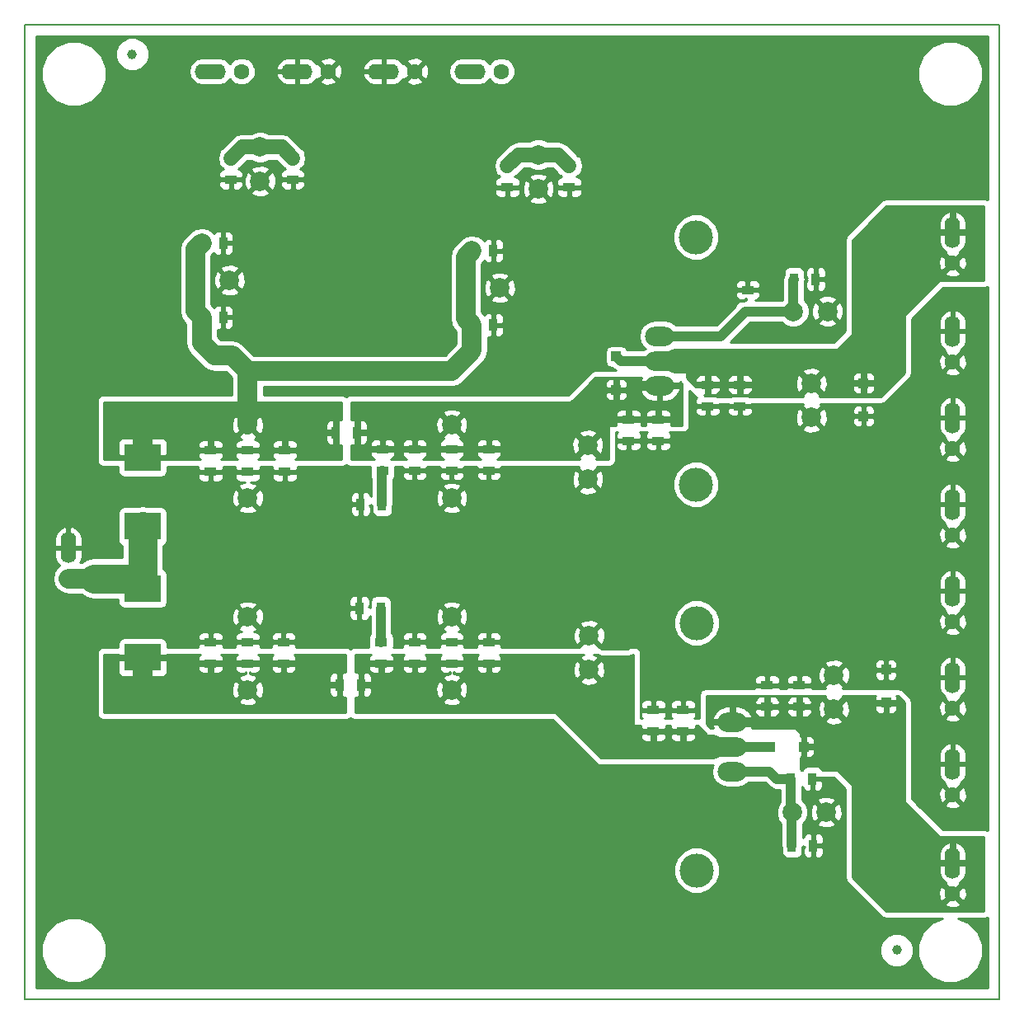
<source format=gbl>
G04 #@! TF.FileFunction,Copper,L2,Bot,Signal*
%FSLAX46Y46*%
G04 Gerber Fmt 4.6, Leading zero omitted, Abs format (unit mm)*
G04 Created by KiCad (PCBNEW 4.0.2-stable) date 20/05/2016 13:48:35*
%MOMM*%
G01*
G04 APERTURE LIST*
%ADD10C,0.100000*%
%ADD11C,0.150000*%
%ADD12C,2.000000*%
%ADD13R,0.900000X1.300000*%
%ADD14R,1.300000X0.900000*%
%ADD15R,3.800000X2.800000*%
%ADD16C,1.600000*%
%ADD17O,1.600000X3.200000*%
%ADD18O,3.200000X1.600000*%
%ADD19R,1.000000X1.000000*%
%ADD20O,3.000000X2.000000*%
%ADD21C,3.500000*%
%ADD22C,1.000000*%
%ADD23C,1.200000*%
%ADD24C,0.800000*%
%ADD25C,0.300000*%
%ADD26C,0.500000*%
%ADD27C,0.250000*%
%ADD28C,2.000000*%
%ADD29C,1.000000*%
%ADD30C,2.500000*%
%ADD31C,1.500000*%
%ADD32C,3.000000*%
%ADD33C,0.254000*%
G04 APERTURE END LIST*
D10*
D11*
X0Y100000000D02*
X0Y0D01*
X100000000Y100000000D02*
X0Y100000000D01*
X100000000Y0D02*
X100000000Y100000000D01*
X0Y0D02*
X100000000Y0D01*
D12*
X17485261Y73811175D03*
X20985261Y73811175D03*
X45240000Y73025000D03*
X48740000Y73025000D03*
D13*
X18135261Y70001175D03*
X20335261Y70001175D03*
X45890000Y69215000D03*
X48090000Y69215000D03*
D12*
X22860000Y58935000D03*
X22860000Y51435000D03*
X22860000Y39250000D03*
X22860000Y31750000D03*
D13*
X18135261Y77621175D03*
X20335261Y77621175D03*
X45890000Y76835000D03*
X48090000Y76835000D03*
D14*
X19050000Y56345000D03*
X19050000Y54145000D03*
X19050000Y36660000D03*
X19050000Y34460000D03*
X22860000Y56345000D03*
X22860000Y54145000D03*
X22860000Y36660000D03*
X22860000Y34460000D03*
X26670000Y56345000D03*
X26670000Y54145000D03*
X26543000Y36660000D03*
X26543000Y34460000D03*
X36703000Y56472000D03*
X36703000Y54272000D03*
D13*
X34333000Y40132000D03*
X36533000Y40132000D03*
D12*
X43815000Y58935000D03*
X43815000Y51435000D03*
X43815000Y39250000D03*
X43815000Y31750000D03*
D14*
X40005000Y56472000D03*
X40005000Y54272000D03*
X40005000Y36660000D03*
X40005000Y34460000D03*
X43815000Y56472000D03*
X43815000Y54272000D03*
X43815000Y36660000D03*
X43815000Y34460000D03*
X47625000Y56472000D03*
X47625000Y54272000D03*
X47625000Y36660000D03*
X47625000Y34460000D03*
D12*
X78895000Y70612000D03*
X82395000Y70612000D03*
X82268000Y19177000D03*
X78768000Y19177000D03*
D14*
X21140261Y86341175D03*
X21140261Y84141175D03*
X49530000Y85555000D03*
X49530000Y83355000D03*
X74200000Y70612000D03*
X74200000Y72812000D03*
D13*
X80856000Y22606000D03*
X78656000Y22606000D03*
D14*
X27490261Y86341175D03*
X27490261Y84141175D03*
X55880000Y85555000D03*
X55880000Y83355000D03*
D12*
X80746600Y63218000D03*
X80746600Y59718000D03*
X83058000Y33246000D03*
X83058000Y29746000D03*
D14*
X70104000Y63076000D03*
X70104000Y60876000D03*
X76200000Y32215000D03*
X76200000Y30015000D03*
D15*
X12065000Y48520000D03*
X12065000Y55620000D03*
X12065000Y35058000D03*
X12065000Y42158000D03*
D13*
X31920000Y58166000D03*
X34120000Y58166000D03*
X32301000Y32258000D03*
X34501000Y32258000D03*
D16*
X4445000Y43180000D03*
D17*
X4445000Y46355000D03*
D16*
X22225000Y95250000D03*
D18*
X19050000Y95250000D03*
D16*
X31115000Y95250000D03*
D18*
X27940000Y95250000D03*
D16*
X48895000Y95250000D03*
D18*
X45720000Y95250000D03*
D16*
X40005000Y95250000D03*
D18*
X36830000Y95250000D03*
D16*
X95250000Y75565000D03*
D17*
X95250000Y78740000D03*
D16*
X95250000Y10795000D03*
D17*
X95250000Y13970000D03*
D16*
X95250000Y65405000D03*
D17*
X95250000Y68580000D03*
D16*
X95250000Y56515000D03*
D17*
X95250000Y59690000D03*
D16*
X95250000Y47625000D03*
D17*
X95250000Y50800000D03*
D16*
X95250000Y38735000D03*
D17*
X95250000Y41910000D03*
D16*
X95250000Y29845000D03*
D17*
X95250000Y33020000D03*
D16*
X95250000Y20955000D03*
D17*
X95250000Y24130000D03*
D13*
X36660000Y50800000D03*
X34460000Y50800000D03*
D14*
X36576000Y36660000D03*
X36576000Y34460000D03*
D13*
X81194000Y73914000D03*
X78994000Y73914000D03*
X78740000Y15748000D03*
X80940000Y15748000D03*
D14*
X61976000Y59520000D03*
X61976000Y57320000D03*
X64516000Y29675000D03*
X64516000Y27475000D03*
X65024000Y59520000D03*
X65024000Y57320000D03*
X67564000Y29675000D03*
X67564000Y27475000D03*
X73406000Y63076000D03*
X73406000Y60876000D03*
X79502000Y32215000D03*
X79502000Y30015000D03*
D12*
X24130000Y87475000D03*
X24130000Y83975000D03*
X52705000Y86685000D03*
X52705000Y83185000D03*
X57785000Y56868000D03*
X57785000Y53368000D03*
X57912000Y37310000D03*
X57912000Y33810000D03*
D19*
X79932000Y25908000D03*
X76532000Y25908000D03*
X60706000Y62562000D03*
X60706000Y65962000D03*
X86106000Y63246000D03*
X86106000Y59846000D03*
X88400000Y33800000D03*
X88400000Y30400000D03*
D20*
X72644000Y23368000D03*
X72644000Y25908000D03*
X72644000Y28448000D03*
D21*
X68944000Y13208000D03*
X68944000Y38608000D03*
D20*
X65190000Y68072000D03*
X65190000Y65532000D03*
X65190000Y62992000D03*
D21*
X68890000Y78232000D03*
X68890000Y52832000D03*
D22*
X89500000Y5000000D03*
X11000000Y97000000D03*
D23*
X48133000Y92202000D03*
X53594000Y63500000D03*
X87376000Y7366000D03*
X84074000Y9398000D03*
X78232000Y10160000D03*
X97790000Y86868000D03*
X90170000Y83312000D03*
X84836000Y80772000D03*
X78994000Y79756000D03*
X74676000Y84074000D03*
X28956000Y76454000D03*
X42600000Y89900000D03*
X38000000Y89900000D03*
X36900000Y87100000D03*
X14700000Y90700000D03*
X10400000Y90700000D03*
X9100000Y83300000D03*
X9100000Y89100000D03*
X36900000Y82300000D03*
X86100000Y40700000D03*
X86100000Y49500000D03*
X78400000Y38300000D03*
X78400000Y53200000D03*
X88800000Y45400000D03*
X83800000Y45400000D03*
X78400000Y45400000D03*
X73400000Y45400000D03*
X68200000Y45500000D03*
X55400000Y42300000D03*
X55400000Y49100000D03*
X62100000Y45500000D03*
X55400000Y45500000D03*
X49200000Y45500000D03*
X36300000Y45500000D03*
X32500000Y40900000D03*
X32500000Y49400000D03*
X27600000Y45500000D03*
X16000000Y43300000D03*
X16000000Y47800000D03*
X7500000Y53600000D03*
X7500000Y50400000D03*
X7500000Y37100000D03*
X7500000Y39100000D03*
X7500000Y46400000D03*
X59766000Y15240000D03*
X64592000Y6490000D03*
X74625000Y88405000D03*
X89230000Y88405000D03*
X89230000Y97930000D03*
X74625000Y97930000D03*
X46050000Y14745000D03*
X31318000Y14999000D03*
X15316000Y14872000D03*
X14808000Y26810000D03*
X34747000Y26683000D03*
X53543000Y25667000D03*
X59766000Y22492000D03*
X76657000Y6490000D03*
X86690000Y3442000D03*
X65735000Y3442000D03*
X46558000Y3442000D03*
X28905000Y3442000D03*
X14427000Y3442000D03*
X4140000Y9919000D03*
X4140000Y27064000D03*
X4140000Y31890000D03*
X4140000Y36843000D03*
X27889000Y89675000D03*
X33096000Y70625000D03*
X27635000Y70625000D03*
X27635000Y74562000D03*
X27508000Y82055000D03*
X31572000Y74435000D03*
X38684000Y67704000D03*
X36906000Y69355000D03*
X15570000Y68720000D03*
X17475000Y63640000D03*
X10490000Y63640000D03*
X25095000Y66815000D03*
X30175000Y66815000D03*
X35255000Y66815000D03*
X41605000Y66815000D03*
X48590000Y66180000D03*
X51130000Y66180000D03*
X57480000Y66180000D03*
X58750000Y68720000D03*
X58750000Y73800000D03*
X58750000Y79515000D03*
X58750000Y83960000D03*
X58750000Y88405000D03*
X58750000Y92850000D03*
X58750000Y97930000D03*
X52400000Y97930000D03*
X29540000Y97930000D03*
X37795000Y97930000D03*
X46050000Y97930000D03*
X33350000Y82690000D03*
X33350000Y86500000D03*
X33985000Y90310000D03*
X5410000Y83325000D03*
X5410000Y87135000D03*
X5410000Y90945000D03*
X14935000Y94120000D03*
X10490000Y94120000D03*
X8585000Y97930000D03*
X14935000Y97930000D03*
X20650000Y97930000D03*
X2870000Y55385000D03*
X2870000Y62370000D03*
X2870000Y68720000D03*
X2870000Y89040000D03*
X2870000Y82055000D03*
X50177500Y69228000D03*
X49987000Y76975000D03*
X51828500Y78372000D03*
X51828500Y80213500D03*
X48717000Y81547000D03*
X45669000Y81610500D03*
D24*
X39369998Y75578000D03*
X36715500Y75578000D03*
X11506000Y76086000D03*
X8839000Y76340000D03*
D23*
X10998000Y68466000D03*
X8966000Y70244000D03*
X3505000Y75197000D03*
X22428000Y69990000D03*
X22174000Y77737000D03*
X23444000Y79261000D03*
X23444000Y81039000D03*
X20396000Y82436000D03*
X17983000Y82436000D03*
X18237000Y90310000D03*
D25*
X10400000Y90700000D02*
X10400000Y94030000D01*
X10400000Y94030000D02*
X10490000Y94120000D01*
X5410000Y90945000D02*
X7255000Y89100000D01*
X7255000Y89100000D02*
X9100000Y89100000D01*
D26*
X33350000Y86500000D02*
X36300000Y86500000D01*
X36300000Y86500000D02*
X36900000Y87100000D01*
D25*
X78232000Y10160000D02*
X78994000Y9398000D01*
X78994000Y9398000D02*
X84074000Y9398000D01*
X90170000Y83312000D02*
X94234000Y83312000D01*
X94234000Y83312000D02*
X97790000Y86868000D01*
X78994000Y79756000D02*
X80010000Y80772000D01*
X80010000Y80772000D02*
X84836000Y80772000D01*
X74625000Y88405000D02*
X74625000Y84125000D01*
X74625000Y84125000D02*
X74676000Y84074000D01*
X38000000Y89900000D02*
X42600000Y89900000D01*
X36900000Y87100000D02*
X36900000Y82300000D01*
X36900000Y87300000D02*
X36900000Y87100000D01*
X10400000Y90700000D02*
X14700000Y90700000D01*
X9100000Y89100000D02*
X9100000Y83300000D01*
X83800000Y45400000D02*
X83800000Y47200000D01*
X83800000Y47200000D02*
X86100000Y49500000D01*
X78400000Y45400000D02*
X78400000Y38300000D01*
X78400000Y45400000D02*
X83800000Y45400000D01*
X68200000Y45500000D02*
X73300000Y45500000D01*
X73300000Y45500000D02*
X73400000Y45400000D01*
X55400000Y45500000D02*
X55400000Y42300000D01*
X49200000Y45500000D02*
X55400000Y45500000D01*
X32500000Y40900000D02*
X36300000Y44700000D01*
X36300000Y44700000D02*
X36300000Y45500000D01*
X27600000Y45500000D02*
X31500000Y49400000D01*
X31500000Y49400000D02*
X32500000Y49400000D01*
X16000000Y47800000D02*
X16000000Y43300000D01*
X7500000Y53600000D02*
X4655000Y53600000D01*
X4655000Y53600000D02*
X2870000Y55385000D01*
X7500000Y46400000D02*
X7500000Y50400000D01*
X7500000Y39100000D02*
X7500000Y37100000D01*
X4445000Y46355000D02*
X7455000Y46355000D01*
X7455000Y46355000D02*
X7500000Y46400000D01*
D27*
X14935000Y97930000D02*
X14935000Y97081472D01*
X14935000Y97081472D02*
X14935000Y94120000D01*
D25*
X59766000Y15240000D02*
X59766000Y22492000D01*
X59766000Y7760000D02*
X59766000Y15240000D01*
X64592000Y6490000D02*
X61036000Y6490000D01*
X61036000Y6490000D02*
X59766000Y7760000D01*
X49530000Y83355000D02*
X49530000Y82360000D01*
X49530000Y82360000D02*
X48717000Y81547000D01*
X27940000Y97625000D02*
X28245000Y97930000D01*
X28245000Y97930000D02*
X29540000Y97930000D01*
X89230000Y88405000D02*
X74625000Y88405000D01*
X74625000Y97930000D02*
X89230000Y97930000D01*
X31318000Y14999000D02*
X45796000Y14999000D01*
X45796000Y14999000D02*
X46050000Y14745000D01*
X14808000Y26810000D02*
X14808000Y15380000D01*
X14808000Y15380000D02*
X15316000Y14872000D01*
X53543000Y25667000D02*
X52527000Y26683000D01*
X52527000Y26683000D02*
X34747000Y26683000D01*
X86690000Y3442000D02*
X79705000Y3442000D01*
X79705000Y3442000D02*
X76657000Y6490000D01*
X46558000Y3442000D02*
X65735000Y3442000D01*
X14427000Y3442000D02*
X28905000Y3442000D01*
X4140000Y27064000D02*
X4140000Y9919000D01*
X4140000Y36843000D02*
X4140000Y31890000D01*
X61925000Y35954000D02*
X59268000Y35954000D01*
X59268000Y35954000D02*
X57912000Y37310000D01*
X27635000Y70625000D02*
X33096000Y70625000D01*
X27508000Y82055000D02*
X27508000Y74689000D01*
X27508000Y74689000D02*
X27635000Y74562000D01*
X10998000Y68466000D02*
X15316000Y68466000D01*
X15316000Y68466000D02*
X15570000Y68720000D01*
X10490000Y63640000D02*
X17475000Y63640000D01*
X10998000Y68466000D02*
X10998000Y64148000D01*
X10998000Y64148000D02*
X10490000Y63640000D01*
X35255000Y66815000D02*
X30175000Y66815000D01*
X57480000Y66180000D02*
X51130000Y66180000D01*
X58750000Y73800000D02*
X58750000Y68720000D01*
X58750000Y83960000D02*
X58750000Y79515000D01*
X58750000Y92850000D02*
X58750000Y88405000D01*
X52400000Y97930000D02*
X58750000Y97930000D01*
X37795000Y97930000D02*
X29540000Y97930000D01*
X40005000Y95250000D02*
X42685000Y97930000D01*
X42685000Y97930000D02*
X46050000Y97930000D01*
X33350000Y86500000D02*
X33350000Y82690000D01*
X36830000Y93155000D02*
X33985000Y90310000D01*
X36830000Y95250000D02*
X36830000Y93155000D01*
X5410000Y90945000D02*
X5410000Y87135000D01*
X10490000Y94120000D02*
X14935000Y94120000D01*
X27940000Y97625000D02*
X27635000Y97930000D01*
X27635000Y97930000D02*
X20650000Y97930000D01*
X27940000Y95250000D02*
X27940000Y97625000D01*
X2870000Y68720000D02*
X2870000Y62370000D01*
X2870000Y82055000D02*
X2870000Y89040000D01*
X48090000Y69215000D02*
X50164500Y69215000D01*
X50164500Y69215000D02*
X50177500Y69228000D01*
X51828500Y80213500D02*
X51828500Y78372000D01*
X45669000Y81610500D02*
X48653500Y81610500D01*
X48653500Y81610500D02*
X48717000Y81547000D01*
X20335261Y70001175D02*
X22416825Y70001175D01*
X22416825Y70001175D02*
X22428000Y69990000D01*
X20335261Y77621175D02*
X22058175Y77621175D01*
X22058175Y77621175D02*
X22174000Y77737000D01*
X23444000Y81039000D02*
X23444000Y79261000D01*
X21140261Y84141175D02*
X21140261Y83180261D01*
X21140261Y83180261D02*
X20396000Y82436000D01*
X18563825Y84141175D02*
X18237000Y84468000D01*
X18237000Y84468000D02*
X18237000Y90310000D01*
X21140261Y84141175D02*
X18563825Y84141175D01*
X18034000Y31496000D02*
X19050000Y32512000D01*
X19050000Y32512000D02*
X19050000Y34460000D01*
X12227000Y31496000D02*
X18034000Y31496000D01*
D28*
X12065000Y35058000D02*
X12065000Y31658000D01*
X12065000Y31658000D02*
X12227000Y31496000D01*
D25*
X62000000Y62302000D02*
X61976000Y62278000D01*
X61976000Y62278000D02*
X61976000Y59520000D01*
X62598000Y62900000D02*
X62000000Y62302000D01*
D29*
X65190000Y62992000D02*
X62690000Y62992000D01*
X62690000Y62992000D02*
X62598000Y62900000D01*
X36660000Y50800000D02*
X36660000Y54229000D01*
X36660000Y54229000D02*
X36703000Y54272000D01*
X36533000Y40132000D02*
X36533000Y36703000D01*
X36533000Y36703000D02*
X36576000Y36660000D01*
D28*
X72644000Y25908000D02*
X70612000Y25908000D01*
D30*
X69708000Y25908000D02*
X70612000Y25908000D01*
D25*
X69708000Y25908000D02*
X67992000Y25908000D01*
X67992000Y25908000D02*
X67564000Y26336000D01*
X67564000Y26336000D02*
X67564000Y27475000D01*
D29*
X76532000Y25908000D02*
X72644000Y25908000D01*
X72652000Y25900000D02*
X72644000Y25908000D01*
X78895000Y70612000D02*
X78895000Y73815000D01*
X78895000Y73815000D02*
X78994000Y73914000D01*
X74200000Y70612000D02*
X74000000Y70612000D01*
X74000000Y70612000D02*
X71460000Y68072000D01*
X71460000Y68072000D02*
X65190000Y68072000D01*
X74200000Y70612000D02*
X78895000Y70612000D01*
X78740000Y15748000D02*
X78740000Y19149000D01*
X78740000Y19149000D02*
X78768000Y19177000D01*
X78656000Y22606000D02*
X78656000Y19289000D01*
X78656000Y19289000D02*
X78768000Y19177000D01*
X78656000Y22606000D02*
X77206000Y22606000D01*
X77206000Y22606000D02*
X76444000Y23368000D01*
X76444000Y23368000D02*
X75144000Y23368000D01*
X72644000Y23368000D02*
X75144000Y23368000D01*
D31*
X52705000Y86685000D02*
X54750000Y86685000D01*
X54750000Y86685000D02*
X55880000Y85555000D01*
X52705000Y86685000D02*
X50660000Y86685000D01*
X50660000Y86685000D02*
X49530000Y85555000D01*
D25*
X69368000Y65532000D02*
X70104000Y64796000D01*
X70104000Y64796000D02*
X70104000Y63076000D01*
X65190000Y65532000D02*
X69368000Y65532000D01*
D28*
X65190000Y65532000D02*
X66827400Y65532000D01*
D30*
X67832000Y65532000D02*
X66827400Y65532000D01*
D29*
X65190000Y65532000D02*
X61136000Y65532000D01*
X61136000Y65532000D02*
X60706000Y65962000D01*
D25*
X76200000Y28996000D02*
X76200000Y30015000D01*
X75652000Y28448000D02*
X76200000Y28996000D01*
D29*
X72644000Y28448000D02*
X75652000Y28448000D01*
D30*
X12065000Y42158000D02*
X12065000Y42634000D01*
D32*
X12065000Y42634000D02*
X11519000Y43180000D01*
X12065000Y42539000D02*
X12065000Y48520000D01*
D28*
X4445000Y43180000D02*
X7112000Y43180000D01*
D32*
X7112000Y43180000D02*
X11519000Y43180000D01*
X12065000Y42634000D02*
X12065000Y42539000D01*
D25*
X18815000Y58147000D02*
X19050000Y57912000D01*
X19050000Y57912000D02*
X19050000Y56345000D01*
D29*
X11938000Y58147000D02*
X18815000Y58147000D01*
D28*
X12065000Y55620000D02*
X12065000Y58020000D01*
D29*
X12065000Y58020000D02*
X11938000Y58147000D01*
D28*
X45240000Y73025000D02*
X45240000Y76185000D01*
X45240000Y76185000D02*
X45890000Y76835000D01*
X17485261Y73811175D02*
X17485261Y76971175D01*
X17485261Y76971175D02*
X18135261Y77621175D01*
X45890000Y69215000D02*
X45890000Y66565000D01*
X45890000Y66565000D02*
X43803000Y64478000D01*
X43803000Y64478000D02*
X43332000Y64478000D01*
X45240000Y73025000D02*
X45240000Y69865000D01*
X45240000Y69865000D02*
X45890000Y69215000D01*
X22860000Y64478000D02*
X43332000Y64478000D01*
X19431000Y66055436D02*
X18135261Y67351175D01*
X22860000Y64478000D02*
X21282564Y66055436D01*
X21282564Y66055436D02*
X19431000Y66055436D01*
X22860000Y58935000D02*
X22860000Y64478000D01*
X17485261Y73811175D02*
X17485261Y70651175D01*
X17485261Y70651175D02*
X18135261Y70001175D01*
X18135261Y67351175D02*
X18135261Y70001175D01*
D31*
X24130000Y87475000D02*
X26356436Y87475000D01*
X26356436Y87475000D02*
X27490261Y86341175D01*
X24130000Y87475000D02*
X22274086Y87475000D01*
X22274086Y87475000D02*
X21140261Y86341175D01*
D33*
G36*
X9688750Y35231000D02*
X11892000Y35231000D01*
X11892000Y35251000D01*
X12238000Y35251000D01*
X12238000Y35231000D01*
X14441250Y35231000D01*
X14583250Y35373000D01*
X17964974Y35373000D01*
X17861673Y35269698D01*
X17765000Y35036309D01*
X17765000Y34791750D01*
X17923750Y34633000D01*
X18877000Y34633000D01*
X18877000Y34653000D01*
X19223000Y34653000D01*
X19223000Y34633000D01*
X20176250Y34633000D01*
X20335000Y34791750D01*
X20335000Y35036309D01*
X20238327Y35269698D01*
X20135026Y35373000D01*
X21774974Y35373000D01*
X21671673Y35269698D01*
X21575000Y35036309D01*
X21575000Y34791750D01*
X21733750Y34633000D01*
X22687000Y34633000D01*
X22687000Y34653000D01*
X23033000Y34653000D01*
X23033000Y34633000D01*
X23986250Y34633000D01*
X24145000Y34791750D01*
X24145000Y35036309D01*
X24048327Y35269698D01*
X23945026Y35373000D01*
X25457974Y35373000D01*
X25354673Y35269698D01*
X25258000Y35036309D01*
X25258000Y34791750D01*
X25416750Y34633000D01*
X26370000Y34633000D01*
X26370000Y34653000D01*
X26716000Y34653000D01*
X26716000Y34633000D01*
X27669250Y34633000D01*
X27828000Y34791750D01*
X27828000Y35036309D01*
X27731327Y35269698D01*
X27628026Y35373000D01*
X32873000Y35373000D01*
X32873000Y33543000D01*
X32632750Y33543000D01*
X32474000Y33384250D01*
X32474000Y32431000D01*
X32494000Y32431000D01*
X32494000Y32085000D01*
X32474000Y32085000D01*
X32474000Y31131750D01*
X32632750Y30973000D01*
X32873000Y30973000D01*
X32873000Y29427000D01*
X8127000Y29427000D01*
X8127000Y30568193D01*
X21922852Y30568193D01*
X22025393Y30306938D01*
X22641160Y30097395D01*
X23290243Y30139445D01*
X23694607Y30306938D01*
X23797148Y30568193D01*
X22860000Y31505341D01*
X21922852Y30568193D01*
X8127000Y30568193D01*
X8127000Y31968840D01*
X21207395Y31968840D01*
X21249445Y31319757D01*
X21416938Y30915393D01*
X21678193Y30812852D01*
X22615341Y31750000D01*
X23104659Y31750000D01*
X24041807Y30812852D01*
X24303062Y30915393D01*
X24512605Y31531160D01*
X24487010Y31926250D01*
X31216000Y31926250D01*
X31216000Y31481690D01*
X31312673Y31248301D01*
X31491302Y31069673D01*
X31724691Y30973000D01*
X31969250Y30973000D01*
X32128000Y31131750D01*
X32128000Y32085000D01*
X31374750Y32085000D01*
X31216000Y31926250D01*
X24487010Y31926250D01*
X24470555Y32180243D01*
X24303062Y32584607D01*
X24041807Y32687148D01*
X23104659Y31750000D01*
X22615341Y31750000D01*
X21678193Y32687148D01*
X21416938Y32584607D01*
X21207395Y31968840D01*
X8127000Y31968840D01*
X8127000Y34726250D01*
X9530000Y34726250D01*
X9530000Y33531691D01*
X9626673Y33298302D01*
X9805301Y33119673D01*
X10038690Y33023000D01*
X11733250Y33023000D01*
X11892000Y33181750D01*
X11892000Y34885000D01*
X12238000Y34885000D01*
X12238000Y33181750D01*
X12396750Y33023000D01*
X14091310Y33023000D01*
X14324699Y33119673D01*
X14503327Y33298302D01*
X14600000Y33531691D01*
X14600000Y34128250D01*
X17765000Y34128250D01*
X17765000Y33883691D01*
X17861673Y33650302D01*
X18040301Y33471673D01*
X18273690Y33375000D01*
X18718250Y33375000D01*
X18877000Y33533750D01*
X18877000Y34287000D01*
X19223000Y34287000D01*
X19223000Y33533750D01*
X19381750Y33375000D01*
X19826310Y33375000D01*
X20059699Y33471673D01*
X20238327Y33650302D01*
X20335000Y33883691D01*
X20335000Y34128250D01*
X21575000Y34128250D01*
X21575000Y33883691D01*
X21671673Y33650302D01*
X21850301Y33471673D01*
X22083690Y33375000D01*
X22528250Y33375000D01*
X22686998Y33533748D01*
X22686998Y33377220D01*
X22429757Y33360555D01*
X22025393Y33193062D01*
X21922852Y32931807D01*
X22860000Y31994659D01*
X23797148Y32931807D01*
X23756917Y33034310D01*
X31216000Y33034310D01*
X31216000Y32589750D01*
X31374750Y32431000D01*
X32128000Y32431000D01*
X32128000Y33384250D01*
X31969250Y33543000D01*
X31724691Y33543000D01*
X31491302Y33446327D01*
X31312673Y33267699D01*
X31216000Y33034310D01*
X23756917Y33034310D01*
X23694607Y33193062D01*
X23078840Y33402605D01*
X23033002Y33399635D01*
X23033002Y33533748D01*
X23191750Y33375000D01*
X23636310Y33375000D01*
X23869699Y33471673D01*
X24048327Y33650302D01*
X24145000Y33883691D01*
X24145000Y34128250D01*
X25258000Y34128250D01*
X25258000Y33883691D01*
X25354673Y33650302D01*
X25533301Y33471673D01*
X25766690Y33375000D01*
X26211250Y33375000D01*
X26370000Y33533750D01*
X26370000Y34287000D01*
X26716000Y34287000D01*
X26716000Y33533750D01*
X26874750Y33375000D01*
X27319310Y33375000D01*
X27552699Y33471673D01*
X27731327Y33650302D01*
X27828000Y33883691D01*
X27828000Y34128250D01*
X27669250Y34287000D01*
X26716000Y34287000D01*
X26370000Y34287000D01*
X25416750Y34287000D01*
X25258000Y34128250D01*
X24145000Y34128250D01*
X23986250Y34287000D01*
X23033000Y34287000D01*
X23033000Y34267000D01*
X22687000Y34267000D01*
X22687000Y34287000D01*
X21733750Y34287000D01*
X21575000Y34128250D01*
X20335000Y34128250D01*
X20176250Y34287000D01*
X19223000Y34287000D01*
X18877000Y34287000D01*
X17923750Y34287000D01*
X17765000Y34128250D01*
X14600000Y34128250D01*
X14600000Y34726250D01*
X14441250Y34885000D01*
X12238000Y34885000D01*
X11892000Y34885000D01*
X9688750Y34885000D01*
X9530000Y34726250D01*
X8127000Y34726250D01*
X8127000Y35373000D01*
X9546750Y35373000D01*
X9688750Y35231000D01*
X9688750Y35231000D01*
G37*
X9688750Y35231000D02*
X11892000Y35231000D01*
X11892000Y35251000D01*
X12238000Y35251000D01*
X12238000Y35231000D01*
X14441250Y35231000D01*
X14583250Y35373000D01*
X17964974Y35373000D01*
X17861673Y35269698D01*
X17765000Y35036309D01*
X17765000Y34791750D01*
X17923750Y34633000D01*
X18877000Y34633000D01*
X18877000Y34653000D01*
X19223000Y34653000D01*
X19223000Y34633000D01*
X20176250Y34633000D01*
X20335000Y34791750D01*
X20335000Y35036309D01*
X20238327Y35269698D01*
X20135026Y35373000D01*
X21774974Y35373000D01*
X21671673Y35269698D01*
X21575000Y35036309D01*
X21575000Y34791750D01*
X21733750Y34633000D01*
X22687000Y34633000D01*
X22687000Y34653000D01*
X23033000Y34653000D01*
X23033000Y34633000D01*
X23986250Y34633000D01*
X24145000Y34791750D01*
X24145000Y35036309D01*
X24048327Y35269698D01*
X23945026Y35373000D01*
X25457974Y35373000D01*
X25354673Y35269698D01*
X25258000Y35036309D01*
X25258000Y34791750D01*
X25416750Y34633000D01*
X26370000Y34633000D01*
X26370000Y34653000D01*
X26716000Y34653000D01*
X26716000Y34633000D01*
X27669250Y34633000D01*
X27828000Y34791750D01*
X27828000Y35036309D01*
X27731327Y35269698D01*
X27628026Y35373000D01*
X32873000Y35373000D01*
X32873000Y33543000D01*
X32632750Y33543000D01*
X32474000Y33384250D01*
X32474000Y32431000D01*
X32494000Y32431000D01*
X32494000Y32085000D01*
X32474000Y32085000D01*
X32474000Y31131750D01*
X32632750Y30973000D01*
X32873000Y30973000D01*
X32873000Y29427000D01*
X8127000Y29427000D01*
X8127000Y30568193D01*
X21922852Y30568193D01*
X22025393Y30306938D01*
X22641160Y30097395D01*
X23290243Y30139445D01*
X23694607Y30306938D01*
X23797148Y30568193D01*
X22860000Y31505341D01*
X21922852Y30568193D01*
X8127000Y30568193D01*
X8127000Y31968840D01*
X21207395Y31968840D01*
X21249445Y31319757D01*
X21416938Y30915393D01*
X21678193Y30812852D01*
X22615341Y31750000D01*
X23104659Y31750000D01*
X24041807Y30812852D01*
X24303062Y30915393D01*
X24512605Y31531160D01*
X24487010Y31926250D01*
X31216000Y31926250D01*
X31216000Y31481690D01*
X31312673Y31248301D01*
X31491302Y31069673D01*
X31724691Y30973000D01*
X31969250Y30973000D01*
X32128000Y31131750D01*
X32128000Y32085000D01*
X31374750Y32085000D01*
X31216000Y31926250D01*
X24487010Y31926250D01*
X24470555Y32180243D01*
X24303062Y32584607D01*
X24041807Y32687148D01*
X23104659Y31750000D01*
X22615341Y31750000D01*
X21678193Y32687148D01*
X21416938Y32584607D01*
X21207395Y31968840D01*
X8127000Y31968840D01*
X8127000Y34726250D01*
X9530000Y34726250D01*
X9530000Y33531691D01*
X9626673Y33298302D01*
X9805301Y33119673D01*
X10038690Y33023000D01*
X11733250Y33023000D01*
X11892000Y33181750D01*
X11892000Y34885000D01*
X12238000Y34885000D01*
X12238000Y33181750D01*
X12396750Y33023000D01*
X14091310Y33023000D01*
X14324699Y33119673D01*
X14503327Y33298302D01*
X14600000Y33531691D01*
X14600000Y34128250D01*
X17765000Y34128250D01*
X17765000Y33883691D01*
X17861673Y33650302D01*
X18040301Y33471673D01*
X18273690Y33375000D01*
X18718250Y33375000D01*
X18877000Y33533750D01*
X18877000Y34287000D01*
X19223000Y34287000D01*
X19223000Y33533750D01*
X19381750Y33375000D01*
X19826310Y33375000D01*
X20059699Y33471673D01*
X20238327Y33650302D01*
X20335000Y33883691D01*
X20335000Y34128250D01*
X21575000Y34128250D01*
X21575000Y33883691D01*
X21671673Y33650302D01*
X21850301Y33471673D01*
X22083690Y33375000D01*
X22528250Y33375000D01*
X22686998Y33533748D01*
X22686998Y33377220D01*
X22429757Y33360555D01*
X22025393Y33193062D01*
X21922852Y32931807D01*
X22860000Y31994659D01*
X23797148Y32931807D01*
X23756917Y33034310D01*
X31216000Y33034310D01*
X31216000Y32589750D01*
X31374750Y32431000D01*
X32128000Y32431000D01*
X32128000Y33384250D01*
X31969250Y33543000D01*
X31724691Y33543000D01*
X31491302Y33446327D01*
X31312673Y33267699D01*
X31216000Y33034310D01*
X23756917Y33034310D01*
X23694607Y33193062D01*
X23078840Y33402605D01*
X23033002Y33399635D01*
X23033002Y33533748D01*
X23191750Y33375000D01*
X23636310Y33375000D01*
X23869699Y33471673D01*
X24048327Y33650302D01*
X24145000Y33883691D01*
X24145000Y34128250D01*
X25258000Y34128250D01*
X25258000Y33883691D01*
X25354673Y33650302D01*
X25533301Y33471673D01*
X25766690Y33375000D01*
X26211250Y33375000D01*
X26370000Y33533750D01*
X26370000Y34287000D01*
X26716000Y34287000D01*
X26716000Y33533750D01*
X26874750Y33375000D01*
X27319310Y33375000D01*
X27552699Y33471673D01*
X27731327Y33650302D01*
X27828000Y33883691D01*
X27828000Y34128250D01*
X27669250Y34287000D01*
X26716000Y34287000D01*
X26370000Y34287000D01*
X25416750Y34287000D01*
X25258000Y34128250D01*
X24145000Y34128250D01*
X23986250Y34287000D01*
X23033000Y34287000D01*
X23033000Y34267000D01*
X22687000Y34267000D01*
X22687000Y34287000D01*
X21733750Y34287000D01*
X21575000Y34128250D01*
X20335000Y34128250D01*
X20176250Y34287000D01*
X19223000Y34287000D01*
X18877000Y34287000D01*
X17923750Y34287000D01*
X17765000Y34128250D01*
X14600000Y34128250D01*
X14600000Y34726250D01*
X14441250Y34885000D01*
X12238000Y34885000D01*
X11892000Y34885000D01*
X9688750Y34885000D01*
X9530000Y34726250D01*
X8127000Y34726250D01*
X8127000Y35373000D01*
X9546750Y35373000D01*
X9688750Y35231000D01*
G36*
X35387673Y35269698D02*
X35291000Y35036309D01*
X35291000Y34791750D01*
X35449750Y34633000D01*
X36403000Y34633000D01*
X36403000Y34653000D01*
X36749000Y34653000D01*
X36749000Y34633000D01*
X37702250Y34633000D01*
X37861000Y34791750D01*
X37861000Y35036309D01*
X37764327Y35269698D01*
X37661026Y35373000D01*
X38919974Y35373000D01*
X38816673Y35269698D01*
X38720000Y35036309D01*
X38720000Y34791750D01*
X38878750Y34633000D01*
X39832000Y34633000D01*
X39832000Y34653000D01*
X40178000Y34653000D01*
X40178000Y34633000D01*
X41131250Y34633000D01*
X41290000Y34791750D01*
X41290000Y35036309D01*
X41193327Y35269698D01*
X41090026Y35373000D01*
X42729974Y35373000D01*
X42626673Y35269698D01*
X42530000Y35036309D01*
X42530000Y34791750D01*
X42688750Y34633000D01*
X43642000Y34633000D01*
X43642000Y34653000D01*
X43988000Y34653000D01*
X43988000Y34633000D01*
X44941250Y34633000D01*
X45100000Y34791750D01*
X45100000Y35036309D01*
X45003327Y35269698D01*
X44900026Y35373000D01*
X46539974Y35373000D01*
X46436673Y35269698D01*
X46340000Y35036309D01*
X46340000Y34791750D01*
X46498750Y34633000D01*
X47452000Y34633000D01*
X47452000Y34653000D01*
X47798000Y34653000D01*
X47798000Y34633000D01*
X48751250Y34633000D01*
X48910000Y34791750D01*
X48910000Y35036309D01*
X48813327Y35269698D01*
X48710026Y35373000D01*
X57366949Y35373000D01*
X57077393Y35253062D01*
X56974852Y34991807D01*
X57912000Y34054659D01*
X58849148Y34991807D01*
X58746607Y35253062D01*
X58394155Y35373000D01*
X58765838Y35373000D01*
X58970655Y35236146D01*
X59268000Y35177000D01*
X61925000Y35177000D01*
X62222345Y35236146D01*
X62427162Y35373000D01*
X62473000Y35373000D01*
X62473000Y28200000D01*
X62483006Y28150590D01*
X62511447Y28108965D01*
X62553841Y28081685D01*
X62600000Y28073000D01*
X63239985Y28073000D01*
X63231000Y28051309D01*
X63231000Y27806750D01*
X63389750Y27648000D01*
X64343000Y27648000D01*
X64343000Y27668000D01*
X64689000Y27668000D01*
X64689000Y27648000D01*
X65642250Y27648000D01*
X65801000Y27806750D01*
X65801000Y28051309D01*
X65792015Y28073000D01*
X66287985Y28073000D01*
X66279000Y28051309D01*
X66279000Y27806750D01*
X66437750Y27648000D01*
X67391000Y27648000D01*
X67391000Y27668000D01*
X67737000Y27668000D01*
X67737000Y27648000D01*
X68690250Y27648000D01*
X68849000Y27806750D01*
X68849000Y28051309D01*
X68840015Y28073000D01*
X69047394Y28073000D01*
X69973000Y27147394D01*
X69973000Y24727000D01*
X59152606Y24727000D01*
X56736356Y27143250D01*
X63231000Y27143250D01*
X63231000Y26898691D01*
X63327673Y26665302D01*
X63506301Y26486673D01*
X63739690Y26390000D01*
X64184250Y26390000D01*
X64343000Y26548750D01*
X64343000Y27302000D01*
X64689000Y27302000D01*
X64689000Y26548750D01*
X64847750Y26390000D01*
X65292310Y26390000D01*
X65525699Y26486673D01*
X65704327Y26665302D01*
X65801000Y26898691D01*
X65801000Y27143250D01*
X66279000Y27143250D01*
X66279000Y26898691D01*
X66375673Y26665302D01*
X66554301Y26486673D01*
X66787690Y26390000D01*
X67232250Y26390000D01*
X67391000Y26548750D01*
X67391000Y27302000D01*
X67737000Y27302000D01*
X67737000Y26548750D01*
X67895750Y26390000D01*
X68340310Y26390000D01*
X68573699Y26486673D01*
X68752327Y26665302D01*
X68849000Y26898691D01*
X68849000Y27143250D01*
X68690250Y27302000D01*
X67737000Y27302000D01*
X67391000Y27302000D01*
X66437750Y27302000D01*
X66279000Y27143250D01*
X65801000Y27143250D01*
X65642250Y27302000D01*
X64689000Y27302000D01*
X64343000Y27302000D01*
X63389750Y27302000D01*
X63231000Y27143250D01*
X56736356Y27143250D01*
X54489803Y29389803D01*
X54447789Y29417666D01*
X54400000Y29427000D01*
X33927000Y29427000D01*
X33927000Y30568193D01*
X42877852Y30568193D01*
X42980393Y30306938D01*
X43596160Y30097395D01*
X44245243Y30139445D01*
X44649607Y30306938D01*
X44752148Y30568193D01*
X43815000Y31505341D01*
X42877852Y30568193D01*
X33927000Y30568193D01*
X33927000Y30973000D01*
X34169250Y30973000D01*
X34328000Y31131750D01*
X34328000Y32085000D01*
X34674000Y32085000D01*
X34674000Y31131750D01*
X34832750Y30973000D01*
X35077309Y30973000D01*
X35310698Y31069673D01*
X35489327Y31248301D01*
X35586000Y31481690D01*
X35586000Y31926250D01*
X35543410Y31968840D01*
X42162395Y31968840D01*
X42204445Y31319757D01*
X42371938Y30915393D01*
X42633193Y30812852D01*
X43570341Y31750000D01*
X44059659Y31750000D01*
X44996807Y30812852D01*
X45258062Y30915393D01*
X45467605Y31531160D01*
X45425555Y32180243D01*
X45258062Y32584607D01*
X45147014Y32628193D01*
X56974852Y32628193D01*
X57077393Y32366938D01*
X57693160Y32157395D01*
X58342243Y32199445D01*
X58746607Y32366938D01*
X58849148Y32628193D01*
X57912000Y33565341D01*
X56974852Y32628193D01*
X45147014Y32628193D01*
X44996807Y32687148D01*
X44059659Y31750000D01*
X43570341Y31750000D01*
X42633193Y32687148D01*
X42371938Y32584607D01*
X42162395Y31968840D01*
X35543410Y31968840D01*
X35427250Y32085000D01*
X34674000Y32085000D01*
X34328000Y32085000D01*
X34308000Y32085000D01*
X34308000Y32431000D01*
X34328000Y32431000D01*
X34328000Y33384250D01*
X34674000Y33384250D01*
X34674000Y32431000D01*
X35427250Y32431000D01*
X35586000Y32589750D01*
X35586000Y33034310D01*
X35489327Y33267699D01*
X35310698Y33446327D01*
X35077309Y33543000D01*
X34832750Y33543000D01*
X34674000Y33384250D01*
X34328000Y33384250D01*
X34169250Y33543000D01*
X33927000Y33543000D01*
X33927000Y34128250D01*
X35291000Y34128250D01*
X35291000Y33883691D01*
X35387673Y33650302D01*
X35566301Y33471673D01*
X35799690Y33375000D01*
X36244250Y33375000D01*
X36403000Y33533750D01*
X36403000Y34287000D01*
X36749000Y34287000D01*
X36749000Y33533750D01*
X36907750Y33375000D01*
X37352310Y33375000D01*
X37585699Y33471673D01*
X37764327Y33650302D01*
X37861000Y33883691D01*
X37861000Y34128250D01*
X38720000Y34128250D01*
X38720000Y33883691D01*
X38816673Y33650302D01*
X38995301Y33471673D01*
X39228690Y33375000D01*
X39673250Y33375000D01*
X39832000Y33533750D01*
X39832000Y34287000D01*
X40178000Y34287000D01*
X40178000Y33533750D01*
X40336750Y33375000D01*
X40781310Y33375000D01*
X41014699Y33471673D01*
X41193327Y33650302D01*
X41290000Y33883691D01*
X41290000Y34128250D01*
X42530000Y34128250D01*
X42530000Y33883691D01*
X42626673Y33650302D01*
X42805301Y33471673D01*
X43038690Y33375000D01*
X43483250Y33375000D01*
X43641998Y33533748D01*
X43641998Y33377220D01*
X43384757Y33360555D01*
X42980393Y33193062D01*
X42877852Y32931807D01*
X43815000Y31994659D01*
X44752148Y32931807D01*
X44649607Y33193062D01*
X44033840Y33402605D01*
X43988002Y33399635D01*
X43988002Y33533748D01*
X44146750Y33375000D01*
X44591310Y33375000D01*
X44824699Y33471673D01*
X45003327Y33650302D01*
X45100000Y33883691D01*
X45100000Y34128250D01*
X46340000Y34128250D01*
X46340000Y33883691D01*
X46436673Y33650302D01*
X46615301Y33471673D01*
X46848690Y33375000D01*
X47293250Y33375000D01*
X47452000Y33533750D01*
X47452000Y34287000D01*
X47798000Y34287000D01*
X47798000Y33533750D01*
X47956750Y33375000D01*
X48401310Y33375000D01*
X48634699Y33471673D01*
X48813327Y33650302D01*
X48910000Y33883691D01*
X48910000Y34028840D01*
X56259395Y34028840D01*
X56301445Y33379757D01*
X56468938Y32975393D01*
X56730193Y32872852D01*
X57667341Y33810000D01*
X58156659Y33810000D01*
X59093807Y32872852D01*
X59355062Y32975393D01*
X59564605Y33591160D01*
X59522555Y34240243D01*
X59355062Y34644607D01*
X59093807Y34747148D01*
X58156659Y33810000D01*
X57667341Y33810000D01*
X56730193Y34747148D01*
X56468938Y34644607D01*
X56259395Y34028840D01*
X48910000Y34028840D01*
X48910000Y34128250D01*
X48751250Y34287000D01*
X47798000Y34287000D01*
X47452000Y34287000D01*
X46498750Y34287000D01*
X46340000Y34128250D01*
X45100000Y34128250D01*
X44941250Y34287000D01*
X43988000Y34287000D01*
X43988000Y34267000D01*
X43642000Y34267000D01*
X43642000Y34287000D01*
X42688750Y34287000D01*
X42530000Y34128250D01*
X41290000Y34128250D01*
X41131250Y34287000D01*
X40178000Y34287000D01*
X39832000Y34287000D01*
X38878750Y34287000D01*
X38720000Y34128250D01*
X37861000Y34128250D01*
X37702250Y34287000D01*
X36749000Y34287000D01*
X36403000Y34287000D01*
X35449750Y34287000D01*
X35291000Y34128250D01*
X33927000Y34128250D01*
X33927000Y35373000D01*
X35490974Y35373000D01*
X35387673Y35269698D01*
X35387673Y35269698D01*
G37*
X35387673Y35269698D02*
X35291000Y35036309D01*
X35291000Y34791750D01*
X35449750Y34633000D01*
X36403000Y34633000D01*
X36403000Y34653000D01*
X36749000Y34653000D01*
X36749000Y34633000D01*
X37702250Y34633000D01*
X37861000Y34791750D01*
X37861000Y35036309D01*
X37764327Y35269698D01*
X37661026Y35373000D01*
X38919974Y35373000D01*
X38816673Y35269698D01*
X38720000Y35036309D01*
X38720000Y34791750D01*
X38878750Y34633000D01*
X39832000Y34633000D01*
X39832000Y34653000D01*
X40178000Y34653000D01*
X40178000Y34633000D01*
X41131250Y34633000D01*
X41290000Y34791750D01*
X41290000Y35036309D01*
X41193327Y35269698D01*
X41090026Y35373000D01*
X42729974Y35373000D01*
X42626673Y35269698D01*
X42530000Y35036309D01*
X42530000Y34791750D01*
X42688750Y34633000D01*
X43642000Y34633000D01*
X43642000Y34653000D01*
X43988000Y34653000D01*
X43988000Y34633000D01*
X44941250Y34633000D01*
X45100000Y34791750D01*
X45100000Y35036309D01*
X45003327Y35269698D01*
X44900026Y35373000D01*
X46539974Y35373000D01*
X46436673Y35269698D01*
X46340000Y35036309D01*
X46340000Y34791750D01*
X46498750Y34633000D01*
X47452000Y34633000D01*
X47452000Y34653000D01*
X47798000Y34653000D01*
X47798000Y34633000D01*
X48751250Y34633000D01*
X48910000Y34791750D01*
X48910000Y35036309D01*
X48813327Y35269698D01*
X48710026Y35373000D01*
X57366949Y35373000D01*
X57077393Y35253062D01*
X56974852Y34991807D01*
X57912000Y34054659D01*
X58849148Y34991807D01*
X58746607Y35253062D01*
X58394155Y35373000D01*
X58765838Y35373000D01*
X58970655Y35236146D01*
X59268000Y35177000D01*
X61925000Y35177000D01*
X62222345Y35236146D01*
X62427162Y35373000D01*
X62473000Y35373000D01*
X62473000Y28200000D01*
X62483006Y28150590D01*
X62511447Y28108965D01*
X62553841Y28081685D01*
X62600000Y28073000D01*
X63239985Y28073000D01*
X63231000Y28051309D01*
X63231000Y27806750D01*
X63389750Y27648000D01*
X64343000Y27648000D01*
X64343000Y27668000D01*
X64689000Y27668000D01*
X64689000Y27648000D01*
X65642250Y27648000D01*
X65801000Y27806750D01*
X65801000Y28051309D01*
X65792015Y28073000D01*
X66287985Y28073000D01*
X66279000Y28051309D01*
X66279000Y27806750D01*
X66437750Y27648000D01*
X67391000Y27648000D01*
X67391000Y27668000D01*
X67737000Y27668000D01*
X67737000Y27648000D01*
X68690250Y27648000D01*
X68849000Y27806750D01*
X68849000Y28051309D01*
X68840015Y28073000D01*
X69047394Y28073000D01*
X69973000Y27147394D01*
X69973000Y24727000D01*
X59152606Y24727000D01*
X56736356Y27143250D01*
X63231000Y27143250D01*
X63231000Y26898691D01*
X63327673Y26665302D01*
X63506301Y26486673D01*
X63739690Y26390000D01*
X64184250Y26390000D01*
X64343000Y26548750D01*
X64343000Y27302000D01*
X64689000Y27302000D01*
X64689000Y26548750D01*
X64847750Y26390000D01*
X65292310Y26390000D01*
X65525699Y26486673D01*
X65704327Y26665302D01*
X65801000Y26898691D01*
X65801000Y27143250D01*
X66279000Y27143250D01*
X66279000Y26898691D01*
X66375673Y26665302D01*
X66554301Y26486673D01*
X66787690Y26390000D01*
X67232250Y26390000D01*
X67391000Y26548750D01*
X67391000Y27302000D01*
X67737000Y27302000D01*
X67737000Y26548750D01*
X67895750Y26390000D01*
X68340310Y26390000D01*
X68573699Y26486673D01*
X68752327Y26665302D01*
X68849000Y26898691D01*
X68849000Y27143250D01*
X68690250Y27302000D01*
X67737000Y27302000D01*
X67391000Y27302000D01*
X66437750Y27302000D01*
X66279000Y27143250D01*
X65801000Y27143250D01*
X65642250Y27302000D01*
X64689000Y27302000D01*
X64343000Y27302000D01*
X63389750Y27302000D01*
X63231000Y27143250D01*
X56736356Y27143250D01*
X54489803Y29389803D01*
X54447789Y29417666D01*
X54400000Y29427000D01*
X33927000Y29427000D01*
X33927000Y30568193D01*
X42877852Y30568193D01*
X42980393Y30306938D01*
X43596160Y30097395D01*
X44245243Y30139445D01*
X44649607Y30306938D01*
X44752148Y30568193D01*
X43815000Y31505341D01*
X42877852Y30568193D01*
X33927000Y30568193D01*
X33927000Y30973000D01*
X34169250Y30973000D01*
X34328000Y31131750D01*
X34328000Y32085000D01*
X34674000Y32085000D01*
X34674000Y31131750D01*
X34832750Y30973000D01*
X35077309Y30973000D01*
X35310698Y31069673D01*
X35489327Y31248301D01*
X35586000Y31481690D01*
X35586000Y31926250D01*
X35543410Y31968840D01*
X42162395Y31968840D01*
X42204445Y31319757D01*
X42371938Y30915393D01*
X42633193Y30812852D01*
X43570341Y31750000D01*
X44059659Y31750000D01*
X44996807Y30812852D01*
X45258062Y30915393D01*
X45467605Y31531160D01*
X45425555Y32180243D01*
X45258062Y32584607D01*
X45147014Y32628193D01*
X56974852Y32628193D01*
X57077393Y32366938D01*
X57693160Y32157395D01*
X58342243Y32199445D01*
X58746607Y32366938D01*
X58849148Y32628193D01*
X57912000Y33565341D01*
X56974852Y32628193D01*
X45147014Y32628193D01*
X44996807Y32687148D01*
X44059659Y31750000D01*
X43570341Y31750000D01*
X42633193Y32687148D01*
X42371938Y32584607D01*
X42162395Y31968840D01*
X35543410Y31968840D01*
X35427250Y32085000D01*
X34674000Y32085000D01*
X34328000Y32085000D01*
X34308000Y32085000D01*
X34308000Y32431000D01*
X34328000Y32431000D01*
X34328000Y33384250D01*
X34674000Y33384250D01*
X34674000Y32431000D01*
X35427250Y32431000D01*
X35586000Y32589750D01*
X35586000Y33034310D01*
X35489327Y33267699D01*
X35310698Y33446327D01*
X35077309Y33543000D01*
X34832750Y33543000D01*
X34674000Y33384250D01*
X34328000Y33384250D01*
X34169250Y33543000D01*
X33927000Y33543000D01*
X33927000Y34128250D01*
X35291000Y34128250D01*
X35291000Y33883691D01*
X35387673Y33650302D01*
X35566301Y33471673D01*
X35799690Y33375000D01*
X36244250Y33375000D01*
X36403000Y33533750D01*
X36403000Y34287000D01*
X36749000Y34287000D01*
X36749000Y33533750D01*
X36907750Y33375000D01*
X37352310Y33375000D01*
X37585699Y33471673D01*
X37764327Y33650302D01*
X37861000Y33883691D01*
X37861000Y34128250D01*
X38720000Y34128250D01*
X38720000Y33883691D01*
X38816673Y33650302D01*
X38995301Y33471673D01*
X39228690Y33375000D01*
X39673250Y33375000D01*
X39832000Y33533750D01*
X39832000Y34287000D01*
X40178000Y34287000D01*
X40178000Y33533750D01*
X40336750Y33375000D01*
X40781310Y33375000D01*
X41014699Y33471673D01*
X41193327Y33650302D01*
X41290000Y33883691D01*
X41290000Y34128250D01*
X42530000Y34128250D01*
X42530000Y33883691D01*
X42626673Y33650302D01*
X42805301Y33471673D01*
X43038690Y33375000D01*
X43483250Y33375000D01*
X43641998Y33533748D01*
X43641998Y33377220D01*
X43384757Y33360555D01*
X42980393Y33193062D01*
X42877852Y32931807D01*
X43815000Y31994659D01*
X44752148Y32931807D01*
X44649607Y33193062D01*
X44033840Y33402605D01*
X43988002Y33399635D01*
X43988002Y33533748D01*
X44146750Y33375000D01*
X44591310Y33375000D01*
X44824699Y33471673D01*
X45003327Y33650302D01*
X45100000Y33883691D01*
X45100000Y34128250D01*
X46340000Y34128250D01*
X46340000Y33883691D01*
X46436673Y33650302D01*
X46615301Y33471673D01*
X46848690Y33375000D01*
X47293250Y33375000D01*
X47452000Y33533750D01*
X47452000Y34287000D01*
X47798000Y34287000D01*
X47798000Y33533750D01*
X47956750Y33375000D01*
X48401310Y33375000D01*
X48634699Y33471673D01*
X48813327Y33650302D01*
X48910000Y33883691D01*
X48910000Y34028840D01*
X56259395Y34028840D01*
X56301445Y33379757D01*
X56468938Y32975393D01*
X56730193Y32872852D01*
X57667341Y33810000D01*
X58156659Y33810000D01*
X59093807Y32872852D01*
X59355062Y32975393D01*
X59564605Y33591160D01*
X59522555Y34240243D01*
X59355062Y34644607D01*
X59093807Y34747148D01*
X58156659Y33810000D01*
X57667341Y33810000D01*
X56730193Y34747148D01*
X56468938Y34644607D01*
X56259395Y34028840D01*
X48910000Y34028840D01*
X48910000Y34128250D01*
X48751250Y34287000D01*
X47798000Y34287000D01*
X47452000Y34287000D01*
X46498750Y34287000D01*
X46340000Y34128250D01*
X45100000Y34128250D01*
X44941250Y34287000D01*
X43988000Y34287000D01*
X43988000Y34267000D01*
X43642000Y34267000D01*
X43642000Y34287000D01*
X42688750Y34287000D01*
X42530000Y34128250D01*
X41290000Y34128250D01*
X41131250Y34287000D01*
X40178000Y34287000D01*
X39832000Y34287000D01*
X38878750Y34287000D01*
X38720000Y34128250D01*
X37861000Y34128250D01*
X37702250Y34287000D01*
X36749000Y34287000D01*
X36403000Y34287000D01*
X35449750Y34287000D01*
X35291000Y34128250D01*
X33927000Y34128250D01*
X33927000Y35373000D01*
X35490974Y35373000D01*
X35387673Y35269698D01*
G36*
X32473000Y59451000D02*
X32251750Y59451000D01*
X32093000Y59292250D01*
X32093000Y58339000D01*
X32113000Y58339000D01*
X32113000Y57993000D01*
X32093000Y57993000D01*
X32093000Y57039750D01*
X32251750Y56881000D01*
X32473000Y56881000D01*
X32473000Y55427000D01*
X27750026Y55427000D01*
X27858327Y55535302D01*
X27955000Y55768691D01*
X27955000Y56013250D01*
X27796250Y56172000D01*
X26843000Y56172000D01*
X26843000Y56152000D01*
X26497000Y56152000D01*
X26497000Y56172000D01*
X25543750Y56172000D01*
X25385000Y56013250D01*
X25385000Y55768691D01*
X25481673Y55535302D01*
X25589974Y55427000D01*
X23940026Y55427000D01*
X24048327Y55535302D01*
X24145000Y55768691D01*
X24145000Y56013250D01*
X23986250Y56172000D01*
X23033000Y56172000D01*
X23033000Y56152000D01*
X22687000Y56152000D01*
X22687000Y56172000D01*
X21733750Y56172000D01*
X21575000Y56013250D01*
X21575000Y55768691D01*
X21671673Y55535302D01*
X21779974Y55427000D01*
X20130026Y55427000D01*
X20238327Y55535302D01*
X20335000Y55768691D01*
X20335000Y56013250D01*
X20176250Y56172000D01*
X19223000Y56172000D01*
X19223000Y56152000D01*
X18877000Y56152000D01*
X18877000Y56172000D01*
X17923750Y56172000D01*
X17765000Y56013250D01*
X17765000Y55768691D01*
X17861673Y55535302D01*
X17969974Y55427000D01*
X14461250Y55427000D01*
X14441250Y55447000D01*
X12238000Y55447000D01*
X12238000Y55427000D01*
X11892000Y55427000D01*
X11892000Y55447000D01*
X9688750Y55447000D01*
X9668750Y55427000D01*
X8127000Y55427000D01*
X8127000Y57146309D01*
X9530000Y57146309D01*
X9530000Y55951750D01*
X9688750Y55793000D01*
X11892000Y55793000D01*
X11892000Y57496250D01*
X12238000Y57496250D01*
X12238000Y55793000D01*
X14441250Y55793000D01*
X14600000Y55951750D01*
X14600000Y56921309D01*
X17765000Y56921309D01*
X17765000Y56676750D01*
X17923750Y56518000D01*
X18877000Y56518000D01*
X18877000Y57271250D01*
X19223000Y57271250D01*
X19223000Y56518000D01*
X20176250Y56518000D01*
X20335000Y56676750D01*
X20335000Y56921309D01*
X21575000Y56921309D01*
X21575000Y56676750D01*
X21733750Y56518000D01*
X22687000Y56518000D01*
X22687000Y56538000D01*
X23033000Y56538000D01*
X23033000Y56518000D01*
X23986250Y56518000D01*
X24145000Y56676750D01*
X24145000Y56921309D01*
X25385000Y56921309D01*
X25385000Y56676750D01*
X25543750Y56518000D01*
X26497000Y56518000D01*
X26497000Y57271250D01*
X26843000Y57271250D01*
X26843000Y56518000D01*
X27796250Y56518000D01*
X27955000Y56676750D01*
X27955000Y56921309D01*
X27858327Y57154698D01*
X27679699Y57333327D01*
X27446310Y57430000D01*
X27001750Y57430000D01*
X26843000Y57271250D01*
X26497000Y57271250D01*
X26338250Y57430000D01*
X25893690Y57430000D01*
X25660301Y57333327D01*
X25481673Y57154698D01*
X25385000Y56921309D01*
X24145000Y56921309D01*
X24048327Y57154698D01*
X23869699Y57333327D01*
X23636310Y57430000D01*
X23545075Y57430000D01*
X23694607Y57491938D01*
X23797148Y57753193D01*
X23716091Y57834250D01*
X30835000Y57834250D01*
X30835000Y57389690D01*
X30931673Y57156301D01*
X31110302Y56977673D01*
X31343691Y56881000D01*
X31588250Y56881000D01*
X31747000Y57039750D01*
X31747000Y57993000D01*
X30993750Y57993000D01*
X30835000Y57834250D01*
X23716091Y57834250D01*
X22860000Y58690341D01*
X21922852Y57753193D01*
X22025393Y57491938D01*
X22207405Y57430000D01*
X22083690Y57430000D01*
X21850301Y57333327D01*
X21671673Y57154698D01*
X21575000Y56921309D01*
X20335000Y56921309D01*
X20238327Y57154698D01*
X20059699Y57333327D01*
X19826310Y57430000D01*
X19381750Y57430000D01*
X19223000Y57271250D01*
X18877000Y57271250D01*
X18718250Y57430000D01*
X18273690Y57430000D01*
X18040301Y57333327D01*
X17861673Y57154698D01*
X17765000Y56921309D01*
X14600000Y56921309D01*
X14600000Y57146309D01*
X14503327Y57379698D01*
X14324699Y57558327D01*
X14091310Y57655000D01*
X12396750Y57655000D01*
X12238000Y57496250D01*
X11892000Y57496250D01*
X11733250Y57655000D01*
X10038690Y57655000D01*
X9805301Y57558327D01*
X9626673Y57379698D01*
X9530000Y57146309D01*
X8127000Y57146309D01*
X8127000Y59153840D01*
X21207395Y59153840D01*
X21249445Y58504757D01*
X21416938Y58100393D01*
X21678193Y57997852D01*
X22615341Y58935000D01*
X23104659Y58935000D01*
X24041807Y57997852D01*
X24303062Y58100393D01*
X24512605Y58716160D01*
X24497955Y58942310D01*
X30835000Y58942310D01*
X30835000Y58497750D01*
X30993750Y58339000D01*
X31747000Y58339000D01*
X31747000Y59292250D01*
X31588250Y59451000D01*
X31343691Y59451000D01*
X31110302Y59354327D01*
X30931673Y59175699D01*
X30835000Y58942310D01*
X24497955Y58942310D01*
X24470555Y59365243D01*
X24303062Y59769607D01*
X24041807Y59872148D01*
X23104659Y58935000D01*
X22615341Y58935000D01*
X21678193Y59872148D01*
X21416938Y59769607D01*
X21207395Y59153840D01*
X8127000Y59153840D01*
X8127000Y60116807D01*
X21922852Y60116807D01*
X22860000Y59179659D01*
X23797148Y60116807D01*
X23694607Y60378062D01*
X23078840Y60587605D01*
X22429757Y60545555D01*
X22025393Y60378062D01*
X21922852Y60116807D01*
X8127000Y60116807D01*
X8127000Y61273000D01*
X32473000Y61273000D01*
X32473000Y59451000D01*
X32473000Y59451000D01*
G37*
X32473000Y59451000D02*
X32251750Y59451000D01*
X32093000Y59292250D01*
X32093000Y58339000D01*
X32113000Y58339000D01*
X32113000Y57993000D01*
X32093000Y57993000D01*
X32093000Y57039750D01*
X32251750Y56881000D01*
X32473000Y56881000D01*
X32473000Y55427000D01*
X27750026Y55427000D01*
X27858327Y55535302D01*
X27955000Y55768691D01*
X27955000Y56013250D01*
X27796250Y56172000D01*
X26843000Y56172000D01*
X26843000Y56152000D01*
X26497000Y56152000D01*
X26497000Y56172000D01*
X25543750Y56172000D01*
X25385000Y56013250D01*
X25385000Y55768691D01*
X25481673Y55535302D01*
X25589974Y55427000D01*
X23940026Y55427000D01*
X24048327Y55535302D01*
X24145000Y55768691D01*
X24145000Y56013250D01*
X23986250Y56172000D01*
X23033000Y56172000D01*
X23033000Y56152000D01*
X22687000Y56152000D01*
X22687000Y56172000D01*
X21733750Y56172000D01*
X21575000Y56013250D01*
X21575000Y55768691D01*
X21671673Y55535302D01*
X21779974Y55427000D01*
X20130026Y55427000D01*
X20238327Y55535302D01*
X20335000Y55768691D01*
X20335000Y56013250D01*
X20176250Y56172000D01*
X19223000Y56172000D01*
X19223000Y56152000D01*
X18877000Y56152000D01*
X18877000Y56172000D01*
X17923750Y56172000D01*
X17765000Y56013250D01*
X17765000Y55768691D01*
X17861673Y55535302D01*
X17969974Y55427000D01*
X14461250Y55427000D01*
X14441250Y55447000D01*
X12238000Y55447000D01*
X12238000Y55427000D01*
X11892000Y55427000D01*
X11892000Y55447000D01*
X9688750Y55447000D01*
X9668750Y55427000D01*
X8127000Y55427000D01*
X8127000Y57146309D01*
X9530000Y57146309D01*
X9530000Y55951750D01*
X9688750Y55793000D01*
X11892000Y55793000D01*
X11892000Y57496250D01*
X12238000Y57496250D01*
X12238000Y55793000D01*
X14441250Y55793000D01*
X14600000Y55951750D01*
X14600000Y56921309D01*
X17765000Y56921309D01*
X17765000Y56676750D01*
X17923750Y56518000D01*
X18877000Y56518000D01*
X18877000Y57271250D01*
X19223000Y57271250D01*
X19223000Y56518000D01*
X20176250Y56518000D01*
X20335000Y56676750D01*
X20335000Y56921309D01*
X21575000Y56921309D01*
X21575000Y56676750D01*
X21733750Y56518000D01*
X22687000Y56518000D01*
X22687000Y56538000D01*
X23033000Y56538000D01*
X23033000Y56518000D01*
X23986250Y56518000D01*
X24145000Y56676750D01*
X24145000Y56921309D01*
X25385000Y56921309D01*
X25385000Y56676750D01*
X25543750Y56518000D01*
X26497000Y56518000D01*
X26497000Y57271250D01*
X26843000Y57271250D01*
X26843000Y56518000D01*
X27796250Y56518000D01*
X27955000Y56676750D01*
X27955000Y56921309D01*
X27858327Y57154698D01*
X27679699Y57333327D01*
X27446310Y57430000D01*
X27001750Y57430000D01*
X26843000Y57271250D01*
X26497000Y57271250D01*
X26338250Y57430000D01*
X25893690Y57430000D01*
X25660301Y57333327D01*
X25481673Y57154698D01*
X25385000Y56921309D01*
X24145000Y56921309D01*
X24048327Y57154698D01*
X23869699Y57333327D01*
X23636310Y57430000D01*
X23545075Y57430000D01*
X23694607Y57491938D01*
X23797148Y57753193D01*
X23716091Y57834250D01*
X30835000Y57834250D01*
X30835000Y57389690D01*
X30931673Y57156301D01*
X31110302Y56977673D01*
X31343691Y56881000D01*
X31588250Y56881000D01*
X31747000Y57039750D01*
X31747000Y57993000D01*
X30993750Y57993000D01*
X30835000Y57834250D01*
X23716091Y57834250D01*
X22860000Y58690341D01*
X21922852Y57753193D01*
X22025393Y57491938D01*
X22207405Y57430000D01*
X22083690Y57430000D01*
X21850301Y57333327D01*
X21671673Y57154698D01*
X21575000Y56921309D01*
X20335000Y56921309D01*
X20238327Y57154698D01*
X20059699Y57333327D01*
X19826310Y57430000D01*
X19381750Y57430000D01*
X19223000Y57271250D01*
X18877000Y57271250D01*
X18718250Y57430000D01*
X18273690Y57430000D01*
X18040301Y57333327D01*
X17861673Y57154698D01*
X17765000Y56921309D01*
X14600000Y56921309D01*
X14600000Y57146309D01*
X14503327Y57379698D01*
X14324699Y57558327D01*
X14091310Y57655000D01*
X12396750Y57655000D01*
X12238000Y57496250D01*
X11892000Y57496250D01*
X11733250Y57655000D01*
X10038690Y57655000D01*
X9805301Y57558327D01*
X9626673Y57379698D01*
X9530000Y57146309D01*
X8127000Y57146309D01*
X8127000Y59153840D01*
X21207395Y59153840D01*
X21249445Y58504757D01*
X21416938Y58100393D01*
X21678193Y57997852D01*
X22615341Y58935000D01*
X23104659Y58935000D01*
X24041807Y57997852D01*
X24303062Y58100393D01*
X24512605Y58716160D01*
X24497955Y58942310D01*
X30835000Y58942310D01*
X30835000Y58497750D01*
X30993750Y58339000D01*
X31747000Y58339000D01*
X31747000Y59292250D01*
X31588250Y59451000D01*
X31343691Y59451000D01*
X31110302Y59354327D01*
X30931673Y59175699D01*
X30835000Y58942310D01*
X24497955Y58942310D01*
X24470555Y59365243D01*
X24303062Y59769607D01*
X24041807Y59872148D01*
X23104659Y58935000D01*
X22615341Y58935000D01*
X21678193Y59872148D01*
X21416938Y59769607D01*
X21207395Y59153840D01*
X8127000Y59153840D01*
X8127000Y60116807D01*
X21922852Y60116807D01*
X22860000Y59179659D01*
X23797148Y60116807D01*
X23694607Y60378062D01*
X23078840Y60587605D01*
X22429757Y60545555D01*
X22025393Y60378062D01*
X21922852Y60116807D01*
X8127000Y60116807D01*
X8127000Y61273000D01*
X32473000Y61273000D01*
X32473000Y59451000D01*
G36*
X63113252Y63457856D02*
X63111258Y63417205D01*
X63223922Y63165000D01*
X65017000Y63165000D01*
X65017000Y63185000D01*
X65363000Y63185000D01*
X65363000Y63165000D01*
X67156078Y63165000D01*
X67248501Y63371893D01*
X67473000Y63147394D01*
X67473000Y58927000D01*
X66302086Y58927000D01*
X66309000Y58943691D01*
X66309000Y59188250D01*
X66150250Y59347000D01*
X65197000Y59347000D01*
X65197000Y59327000D01*
X64851000Y59327000D01*
X64851000Y59347000D01*
X63897750Y59347000D01*
X63739000Y59188250D01*
X63739000Y58943691D01*
X63745914Y58927000D01*
X63254086Y58927000D01*
X63261000Y58943691D01*
X63261000Y59188250D01*
X63102250Y59347000D01*
X62149000Y59347000D01*
X62149000Y59327000D01*
X61803000Y59327000D01*
X61803000Y59347000D01*
X60849750Y59347000D01*
X60691000Y59188250D01*
X60691000Y58943691D01*
X60697914Y58927000D01*
X60000000Y58927000D01*
X59950590Y58916994D01*
X59908965Y58888553D01*
X59881685Y58846159D01*
X59873000Y58800000D01*
X59873000Y55427000D01*
X58620416Y55427000D01*
X58722148Y55686193D01*
X57785000Y56623341D01*
X56847852Y55686193D01*
X56949584Y55427000D01*
X48497878Y55427000D01*
X48634699Y55483673D01*
X48813327Y55662302D01*
X48910000Y55895691D01*
X48910000Y56140250D01*
X48751250Y56299000D01*
X47798000Y56299000D01*
X47798000Y56279000D01*
X47452000Y56279000D01*
X47452000Y56299000D01*
X46498750Y56299000D01*
X46340000Y56140250D01*
X46340000Y55895691D01*
X46436673Y55662302D01*
X46615301Y55483673D01*
X46752122Y55427000D01*
X44687878Y55427000D01*
X44824699Y55483673D01*
X45003327Y55662302D01*
X45100000Y55895691D01*
X45100000Y56140250D01*
X44941250Y56299000D01*
X43988000Y56299000D01*
X43988000Y56279000D01*
X43642000Y56279000D01*
X43642000Y56299000D01*
X42688750Y56299000D01*
X42530000Y56140250D01*
X42530000Y55895691D01*
X42626673Y55662302D01*
X42805301Y55483673D01*
X42942122Y55427000D01*
X40877878Y55427000D01*
X41014699Y55483673D01*
X41193327Y55662302D01*
X41290000Y55895691D01*
X41290000Y56140250D01*
X41131250Y56299000D01*
X40178000Y56299000D01*
X40178000Y56279000D01*
X39832000Y56279000D01*
X39832000Y56299000D01*
X38878750Y56299000D01*
X38720000Y56140250D01*
X38720000Y55895691D01*
X38816673Y55662302D01*
X38995301Y55483673D01*
X39132122Y55427000D01*
X37575878Y55427000D01*
X37712699Y55483673D01*
X37891327Y55662302D01*
X37988000Y55895691D01*
X37988000Y56140250D01*
X37829250Y56299000D01*
X36876000Y56299000D01*
X36876000Y56279000D01*
X36530000Y56279000D01*
X36530000Y56299000D01*
X35576750Y56299000D01*
X35418000Y56140250D01*
X35418000Y55895691D01*
X35514673Y55662302D01*
X35693301Y55483673D01*
X35830122Y55427000D01*
X33527000Y55427000D01*
X33527000Y56887914D01*
X33543691Y56881000D01*
X33788250Y56881000D01*
X33947000Y57039750D01*
X33947000Y57993000D01*
X34293000Y57993000D01*
X34293000Y57039750D01*
X34451750Y56881000D01*
X34696309Y56881000D01*
X34929698Y56977673D01*
X35000334Y57048309D01*
X35418000Y57048309D01*
X35418000Y56803750D01*
X35576750Y56645000D01*
X36530000Y56645000D01*
X36530000Y57398250D01*
X36876000Y57398250D01*
X36876000Y56645000D01*
X37829250Y56645000D01*
X37988000Y56803750D01*
X37988000Y57048309D01*
X38720000Y57048309D01*
X38720000Y56803750D01*
X38878750Y56645000D01*
X39832000Y56645000D01*
X39832000Y57398250D01*
X40178000Y57398250D01*
X40178000Y56645000D01*
X41131250Y56645000D01*
X41290000Y56803750D01*
X41290000Y57048309D01*
X42530000Y57048309D01*
X42530000Y56803750D01*
X42688750Y56645000D01*
X43642000Y56645000D01*
X43642000Y56665000D01*
X43988000Y56665000D01*
X43988000Y56645000D01*
X44941250Y56645000D01*
X45100000Y56803750D01*
X45100000Y57048309D01*
X46340000Y57048309D01*
X46340000Y56803750D01*
X46498750Y56645000D01*
X47452000Y56645000D01*
X47452000Y57398250D01*
X47798000Y57398250D01*
X47798000Y56645000D01*
X48751250Y56645000D01*
X48910000Y56803750D01*
X48910000Y57048309D01*
X48894040Y57086840D01*
X56132395Y57086840D01*
X56174445Y56437757D01*
X56341938Y56033393D01*
X56603193Y55930852D01*
X57540341Y56868000D01*
X58029659Y56868000D01*
X58966807Y55930852D01*
X59228062Y56033393D01*
X59437605Y56649160D01*
X59395555Y57298243D01*
X59228062Y57702607D01*
X58966807Y57805148D01*
X58029659Y56868000D01*
X57540341Y56868000D01*
X56603193Y57805148D01*
X56341938Y57702607D01*
X56132395Y57086840D01*
X48894040Y57086840D01*
X48813327Y57281698D01*
X48634699Y57460327D01*
X48401310Y57557000D01*
X47956750Y57557000D01*
X47798000Y57398250D01*
X47452000Y57398250D01*
X47293250Y57557000D01*
X46848690Y57557000D01*
X46615301Y57460327D01*
X46436673Y57281698D01*
X46340000Y57048309D01*
X45100000Y57048309D01*
X45003327Y57281698D01*
X44824699Y57460327D01*
X44663420Y57527131D01*
X44752148Y57753193D01*
X43815000Y58690341D01*
X42877852Y57753193D01*
X42966580Y57527131D01*
X42805301Y57460327D01*
X42626673Y57281698D01*
X42530000Y57048309D01*
X41290000Y57048309D01*
X41193327Y57281698D01*
X41014699Y57460327D01*
X40781310Y57557000D01*
X40336750Y57557000D01*
X40178000Y57398250D01*
X39832000Y57398250D01*
X39673250Y57557000D01*
X39228690Y57557000D01*
X38995301Y57460327D01*
X38816673Y57281698D01*
X38720000Y57048309D01*
X37988000Y57048309D01*
X37891327Y57281698D01*
X37712699Y57460327D01*
X37479310Y57557000D01*
X37034750Y57557000D01*
X36876000Y57398250D01*
X36530000Y57398250D01*
X36371250Y57557000D01*
X35926690Y57557000D01*
X35693301Y57460327D01*
X35514673Y57281698D01*
X35418000Y57048309D01*
X35000334Y57048309D01*
X35108327Y57156301D01*
X35205000Y57389690D01*
X35205000Y57834250D01*
X35046250Y57993000D01*
X34293000Y57993000D01*
X33947000Y57993000D01*
X33927000Y57993000D01*
X33927000Y58339000D01*
X33947000Y58339000D01*
X33947000Y59292250D01*
X34293000Y59292250D01*
X34293000Y58339000D01*
X35046250Y58339000D01*
X35205000Y58497750D01*
X35205000Y58942310D01*
X35117382Y59153840D01*
X42162395Y59153840D01*
X42204445Y58504757D01*
X42371938Y58100393D01*
X42633193Y57997852D01*
X43570341Y58935000D01*
X44059659Y58935000D01*
X44996807Y57997852D01*
X45129178Y58049807D01*
X56847852Y58049807D01*
X57785000Y57112659D01*
X58722148Y58049807D01*
X58619607Y58311062D01*
X58003840Y58520605D01*
X57354757Y58478555D01*
X56950393Y58311062D01*
X56847852Y58049807D01*
X45129178Y58049807D01*
X45258062Y58100393D01*
X45467605Y58716160D01*
X45425555Y59365243D01*
X45258062Y59769607D01*
X44996807Y59872148D01*
X44059659Y58935000D01*
X43570341Y58935000D01*
X42633193Y59872148D01*
X42371938Y59769607D01*
X42162395Y59153840D01*
X35117382Y59153840D01*
X35108327Y59175699D01*
X34929698Y59354327D01*
X34696309Y59451000D01*
X34451750Y59451000D01*
X34293000Y59292250D01*
X33947000Y59292250D01*
X33788250Y59451000D01*
X33543691Y59451000D01*
X33527000Y59444086D01*
X33527000Y60116807D01*
X42877852Y60116807D01*
X43815000Y59179659D01*
X44731650Y60096309D01*
X60691000Y60096309D01*
X60691000Y59851750D01*
X60849750Y59693000D01*
X61803000Y59693000D01*
X61803000Y60446250D01*
X62149000Y60446250D01*
X62149000Y59693000D01*
X63102250Y59693000D01*
X63261000Y59851750D01*
X63261000Y60096309D01*
X63739000Y60096309D01*
X63739000Y59851750D01*
X63897750Y59693000D01*
X64851000Y59693000D01*
X64851000Y60446250D01*
X65197000Y60446250D01*
X65197000Y59693000D01*
X66150250Y59693000D01*
X66309000Y59851750D01*
X66309000Y60096309D01*
X66212327Y60329698D01*
X66033699Y60508327D01*
X65800310Y60605000D01*
X65355750Y60605000D01*
X65197000Y60446250D01*
X64851000Y60446250D01*
X64692250Y60605000D01*
X64247690Y60605000D01*
X64014301Y60508327D01*
X63835673Y60329698D01*
X63739000Y60096309D01*
X63261000Y60096309D01*
X63164327Y60329698D01*
X62985699Y60508327D01*
X62752310Y60605000D01*
X62307750Y60605000D01*
X62149000Y60446250D01*
X61803000Y60446250D01*
X61644250Y60605000D01*
X61199690Y60605000D01*
X60966301Y60508327D01*
X60787673Y60329698D01*
X60691000Y60096309D01*
X44731650Y60096309D01*
X44752148Y60116807D01*
X44649607Y60378062D01*
X44033840Y60587605D01*
X43384757Y60545555D01*
X42980393Y60378062D01*
X42877852Y60116807D01*
X33527000Y60116807D01*
X33527000Y61273000D01*
X56000000Y61273000D01*
X56049410Y61283006D01*
X56089803Y61310197D01*
X57009856Y62230250D01*
X59571000Y62230250D01*
X59571000Y61935691D01*
X59667673Y61702302D01*
X59846301Y61523673D01*
X60079690Y61427000D01*
X60374250Y61427000D01*
X60533000Y61585750D01*
X60533000Y62389000D01*
X60879000Y62389000D01*
X60879000Y61585750D01*
X61037750Y61427000D01*
X61332310Y61427000D01*
X61565699Y61523673D01*
X61744327Y61702302D01*
X61841000Y61935691D01*
X61841000Y62230250D01*
X61682250Y62389000D01*
X60879000Y62389000D01*
X60533000Y62389000D01*
X59729750Y62389000D01*
X59571000Y62230250D01*
X57009856Y62230250D01*
X57346401Y62566795D01*
X63111258Y62566795D01*
X63113252Y62526144D01*
X63411550Y61958210D01*
X63904481Y61547661D01*
X64517000Y61357000D01*
X65017000Y61357000D01*
X65017000Y62819000D01*
X65363000Y62819000D01*
X65363000Y61357000D01*
X65863000Y61357000D01*
X66475519Y61547661D01*
X66968450Y61958210D01*
X67266748Y62526144D01*
X67268742Y62566795D01*
X67156078Y62819000D01*
X65363000Y62819000D01*
X65017000Y62819000D01*
X63223922Y62819000D01*
X63111258Y62566795D01*
X57346401Y62566795D01*
X57967915Y63188309D01*
X59571000Y63188309D01*
X59571000Y62893750D01*
X59729750Y62735000D01*
X60533000Y62735000D01*
X60533000Y63538250D01*
X60879000Y63538250D01*
X60879000Y62735000D01*
X61682250Y62735000D01*
X61841000Y62893750D01*
X61841000Y63188309D01*
X61744327Y63421698D01*
X61565699Y63600327D01*
X61332310Y63697000D01*
X61037750Y63697000D01*
X60879000Y63538250D01*
X60533000Y63538250D01*
X60374250Y63697000D01*
X60079690Y63697000D01*
X59846301Y63600327D01*
X59667673Y63421698D01*
X59571000Y63188309D01*
X57967915Y63188309D01*
X58552606Y63773000D01*
X63278776Y63773000D01*
X63113252Y63457856D01*
X63113252Y63457856D01*
G37*
X63113252Y63457856D02*
X63111258Y63417205D01*
X63223922Y63165000D01*
X65017000Y63165000D01*
X65017000Y63185000D01*
X65363000Y63185000D01*
X65363000Y63165000D01*
X67156078Y63165000D01*
X67248501Y63371893D01*
X67473000Y63147394D01*
X67473000Y58927000D01*
X66302086Y58927000D01*
X66309000Y58943691D01*
X66309000Y59188250D01*
X66150250Y59347000D01*
X65197000Y59347000D01*
X65197000Y59327000D01*
X64851000Y59327000D01*
X64851000Y59347000D01*
X63897750Y59347000D01*
X63739000Y59188250D01*
X63739000Y58943691D01*
X63745914Y58927000D01*
X63254086Y58927000D01*
X63261000Y58943691D01*
X63261000Y59188250D01*
X63102250Y59347000D01*
X62149000Y59347000D01*
X62149000Y59327000D01*
X61803000Y59327000D01*
X61803000Y59347000D01*
X60849750Y59347000D01*
X60691000Y59188250D01*
X60691000Y58943691D01*
X60697914Y58927000D01*
X60000000Y58927000D01*
X59950590Y58916994D01*
X59908965Y58888553D01*
X59881685Y58846159D01*
X59873000Y58800000D01*
X59873000Y55427000D01*
X58620416Y55427000D01*
X58722148Y55686193D01*
X57785000Y56623341D01*
X56847852Y55686193D01*
X56949584Y55427000D01*
X48497878Y55427000D01*
X48634699Y55483673D01*
X48813327Y55662302D01*
X48910000Y55895691D01*
X48910000Y56140250D01*
X48751250Y56299000D01*
X47798000Y56299000D01*
X47798000Y56279000D01*
X47452000Y56279000D01*
X47452000Y56299000D01*
X46498750Y56299000D01*
X46340000Y56140250D01*
X46340000Y55895691D01*
X46436673Y55662302D01*
X46615301Y55483673D01*
X46752122Y55427000D01*
X44687878Y55427000D01*
X44824699Y55483673D01*
X45003327Y55662302D01*
X45100000Y55895691D01*
X45100000Y56140250D01*
X44941250Y56299000D01*
X43988000Y56299000D01*
X43988000Y56279000D01*
X43642000Y56279000D01*
X43642000Y56299000D01*
X42688750Y56299000D01*
X42530000Y56140250D01*
X42530000Y55895691D01*
X42626673Y55662302D01*
X42805301Y55483673D01*
X42942122Y55427000D01*
X40877878Y55427000D01*
X41014699Y55483673D01*
X41193327Y55662302D01*
X41290000Y55895691D01*
X41290000Y56140250D01*
X41131250Y56299000D01*
X40178000Y56299000D01*
X40178000Y56279000D01*
X39832000Y56279000D01*
X39832000Y56299000D01*
X38878750Y56299000D01*
X38720000Y56140250D01*
X38720000Y55895691D01*
X38816673Y55662302D01*
X38995301Y55483673D01*
X39132122Y55427000D01*
X37575878Y55427000D01*
X37712699Y55483673D01*
X37891327Y55662302D01*
X37988000Y55895691D01*
X37988000Y56140250D01*
X37829250Y56299000D01*
X36876000Y56299000D01*
X36876000Y56279000D01*
X36530000Y56279000D01*
X36530000Y56299000D01*
X35576750Y56299000D01*
X35418000Y56140250D01*
X35418000Y55895691D01*
X35514673Y55662302D01*
X35693301Y55483673D01*
X35830122Y55427000D01*
X33527000Y55427000D01*
X33527000Y56887914D01*
X33543691Y56881000D01*
X33788250Y56881000D01*
X33947000Y57039750D01*
X33947000Y57993000D01*
X34293000Y57993000D01*
X34293000Y57039750D01*
X34451750Y56881000D01*
X34696309Y56881000D01*
X34929698Y56977673D01*
X35000334Y57048309D01*
X35418000Y57048309D01*
X35418000Y56803750D01*
X35576750Y56645000D01*
X36530000Y56645000D01*
X36530000Y57398250D01*
X36876000Y57398250D01*
X36876000Y56645000D01*
X37829250Y56645000D01*
X37988000Y56803750D01*
X37988000Y57048309D01*
X38720000Y57048309D01*
X38720000Y56803750D01*
X38878750Y56645000D01*
X39832000Y56645000D01*
X39832000Y57398250D01*
X40178000Y57398250D01*
X40178000Y56645000D01*
X41131250Y56645000D01*
X41290000Y56803750D01*
X41290000Y57048309D01*
X42530000Y57048309D01*
X42530000Y56803750D01*
X42688750Y56645000D01*
X43642000Y56645000D01*
X43642000Y56665000D01*
X43988000Y56665000D01*
X43988000Y56645000D01*
X44941250Y56645000D01*
X45100000Y56803750D01*
X45100000Y57048309D01*
X46340000Y57048309D01*
X46340000Y56803750D01*
X46498750Y56645000D01*
X47452000Y56645000D01*
X47452000Y57398250D01*
X47798000Y57398250D01*
X47798000Y56645000D01*
X48751250Y56645000D01*
X48910000Y56803750D01*
X48910000Y57048309D01*
X48894040Y57086840D01*
X56132395Y57086840D01*
X56174445Y56437757D01*
X56341938Y56033393D01*
X56603193Y55930852D01*
X57540341Y56868000D01*
X58029659Y56868000D01*
X58966807Y55930852D01*
X59228062Y56033393D01*
X59437605Y56649160D01*
X59395555Y57298243D01*
X59228062Y57702607D01*
X58966807Y57805148D01*
X58029659Y56868000D01*
X57540341Y56868000D01*
X56603193Y57805148D01*
X56341938Y57702607D01*
X56132395Y57086840D01*
X48894040Y57086840D01*
X48813327Y57281698D01*
X48634699Y57460327D01*
X48401310Y57557000D01*
X47956750Y57557000D01*
X47798000Y57398250D01*
X47452000Y57398250D01*
X47293250Y57557000D01*
X46848690Y57557000D01*
X46615301Y57460327D01*
X46436673Y57281698D01*
X46340000Y57048309D01*
X45100000Y57048309D01*
X45003327Y57281698D01*
X44824699Y57460327D01*
X44663420Y57527131D01*
X44752148Y57753193D01*
X43815000Y58690341D01*
X42877852Y57753193D01*
X42966580Y57527131D01*
X42805301Y57460327D01*
X42626673Y57281698D01*
X42530000Y57048309D01*
X41290000Y57048309D01*
X41193327Y57281698D01*
X41014699Y57460327D01*
X40781310Y57557000D01*
X40336750Y57557000D01*
X40178000Y57398250D01*
X39832000Y57398250D01*
X39673250Y57557000D01*
X39228690Y57557000D01*
X38995301Y57460327D01*
X38816673Y57281698D01*
X38720000Y57048309D01*
X37988000Y57048309D01*
X37891327Y57281698D01*
X37712699Y57460327D01*
X37479310Y57557000D01*
X37034750Y57557000D01*
X36876000Y57398250D01*
X36530000Y57398250D01*
X36371250Y57557000D01*
X35926690Y57557000D01*
X35693301Y57460327D01*
X35514673Y57281698D01*
X35418000Y57048309D01*
X35000334Y57048309D01*
X35108327Y57156301D01*
X35205000Y57389690D01*
X35205000Y57834250D01*
X35046250Y57993000D01*
X34293000Y57993000D01*
X33947000Y57993000D01*
X33927000Y57993000D01*
X33927000Y58339000D01*
X33947000Y58339000D01*
X33947000Y59292250D01*
X34293000Y59292250D01*
X34293000Y58339000D01*
X35046250Y58339000D01*
X35205000Y58497750D01*
X35205000Y58942310D01*
X35117382Y59153840D01*
X42162395Y59153840D01*
X42204445Y58504757D01*
X42371938Y58100393D01*
X42633193Y57997852D01*
X43570341Y58935000D01*
X44059659Y58935000D01*
X44996807Y57997852D01*
X45129178Y58049807D01*
X56847852Y58049807D01*
X57785000Y57112659D01*
X58722148Y58049807D01*
X58619607Y58311062D01*
X58003840Y58520605D01*
X57354757Y58478555D01*
X56950393Y58311062D01*
X56847852Y58049807D01*
X45129178Y58049807D01*
X45258062Y58100393D01*
X45467605Y58716160D01*
X45425555Y59365243D01*
X45258062Y59769607D01*
X44996807Y59872148D01*
X44059659Y58935000D01*
X43570341Y58935000D01*
X42633193Y59872148D01*
X42371938Y59769607D01*
X42162395Y59153840D01*
X35117382Y59153840D01*
X35108327Y59175699D01*
X34929698Y59354327D01*
X34696309Y59451000D01*
X34451750Y59451000D01*
X34293000Y59292250D01*
X33947000Y59292250D01*
X33788250Y59451000D01*
X33543691Y59451000D01*
X33527000Y59444086D01*
X33527000Y60116807D01*
X42877852Y60116807D01*
X43815000Y59179659D01*
X44731650Y60096309D01*
X60691000Y60096309D01*
X60691000Y59851750D01*
X60849750Y59693000D01*
X61803000Y59693000D01*
X61803000Y60446250D01*
X62149000Y60446250D01*
X62149000Y59693000D01*
X63102250Y59693000D01*
X63261000Y59851750D01*
X63261000Y60096309D01*
X63739000Y60096309D01*
X63739000Y59851750D01*
X63897750Y59693000D01*
X64851000Y59693000D01*
X64851000Y60446250D01*
X65197000Y60446250D01*
X65197000Y59693000D01*
X66150250Y59693000D01*
X66309000Y59851750D01*
X66309000Y60096309D01*
X66212327Y60329698D01*
X66033699Y60508327D01*
X65800310Y60605000D01*
X65355750Y60605000D01*
X65197000Y60446250D01*
X64851000Y60446250D01*
X64692250Y60605000D01*
X64247690Y60605000D01*
X64014301Y60508327D01*
X63835673Y60329698D01*
X63739000Y60096309D01*
X63261000Y60096309D01*
X63164327Y60329698D01*
X62985699Y60508327D01*
X62752310Y60605000D01*
X62307750Y60605000D01*
X62149000Y60446250D01*
X61803000Y60446250D01*
X61644250Y60605000D01*
X61199690Y60605000D01*
X60966301Y60508327D01*
X60787673Y60329698D01*
X60691000Y60096309D01*
X44731650Y60096309D01*
X44752148Y60116807D01*
X44649607Y60378062D01*
X44033840Y60587605D01*
X43384757Y60545555D01*
X42980393Y60378062D01*
X42877852Y60116807D01*
X33527000Y60116807D01*
X33527000Y61273000D01*
X56000000Y61273000D01*
X56049410Y61283006D01*
X56089803Y61310197D01*
X57009856Y62230250D01*
X59571000Y62230250D01*
X59571000Y61935691D01*
X59667673Y61702302D01*
X59846301Y61523673D01*
X60079690Y61427000D01*
X60374250Y61427000D01*
X60533000Y61585750D01*
X60533000Y62389000D01*
X60879000Y62389000D01*
X60879000Y61585750D01*
X61037750Y61427000D01*
X61332310Y61427000D01*
X61565699Y61523673D01*
X61744327Y61702302D01*
X61841000Y61935691D01*
X61841000Y62230250D01*
X61682250Y62389000D01*
X60879000Y62389000D01*
X60533000Y62389000D01*
X59729750Y62389000D01*
X59571000Y62230250D01*
X57009856Y62230250D01*
X57346401Y62566795D01*
X63111258Y62566795D01*
X63113252Y62526144D01*
X63411550Y61958210D01*
X63904481Y61547661D01*
X64517000Y61357000D01*
X65017000Y61357000D01*
X65017000Y62819000D01*
X65363000Y62819000D01*
X65363000Y61357000D01*
X65863000Y61357000D01*
X66475519Y61547661D01*
X66968450Y61958210D01*
X67266748Y62526144D01*
X67268742Y62566795D01*
X67156078Y62819000D01*
X65363000Y62819000D01*
X65017000Y62819000D01*
X63223922Y62819000D01*
X63111258Y62566795D01*
X57346401Y62566795D01*
X57967915Y63188309D01*
X59571000Y63188309D01*
X59571000Y62893750D01*
X59729750Y62735000D01*
X60533000Y62735000D01*
X60533000Y63538250D01*
X60879000Y63538250D01*
X60879000Y62735000D01*
X61682250Y62735000D01*
X61841000Y62893750D01*
X61841000Y63188309D01*
X61744327Y63421698D01*
X61565699Y63600327D01*
X61332310Y63697000D01*
X61037750Y63697000D01*
X60879000Y63538250D01*
X60533000Y63538250D01*
X60374250Y63697000D01*
X60079690Y63697000D01*
X59846301Y63600327D01*
X59667673Y63421698D01*
X59571000Y63188309D01*
X57967915Y63188309D01*
X58552606Y63773000D01*
X63278776Y63773000D01*
X63113252Y63457856D01*
G36*
X98873000Y82058947D02*
X98795938Y82111601D01*
X98552000Y82161000D01*
X88392000Y82161000D01*
X88156065Y82114916D01*
X87948644Y81977356D01*
X84392644Y78421356D01*
X84258399Y78221938D01*
X84209000Y77978000D01*
X84209000Y68585712D01*
X83052288Y67429000D01*
X72410818Y67429000D01*
X74466819Y69485000D01*
X77721114Y69485000D01*
X77972175Y69233501D01*
X78569950Y68985283D01*
X79217211Y68984718D01*
X79815418Y69231892D01*
X80043391Y69459468D01*
X81422073Y69459468D01*
X81520736Y69192613D01*
X82130461Y68966092D01*
X82780460Y68990144D01*
X83269264Y69192613D01*
X83367927Y69459468D01*
X82395000Y70432395D01*
X81422073Y69459468D01*
X80043391Y69459468D01*
X80273499Y69689175D01*
X80521717Y70286950D01*
X80522231Y70876539D01*
X80749092Y70876539D01*
X80773144Y70226540D01*
X80975613Y69737736D01*
X81242468Y69639073D01*
X82215395Y70612000D01*
X82574605Y70612000D01*
X83547532Y69639073D01*
X83814387Y69737736D01*
X84040908Y70347461D01*
X84016856Y70997460D01*
X83814387Y71486264D01*
X83547532Y71584927D01*
X82574605Y70612000D01*
X82215395Y70612000D01*
X81242468Y71584927D01*
X80975613Y71486264D01*
X80749092Y70876539D01*
X80522231Y70876539D01*
X80522282Y70934211D01*
X80275108Y71532418D01*
X80043399Y71764532D01*
X81422073Y71764532D01*
X82395000Y70791605D01*
X83367927Y71764532D01*
X83269264Y72031387D01*
X82659539Y72257908D01*
X82009540Y72233856D01*
X81520736Y72031387D01*
X81422073Y71764532D01*
X80043399Y71764532D01*
X80022000Y71785968D01*
X80022000Y72999306D01*
X80032917Y73015283D01*
X80083283Y73264000D01*
X80083283Y73724387D01*
X80109000Y73853676D01*
X80109000Y73786998D01*
X80267748Y73786998D01*
X80109000Y73628250D01*
X80109000Y73137690D01*
X80205673Y72904301D01*
X80384302Y72725673D01*
X80617691Y72629000D01*
X80908250Y72629000D01*
X81067000Y72787750D01*
X81067000Y73787000D01*
X81321000Y73787000D01*
X81321000Y72787750D01*
X81479750Y72629000D01*
X81770309Y72629000D01*
X82003698Y72725673D01*
X82182327Y72904301D01*
X82279000Y73137690D01*
X82279000Y73628250D01*
X82120250Y73787000D01*
X81321000Y73787000D01*
X81067000Y73787000D01*
X81047000Y73787000D01*
X81047000Y74041000D01*
X81067000Y74041000D01*
X81067000Y75040250D01*
X81321000Y75040250D01*
X81321000Y74041000D01*
X82120250Y74041000D01*
X82279000Y74199750D01*
X82279000Y74690310D01*
X82182327Y74923699D01*
X82003698Y75102327D01*
X81770309Y75199000D01*
X81479750Y75199000D01*
X81321000Y75040250D01*
X81067000Y75040250D01*
X80908250Y75199000D01*
X80617691Y75199000D01*
X80384302Y75102327D01*
X80205673Y74923699D01*
X80109000Y74690310D01*
X80109000Y74199750D01*
X80267748Y74041002D01*
X80109000Y74041002D01*
X80109000Y73974324D01*
X80083283Y74103613D01*
X80083283Y74564000D01*
X80039563Y74796352D01*
X79902243Y75009753D01*
X79692717Y75152917D01*
X79444000Y75203283D01*
X78544000Y75203283D01*
X78311648Y75159563D01*
X78098247Y75022243D01*
X77955083Y74812717D01*
X77904717Y74564000D01*
X77904717Y74322505D01*
X77853788Y74246284D01*
X77768000Y73815000D01*
X77768000Y71785886D01*
X77721032Y71739000D01*
X75005281Y71739000D01*
X75209699Y71823673D01*
X75388327Y72002302D01*
X75485000Y72235691D01*
X75485000Y72526250D01*
X75326250Y72685000D01*
X74327000Y72685000D01*
X74327000Y72665000D01*
X74073000Y72665000D01*
X74073000Y72685000D01*
X73073750Y72685000D01*
X72915000Y72526250D01*
X72915000Y72235691D01*
X73011673Y72002302D01*
X73190301Y71823673D01*
X73423690Y71727000D01*
X73914250Y71727000D01*
X74072998Y71885748D01*
X74072998Y71739000D01*
X74000000Y71739000D01*
X73810384Y71701283D01*
X73550000Y71701283D01*
X73317648Y71657563D01*
X73104247Y71520243D01*
X72961083Y71310717D01*
X72924565Y71130384D01*
X70993182Y69199000D01*
X66897810Y69199000D01*
X66882133Y69222463D01*
X66354296Y69575152D01*
X65731670Y69699000D01*
X64648330Y69699000D01*
X64025704Y69575152D01*
X63497867Y69222463D01*
X63145178Y68694626D01*
X63021330Y68072000D01*
X63145178Y67449374D01*
X63497867Y66921537D01*
X63676767Y66802000D01*
X63497867Y66682463D01*
X63482190Y66659000D01*
X61808215Y66659000D01*
X61801563Y66694352D01*
X61664243Y66907753D01*
X61454717Y67050917D01*
X61206000Y67101283D01*
X60206000Y67101283D01*
X59973648Y67057563D01*
X59760247Y66920243D01*
X59617083Y66710717D01*
X59566717Y66462000D01*
X59566717Y65462000D01*
X59610437Y65229648D01*
X59747757Y65016247D01*
X59957283Y64873083D01*
X60206000Y64822717D01*
X60251465Y64822717D01*
X60339091Y64735091D01*
X60650521Y64527000D01*
X58500000Y64527000D01*
X58264065Y64480916D01*
X58056644Y64343356D01*
X55740288Y62027000D01*
X33400000Y62027000D01*
X33172112Y61984120D01*
X32998191Y61872205D01*
X32843938Y61977601D01*
X32600000Y62027000D01*
X24487000Y62027000D01*
X24487000Y62851000D01*
X43803000Y62851000D01*
X44425626Y62974848D01*
X44953463Y63327537D01*
X47040463Y65414537D01*
X47393152Y65942374D01*
X47517001Y66565000D01*
X47517000Y66565005D01*
X47517000Y67930000D01*
X47804250Y67930000D01*
X47963000Y68088750D01*
X47963000Y69088000D01*
X48217000Y69088000D01*
X48217000Y68088750D01*
X48375750Y67930000D01*
X48666309Y67930000D01*
X48899698Y68026673D01*
X49078327Y68205301D01*
X49175000Y68438690D01*
X49175000Y68929250D01*
X49016250Y69088000D01*
X48217000Y69088000D01*
X47963000Y69088000D01*
X47943000Y69088000D01*
X47943000Y69342000D01*
X47963000Y69342000D01*
X47963000Y70341250D01*
X48217000Y70341250D01*
X48217000Y69342000D01*
X49016250Y69342000D01*
X49175000Y69500750D01*
X49175000Y69991310D01*
X49078327Y70224699D01*
X48899698Y70403327D01*
X48666309Y70500000D01*
X48375750Y70500000D01*
X48217000Y70341250D01*
X47963000Y70341250D01*
X47804250Y70500000D01*
X47513691Y70500000D01*
X47280302Y70403327D01*
X47121362Y70244388D01*
X47040463Y70365463D01*
X46867000Y70538926D01*
X46867000Y71872468D01*
X47767073Y71872468D01*
X47865736Y71605613D01*
X48475461Y71379092D01*
X49125460Y71403144D01*
X49614264Y71605613D01*
X49712927Y71872468D01*
X48740000Y72845395D01*
X47767073Y71872468D01*
X46867000Y71872468D01*
X46867000Y73024153D01*
X46867231Y73289539D01*
X47094092Y73289539D01*
X47118144Y72639540D01*
X47320613Y72150736D01*
X47587468Y72052073D01*
X48560395Y73025000D01*
X48919605Y73025000D01*
X49892532Y72052073D01*
X50159387Y72150736D01*
X50385908Y72760461D01*
X50362676Y73388309D01*
X72915000Y73388309D01*
X72915000Y73097750D01*
X73073750Y72939000D01*
X74073000Y72939000D01*
X74073000Y73738250D01*
X74327000Y73738250D01*
X74327000Y72939000D01*
X75326250Y72939000D01*
X75485000Y73097750D01*
X75485000Y73388309D01*
X75388327Y73621698D01*
X75209699Y73800327D01*
X74976310Y73897000D01*
X74485750Y73897000D01*
X74327000Y73738250D01*
X74073000Y73738250D01*
X73914250Y73897000D01*
X73423690Y73897000D01*
X73190301Y73800327D01*
X73011673Y73621698D01*
X72915000Y73388309D01*
X50362676Y73388309D01*
X50361856Y73410460D01*
X50159387Y73899264D01*
X49892532Y73997927D01*
X48919605Y73025000D01*
X48560395Y73025000D01*
X47587468Y73997927D01*
X47320613Y73899264D01*
X47094092Y73289539D01*
X46867231Y73289539D01*
X46867282Y73347211D01*
X46867000Y73347893D01*
X46867000Y74177532D01*
X47767073Y74177532D01*
X48740000Y73204605D01*
X49712927Y74177532D01*
X49614264Y74444387D01*
X49004539Y74670908D01*
X48354540Y74646856D01*
X47865736Y74444387D01*
X47767073Y74177532D01*
X46867000Y74177532D01*
X46867000Y75511074D01*
X47040463Y75684537D01*
X47121362Y75805612D01*
X47280302Y75646673D01*
X47513691Y75550000D01*
X47804250Y75550000D01*
X47963000Y75708750D01*
X47963000Y76708000D01*
X48217000Y76708000D01*
X48217000Y75708750D01*
X48375750Y75550000D01*
X48666309Y75550000D01*
X48899698Y75646673D01*
X49078327Y75825301D01*
X49175000Y76058690D01*
X49175000Y76549250D01*
X49016250Y76708000D01*
X48217000Y76708000D01*
X47963000Y76708000D01*
X47943000Y76708000D01*
X47943000Y76962000D01*
X47963000Y76962000D01*
X47963000Y77961250D01*
X48217000Y77961250D01*
X48217000Y76962000D01*
X49016250Y76962000D01*
X49175000Y77120750D01*
X49175000Y77611310D01*
X49112889Y77761260D01*
X66512588Y77761260D01*
X66873703Y76887297D01*
X67541780Y76218053D01*
X68415111Y75855414D01*
X69360740Y75854588D01*
X70234703Y76215703D01*
X70903947Y76883780D01*
X71266586Y77757111D01*
X71267412Y78702740D01*
X70906297Y79576703D01*
X70238220Y80245947D01*
X69364889Y80608586D01*
X68419260Y80609412D01*
X67545297Y80248297D01*
X66876053Y79580220D01*
X66513414Y78706889D01*
X66512588Y77761260D01*
X49112889Y77761260D01*
X49078327Y77844699D01*
X48899698Y78023327D01*
X48666309Y78120000D01*
X48375750Y78120000D01*
X48217000Y77961250D01*
X47963000Y77961250D01*
X47804250Y78120000D01*
X47513691Y78120000D01*
X47280302Y78023327D01*
X47121362Y77864388D01*
X47040463Y77985463D01*
X46512626Y78338152D01*
X45890000Y78462001D01*
X45267374Y78338152D01*
X44739537Y77985463D01*
X44089537Y77335463D01*
X43736848Y76807626D01*
X43613000Y76185000D01*
X43613000Y73025847D01*
X43612718Y72702789D01*
X43613000Y72702107D01*
X43613000Y69865000D01*
X43736848Y69242374D01*
X44089537Y68714537D01*
X44263000Y68541074D01*
X44263000Y67238926D01*
X43129074Y66105000D01*
X23533925Y66105000D01*
X22433027Y67205899D01*
X21905190Y67558588D01*
X21282564Y67682436D01*
X20104925Y67682436D01*
X19762261Y68025101D01*
X19762261Y68716175D01*
X20049511Y68716175D01*
X20208261Y68874925D01*
X20208261Y69874175D01*
X20462261Y69874175D01*
X20462261Y68874925D01*
X20621011Y68716175D01*
X20911570Y68716175D01*
X21144959Y68812848D01*
X21323588Y68991476D01*
X21420261Y69224865D01*
X21420261Y69715425D01*
X21261511Y69874175D01*
X20462261Y69874175D01*
X20208261Y69874175D01*
X20188261Y69874175D01*
X20188261Y70128175D01*
X20208261Y70128175D01*
X20208261Y71127425D01*
X20462261Y71127425D01*
X20462261Y70128175D01*
X21261511Y70128175D01*
X21420261Y70286925D01*
X21420261Y70777485D01*
X21323588Y71010874D01*
X21144959Y71189502D01*
X20911570Y71286175D01*
X20621011Y71286175D01*
X20462261Y71127425D01*
X20208261Y71127425D01*
X20049511Y71286175D01*
X19758952Y71286175D01*
X19525563Y71189502D01*
X19366623Y71030563D01*
X19285724Y71151638D01*
X19112261Y71325101D01*
X19112261Y72658643D01*
X20012334Y72658643D01*
X20110997Y72391788D01*
X20720722Y72165267D01*
X21370721Y72189319D01*
X21859525Y72391788D01*
X21958188Y72658643D01*
X20985261Y73631570D01*
X20012334Y72658643D01*
X19112261Y72658643D01*
X19112261Y73810328D01*
X19112492Y74075714D01*
X19339353Y74075714D01*
X19363405Y73425715D01*
X19565874Y72936911D01*
X19832729Y72838248D01*
X20805656Y73811175D01*
X21164866Y73811175D01*
X22137793Y72838248D01*
X22404648Y72936911D01*
X22631169Y73546636D01*
X22607117Y74196635D01*
X22404648Y74685439D01*
X22137793Y74784102D01*
X21164866Y73811175D01*
X20805656Y73811175D01*
X19832729Y74784102D01*
X19565874Y74685439D01*
X19339353Y74075714D01*
X19112492Y74075714D01*
X19112543Y74133386D01*
X19112261Y74134068D01*
X19112261Y74963707D01*
X20012334Y74963707D01*
X20985261Y73990780D01*
X21958188Y74963707D01*
X21859525Y75230562D01*
X21249800Y75457083D01*
X20599801Y75433031D01*
X20110997Y75230562D01*
X20012334Y74963707D01*
X19112261Y74963707D01*
X19112261Y76297249D01*
X19285724Y76470712D01*
X19366623Y76591787D01*
X19525563Y76432848D01*
X19758952Y76336175D01*
X20049511Y76336175D01*
X20208261Y76494925D01*
X20208261Y77494175D01*
X20462261Y77494175D01*
X20462261Y76494925D01*
X20621011Y76336175D01*
X20911570Y76336175D01*
X21144959Y76432848D01*
X21323588Y76611476D01*
X21420261Y76844865D01*
X21420261Y77335425D01*
X21261511Y77494175D01*
X20462261Y77494175D01*
X20208261Y77494175D01*
X20188261Y77494175D01*
X20188261Y77748175D01*
X20208261Y77748175D01*
X20208261Y78747425D01*
X20462261Y78747425D01*
X20462261Y77748175D01*
X21261511Y77748175D01*
X21420261Y77906925D01*
X21420261Y78397485D01*
X21323588Y78630874D01*
X21144959Y78809502D01*
X20911570Y78906175D01*
X20621011Y78906175D01*
X20462261Y78747425D01*
X20208261Y78747425D01*
X20049511Y78906175D01*
X19758952Y78906175D01*
X19525563Y78809502D01*
X19366623Y78650563D01*
X19285724Y78771638D01*
X18757887Y79124327D01*
X18135261Y79248176D01*
X17512635Y79124327D01*
X16984798Y78771638D01*
X16334798Y78121638D01*
X15982109Y77593801D01*
X15858261Y76971175D01*
X15858261Y73812022D01*
X15857979Y73488964D01*
X15858261Y73488282D01*
X15858261Y70651175D01*
X15982109Y70028549D01*
X16334798Y69500712D01*
X16508261Y69327249D01*
X16508261Y67351175D01*
X16632109Y66728549D01*
X16984798Y66200712D01*
X18280535Y64904976D01*
X18280537Y64904973D01*
X18771592Y64576861D01*
X18808374Y64552284D01*
X19431000Y64428435D01*
X19431005Y64428436D01*
X20608638Y64428436D01*
X21233000Y63804075D01*
X21233000Y62027000D01*
X8000000Y62027000D01*
X7772112Y61984120D01*
X7562811Y61849438D01*
X7422399Y61643938D01*
X7373000Y61400000D01*
X7373000Y55300000D01*
X7415880Y55072112D01*
X7550562Y54862811D01*
X7756062Y54722399D01*
X8000000Y54673000D01*
X9525717Y54673000D01*
X9525717Y54220000D01*
X9569437Y53987648D01*
X9706757Y53774247D01*
X9916283Y53631083D01*
X10165000Y53580717D01*
X13965000Y53580717D01*
X14197352Y53624437D01*
X14410753Y53761757D01*
X14477367Y53859250D01*
X17765000Y53859250D01*
X17765000Y53568691D01*
X17861673Y53335302D01*
X18040301Y53156673D01*
X18273690Y53060000D01*
X18764250Y53060000D01*
X18923000Y53218750D01*
X18923000Y54018000D01*
X19177000Y54018000D01*
X19177000Y53218750D01*
X19335750Y53060000D01*
X19826310Y53060000D01*
X20059699Y53156673D01*
X20238327Y53335302D01*
X20335000Y53568691D01*
X20335000Y53859250D01*
X21575000Y53859250D01*
X21575000Y53568691D01*
X21671673Y53335302D01*
X21850301Y53156673D01*
X22083690Y53060000D01*
X22559506Y53060000D01*
X22474540Y53056856D01*
X21985736Y52854387D01*
X21887073Y52587532D01*
X22860000Y51614605D01*
X23832927Y52587532D01*
X23734264Y52854387D01*
X23180817Y53060000D01*
X23636310Y53060000D01*
X23869699Y53156673D01*
X24048327Y53335302D01*
X24145000Y53568691D01*
X24145000Y53859250D01*
X25385000Y53859250D01*
X25385000Y53568691D01*
X25481673Y53335302D01*
X25660301Y53156673D01*
X25893690Y53060000D01*
X26384250Y53060000D01*
X26543000Y53218750D01*
X26543000Y54018000D01*
X26797000Y54018000D01*
X26797000Y53218750D01*
X26955750Y53060000D01*
X27446310Y53060000D01*
X27679699Y53156673D01*
X27858327Y53335302D01*
X27955000Y53568691D01*
X27955000Y53859250D01*
X27796250Y54018000D01*
X26797000Y54018000D01*
X26543000Y54018000D01*
X25543750Y54018000D01*
X25385000Y53859250D01*
X24145000Y53859250D01*
X23986250Y54018000D01*
X22987000Y54018000D01*
X22987000Y53998000D01*
X22733000Y53998000D01*
X22733000Y54018000D01*
X21733750Y54018000D01*
X21575000Y53859250D01*
X20335000Y53859250D01*
X20176250Y54018000D01*
X19177000Y54018000D01*
X18923000Y54018000D01*
X17923750Y54018000D01*
X17765000Y53859250D01*
X14477367Y53859250D01*
X14553917Y53971283D01*
X14604283Y54220000D01*
X14604283Y54673000D01*
X17765000Y54673000D01*
X17765000Y54430750D01*
X17923750Y54272000D01*
X18923000Y54272000D01*
X18923000Y54292000D01*
X19177000Y54292000D01*
X19177000Y54272000D01*
X20176250Y54272000D01*
X20335000Y54430750D01*
X20335000Y54673000D01*
X21575000Y54673000D01*
X21575000Y54430750D01*
X21733750Y54272000D01*
X22733000Y54272000D01*
X22733000Y54292000D01*
X22987000Y54292000D01*
X22987000Y54272000D01*
X23986250Y54272000D01*
X24145000Y54430750D01*
X24145000Y54673000D01*
X25385000Y54673000D01*
X25385000Y54430750D01*
X25543750Y54272000D01*
X26543000Y54272000D01*
X26543000Y54292000D01*
X26797000Y54292000D01*
X26797000Y54272000D01*
X27796250Y54272000D01*
X27955000Y54430750D01*
X27955000Y54673000D01*
X32600000Y54673000D01*
X32827888Y54715880D01*
X33001809Y54827795D01*
X33156062Y54722399D01*
X33400000Y54673000D01*
X35413717Y54673000D01*
X35413717Y53822000D01*
X35457437Y53589648D01*
X35533000Y53472220D01*
X35533000Y51605281D01*
X35448327Y51809699D01*
X35269698Y51988327D01*
X35036309Y52085000D01*
X34745750Y52085000D01*
X34587000Y51926250D01*
X34587000Y50927000D01*
X34607000Y50927000D01*
X34607000Y50673000D01*
X34587000Y50673000D01*
X34587000Y49673750D01*
X34745750Y49515000D01*
X35036309Y49515000D01*
X35269698Y49611673D01*
X35448327Y49790301D01*
X35545000Y50023690D01*
X35545000Y50514250D01*
X35386252Y50672998D01*
X35545000Y50672998D01*
X35545000Y50739672D01*
X35570717Y50610384D01*
X35570717Y50150000D01*
X35614437Y49917648D01*
X35751757Y49704247D01*
X35961283Y49561083D01*
X36210000Y49510717D01*
X37110000Y49510717D01*
X37342352Y49554437D01*
X37555753Y49691757D01*
X37698917Y49901283D01*
X37749283Y50150000D01*
X37749283Y50282468D01*
X42842073Y50282468D01*
X42940736Y50015613D01*
X43550461Y49789092D01*
X44200460Y49813144D01*
X44689264Y50015613D01*
X44787927Y50282468D01*
X43815000Y51255395D01*
X42842073Y50282468D01*
X37749283Y50282468D01*
X37749283Y50610384D01*
X37787000Y50800000D01*
X37787000Y51699539D01*
X42169092Y51699539D01*
X42193144Y51049540D01*
X42395613Y50560736D01*
X42662468Y50462073D01*
X43635395Y51435000D01*
X43994605Y51435000D01*
X44967532Y50462073D01*
X45234387Y50560736D01*
X45460908Y51170461D01*
X45436856Y51820460D01*
X45273239Y52215468D01*
X56812073Y52215468D01*
X56910736Y51948613D01*
X57520461Y51722092D01*
X58170460Y51746144D01*
X58659264Y51948613D01*
X58757927Y52215468D01*
X58612135Y52361260D01*
X66512588Y52361260D01*
X66873703Y51487297D01*
X67541780Y50818053D01*
X68415111Y50455414D01*
X69360740Y50454588D01*
X69889336Y50673000D01*
X93815000Y50673000D01*
X93815000Y49873000D01*
X93972834Y49333517D01*
X94325104Y48895500D01*
X94476111Y48812852D01*
X94421861Y48632745D01*
X95250000Y47804605D01*
X96078139Y48632745D01*
X96023889Y48812852D01*
X96174896Y48895500D01*
X96527166Y49333517D01*
X96685000Y49873000D01*
X96685000Y50673000D01*
X95377000Y50673000D01*
X95377000Y50653000D01*
X95123000Y50653000D01*
X95123000Y50673000D01*
X93815000Y50673000D01*
X69889336Y50673000D01*
X70234703Y50815703D01*
X70903947Y51483780D01*
X71004940Y51727000D01*
X93815000Y51727000D01*
X93815000Y50927000D01*
X95123000Y50927000D01*
X95123000Y52869915D01*
X95377000Y52869915D01*
X95377000Y50927000D01*
X96685000Y50927000D01*
X96685000Y51727000D01*
X96527166Y52266483D01*
X96174896Y52704500D01*
X95681819Y52974367D01*
X95599039Y52991904D01*
X95377000Y52869915D01*
X95123000Y52869915D01*
X94900961Y52991904D01*
X94818181Y52974367D01*
X94325104Y52704500D01*
X93972834Y52266483D01*
X93815000Y51727000D01*
X71004940Y51727000D01*
X71266586Y52357111D01*
X71267412Y53302740D01*
X70906297Y54176703D01*
X70238220Y54845947D01*
X69364889Y55208586D01*
X68419260Y55209412D01*
X67545297Y54848297D01*
X66876053Y54180220D01*
X66513414Y53306889D01*
X66512588Y52361260D01*
X58612135Y52361260D01*
X57785000Y53188395D01*
X56812073Y52215468D01*
X45273239Y52215468D01*
X45234387Y52309264D01*
X44967532Y52407927D01*
X43994605Y51435000D01*
X43635395Y51435000D01*
X42662468Y52407927D01*
X42395613Y52309264D01*
X42169092Y51699539D01*
X37787000Y51699539D01*
X37787000Y52587532D01*
X42842073Y52587532D01*
X43815000Y51614605D01*
X44787927Y52587532D01*
X44689264Y52854387D01*
X44079539Y53080908D01*
X43429540Y53056856D01*
X42940736Y52854387D01*
X42842073Y52587532D01*
X37787000Y52587532D01*
X37787000Y53356194D01*
X37798753Y53363757D01*
X37941917Y53573283D01*
X37992283Y53822000D01*
X37992283Y53986250D01*
X38720000Y53986250D01*
X38720000Y53695691D01*
X38816673Y53462302D01*
X38995301Y53283673D01*
X39228690Y53187000D01*
X39719250Y53187000D01*
X39878000Y53345750D01*
X39878000Y54145000D01*
X40132000Y54145000D01*
X40132000Y53345750D01*
X40290750Y53187000D01*
X40781310Y53187000D01*
X41014699Y53283673D01*
X41193327Y53462302D01*
X41290000Y53695691D01*
X41290000Y53986250D01*
X42530000Y53986250D01*
X42530000Y53695691D01*
X42626673Y53462302D01*
X42805301Y53283673D01*
X43038690Y53187000D01*
X43529250Y53187000D01*
X43688000Y53345750D01*
X43688000Y54145000D01*
X43942000Y54145000D01*
X43942000Y53345750D01*
X44100750Y53187000D01*
X44591310Y53187000D01*
X44824699Y53283673D01*
X45003327Y53462302D01*
X45100000Y53695691D01*
X45100000Y53986250D01*
X46340000Y53986250D01*
X46340000Y53695691D01*
X46436673Y53462302D01*
X46615301Y53283673D01*
X46848690Y53187000D01*
X47339250Y53187000D01*
X47498000Y53345750D01*
X47498000Y54145000D01*
X47752000Y54145000D01*
X47752000Y53345750D01*
X47910750Y53187000D01*
X48401310Y53187000D01*
X48634699Y53283673D01*
X48813327Y53462302D01*
X48883841Y53632539D01*
X56139092Y53632539D01*
X56163144Y52982540D01*
X56365613Y52493736D01*
X56632468Y52395073D01*
X57605395Y53368000D01*
X57964605Y53368000D01*
X58937532Y52395073D01*
X59204387Y52493736D01*
X59430908Y53103461D01*
X59406856Y53753460D01*
X59204387Y54242264D01*
X58937532Y54340927D01*
X57964605Y53368000D01*
X57605395Y53368000D01*
X56632468Y54340927D01*
X56365613Y54242264D01*
X56139092Y53632539D01*
X48883841Y53632539D01*
X48910000Y53695691D01*
X48910000Y53986250D01*
X48751250Y54145000D01*
X47752000Y54145000D01*
X47498000Y54145000D01*
X46498750Y54145000D01*
X46340000Y53986250D01*
X45100000Y53986250D01*
X44941250Y54145000D01*
X43942000Y54145000D01*
X43688000Y54145000D01*
X42688750Y54145000D01*
X42530000Y53986250D01*
X41290000Y53986250D01*
X41131250Y54145000D01*
X40132000Y54145000D01*
X39878000Y54145000D01*
X38878750Y54145000D01*
X38720000Y53986250D01*
X37992283Y53986250D01*
X37992283Y54673000D01*
X38720000Y54673000D01*
X38720000Y54557750D01*
X38878750Y54399000D01*
X39878000Y54399000D01*
X39878000Y54419000D01*
X40132000Y54419000D01*
X40132000Y54399000D01*
X41131250Y54399000D01*
X41290000Y54557750D01*
X41290000Y54673000D01*
X42530000Y54673000D01*
X42530000Y54557750D01*
X42688750Y54399000D01*
X43688000Y54399000D01*
X43688000Y54419000D01*
X43942000Y54419000D01*
X43942000Y54399000D01*
X44941250Y54399000D01*
X45100000Y54557750D01*
X45100000Y54673000D01*
X46340000Y54673000D01*
X46340000Y54557750D01*
X46498750Y54399000D01*
X47498000Y54399000D01*
X47498000Y54419000D01*
X47752000Y54419000D01*
X47752000Y54399000D01*
X48751250Y54399000D01*
X48910000Y54557750D01*
X48910000Y54673000D01*
X56868444Y54673000D01*
X56812073Y54520532D01*
X57785000Y53547605D01*
X58757927Y54520532D01*
X58701556Y54673000D01*
X60000000Y54673000D01*
X60227888Y54715880D01*
X60437189Y54850562D01*
X60577601Y55056062D01*
X60627000Y55300000D01*
X60627000Y55507255D01*
X94421861Y55507255D01*
X94495995Y55261136D01*
X95033223Y55068035D01*
X95603454Y55095222D01*
X96004005Y55261136D01*
X96078139Y55507255D01*
X95250000Y56335395D01*
X94421861Y55507255D01*
X60627000Y55507255D01*
X60627000Y57034250D01*
X60691000Y57034250D01*
X60691000Y56743691D01*
X60787673Y56510302D01*
X60966301Y56331673D01*
X61199690Y56235000D01*
X61690250Y56235000D01*
X61849000Y56393750D01*
X61849000Y57193000D01*
X62103000Y57193000D01*
X62103000Y56393750D01*
X62261750Y56235000D01*
X62752310Y56235000D01*
X62985699Y56331673D01*
X63164327Y56510302D01*
X63261000Y56743691D01*
X63261000Y57034250D01*
X63739000Y57034250D01*
X63739000Y56743691D01*
X63835673Y56510302D01*
X64014301Y56331673D01*
X64247690Y56235000D01*
X64738250Y56235000D01*
X64897000Y56393750D01*
X64897000Y57193000D01*
X65151000Y57193000D01*
X65151000Y56393750D01*
X65309750Y56235000D01*
X65800310Y56235000D01*
X66033699Y56331673D01*
X66212327Y56510302D01*
X66304065Y56731777D01*
X93803035Y56731777D01*
X93830222Y56161546D01*
X93996136Y55760995D01*
X94242255Y55686861D01*
X95070395Y56515000D01*
X95429605Y56515000D01*
X96257745Y55686861D01*
X96503864Y55760995D01*
X96696965Y56298223D01*
X96669778Y56868454D01*
X96503864Y57269005D01*
X96257745Y57343139D01*
X95429605Y56515000D01*
X95070395Y56515000D01*
X94242255Y57343139D01*
X93996136Y57269005D01*
X93803035Y56731777D01*
X66304065Y56731777D01*
X66309000Y56743691D01*
X66309000Y57034250D01*
X66150250Y57193000D01*
X65151000Y57193000D01*
X64897000Y57193000D01*
X63897750Y57193000D01*
X63739000Y57034250D01*
X63261000Y57034250D01*
X63102250Y57193000D01*
X62103000Y57193000D01*
X61849000Y57193000D01*
X60849750Y57193000D01*
X60691000Y57034250D01*
X60627000Y57034250D01*
X60627000Y58173000D01*
X60830975Y58173000D01*
X60787673Y58129698D01*
X60691000Y57896309D01*
X60691000Y57605750D01*
X60849750Y57447000D01*
X61849000Y57447000D01*
X61849000Y57467000D01*
X62103000Y57467000D01*
X62103000Y57447000D01*
X63102250Y57447000D01*
X63261000Y57605750D01*
X63261000Y57896309D01*
X63164327Y58129698D01*
X63121025Y58173000D01*
X63878975Y58173000D01*
X63835673Y58129698D01*
X63739000Y57896309D01*
X63739000Y57605750D01*
X63897750Y57447000D01*
X64897000Y57447000D01*
X64897000Y57467000D01*
X65151000Y57467000D01*
X65151000Y57447000D01*
X66150250Y57447000D01*
X66309000Y57605750D01*
X66309000Y57896309D01*
X66212327Y58129698D01*
X66169025Y58173000D01*
X67600000Y58173000D01*
X67827888Y58215880D01*
X68037189Y58350562D01*
X68177601Y58556062D01*
X68179505Y58565468D01*
X79773673Y58565468D01*
X79872336Y58298613D01*
X80482061Y58072092D01*
X81132060Y58096144D01*
X81620864Y58298613D01*
X81719527Y58565468D01*
X80746600Y59538395D01*
X79773673Y58565468D01*
X68179505Y58565468D01*
X68227000Y58800000D01*
X68227000Y60590250D01*
X68819000Y60590250D01*
X68819000Y60299691D01*
X68915673Y60066302D01*
X69094301Y59887673D01*
X69327690Y59791000D01*
X69818250Y59791000D01*
X69977000Y59949750D01*
X69977000Y60749000D01*
X70231000Y60749000D01*
X70231000Y59949750D01*
X70389750Y59791000D01*
X70880310Y59791000D01*
X71113699Y59887673D01*
X71292327Y60066302D01*
X71389000Y60299691D01*
X71389000Y60590250D01*
X72121000Y60590250D01*
X72121000Y60299691D01*
X72217673Y60066302D01*
X72396301Y59887673D01*
X72629690Y59791000D01*
X73120250Y59791000D01*
X73279000Y59949750D01*
X73279000Y60749000D01*
X73533000Y60749000D01*
X73533000Y59949750D01*
X73691750Y59791000D01*
X74182310Y59791000D01*
X74415699Y59887673D01*
X74510564Y59982539D01*
X79100692Y59982539D01*
X79124744Y59332540D01*
X79327213Y58843736D01*
X79594068Y58745073D01*
X80566995Y59718000D01*
X80926205Y59718000D01*
X81899132Y58745073D01*
X82165987Y58843736D01*
X82392508Y59453461D01*
X82388557Y59560250D01*
X84971000Y59560250D01*
X84971000Y59219691D01*
X85067673Y58986302D01*
X85246301Y58807673D01*
X85479690Y58711000D01*
X85820250Y58711000D01*
X85979000Y58869750D01*
X85979000Y59719000D01*
X86233000Y59719000D01*
X86233000Y58869750D01*
X86391750Y58711000D01*
X86732310Y58711000D01*
X86965699Y58807673D01*
X87144327Y58986302D01*
X87241000Y59219691D01*
X87241000Y59560250D01*
X87238250Y59563000D01*
X93815000Y59563000D01*
X93815000Y58763000D01*
X93972834Y58223517D01*
X94325104Y57785500D01*
X94476111Y57702852D01*
X94421861Y57522745D01*
X95250000Y56694605D01*
X96078139Y57522745D01*
X96023889Y57702852D01*
X96174896Y57785500D01*
X96527166Y58223517D01*
X96685000Y58763000D01*
X96685000Y59563000D01*
X95377000Y59563000D01*
X95377000Y59543000D01*
X95123000Y59543000D01*
X95123000Y59563000D01*
X93815000Y59563000D01*
X87238250Y59563000D01*
X87082250Y59719000D01*
X86233000Y59719000D01*
X85979000Y59719000D01*
X85129750Y59719000D01*
X84971000Y59560250D01*
X82388557Y59560250D01*
X82368456Y60103460D01*
X82215674Y60472309D01*
X84971000Y60472309D01*
X84971000Y60131750D01*
X85129750Y59973000D01*
X85979000Y59973000D01*
X85979000Y60822250D01*
X86233000Y60822250D01*
X86233000Y59973000D01*
X87082250Y59973000D01*
X87241000Y60131750D01*
X87241000Y60472309D01*
X87181067Y60617000D01*
X93815000Y60617000D01*
X93815000Y59817000D01*
X95123000Y59817000D01*
X95123000Y61759915D01*
X95377000Y61759915D01*
X95377000Y59817000D01*
X96685000Y59817000D01*
X96685000Y60617000D01*
X96527166Y61156483D01*
X96174896Y61594500D01*
X95681819Y61864367D01*
X95599039Y61881904D01*
X95377000Y61759915D01*
X95123000Y61759915D01*
X94900961Y61881904D01*
X94818181Y61864367D01*
X94325104Y61594500D01*
X93972834Y61156483D01*
X93815000Y60617000D01*
X87181067Y60617000D01*
X87144327Y60705698D01*
X86965699Y60884327D01*
X86732310Y60981000D01*
X86391750Y60981000D01*
X86233000Y60822250D01*
X85979000Y60822250D01*
X85820250Y60981000D01*
X85479690Y60981000D01*
X85246301Y60884327D01*
X85067673Y60705698D01*
X84971000Y60472309D01*
X82215674Y60472309D01*
X82165987Y60592264D01*
X81899132Y60690927D01*
X80926205Y59718000D01*
X80566995Y59718000D01*
X79594068Y60690927D01*
X79327213Y60592264D01*
X79100692Y59982539D01*
X74510564Y59982539D01*
X74594327Y60066302D01*
X74691000Y60299691D01*
X74691000Y60590250D01*
X74532250Y60749000D01*
X73533000Y60749000D01*
X73279000Y60749000D01*
X72279750Y60749000D01*
X72121000Y60590250D01*
X71389000Y60590250D01*
X71230250Y60749000D01*
X70231000Y60749000D01*
X69977000Y60749000D01*
X68977750Y60749000D01*
X68819000Y60590250D01*
X68227000Y60590250D01*
X68227000Y62458288D01*
X68957631Y61727657D01*
X68915673Y61685698D01*
X68819000Y61452309D01*
X68819000Y61161750D01*
X68977750Y61003000D01*
X69977000Y61003000D01*
X69977000Y61023000D01*
X70231000Y61023000D01*
X70231000Y61003000D01*
X71230250Y61003000D01*
X71322250Y61095000D01*
X72187750Y61095000D01*
X72279750Y61003000D01*
X73279000Y61003000D01*
X73279000Y61023000D01*
X73533000Y61023000D01*
X73533000Y61003000D01*
X74532250Y61003000D01*
X74624250Y61095000D01*
X79856664Y61095000D01*
X79773673Y60870532D01*
X80746600Y59897605D01*
X81719527Y60870532D01*
X81636536Y61095000D01*
X87884000Y61095000D01*
X88119935Y61141084D01*
X88327356Y61278644D01*
X90867356Y63818644D01*
X91001601Y64018062D01*
X91051000Y64262000D01*
X91051000Y64397255D01*
X94421861Y64397255D01*
X94495995Y64151136D01*
X95033223Y63958035D01*
X95603454Y63985222D01*
X96004005Y64151136D01*
X96078139Y64397255D01*
X95250000Y65225395D01*
X94421861Y64397255D01*
X91051000Y64397255D01*
X91051000Y65621777D01*
X93803035Y65621777D01*
X93830222Y65051546D01*
X93996136Y64650995D01*
X94242255Y64576861D01*
X95070395Y65405000D01*
X95429605Y65405000D01*
X96257745Y64576861D01*
X96503864Y64650995D01*
X96696965Y65188223D01*
X96669778Y65758454D01*
X96503864Y66159005D01*
X96257745Y66233139D01*
X95429605Y65405000D01*
X95070395Y65405000D01*
X94242255Y66233139D01*
X93996136Y66159005D01*
X93803035Y65621777D01*
X91051000Y65621777D01*
X91051000Y68453000D01*
X93815000Y68453000D01*
X93815000Y67653000D01*
X93972834Y67113517D01*
X94325104Y66675500D01*
X94476111Y66592852D01*
X94421861Y66412745D01*
X95250000Y65584605D01*
X96078139Y66412745D01*
X96023889Y66592852D01*
X96174896Y66675500D01*
X96527166Y67113517D01*
X96685000Y67653000D01*
X96685000Y68453000D01*
X95377000Y68453000D01*
X95377000Y68433000D01*
X95123000Y68433000D01*
X95123000Y68453000D01*
X93815000Y68453000D01*
X91051000Y68453000D01*
X91051000Y69507000D01*
X93815000Y69507000D01*
X93815000Y68707000D01*
X95123000Y68707000D01*
X95123000Y70649915D01*
X95377000Y70649915D01*
X95377000Y68707000D01*
X96685000Y68707000D01*
X96685000Y69507000D01*
X96527166Y70046483D01*
X96174896Y70484500D01*
X95681819Y70754367D01*
X95599039Y70771904D01*
X95377000Y70649915D01*
X95123000Y70649915D01*
X94900961Y70771904D01*
X94818181Y70754367D01*
X94325104Y70484500D01*
X93972834Y70046483D01*
X93815000Y69507000D01*
X91051000Y69507000D01*
X91051000Y69844288D01*
X94239712Y73033000D01*
X98552000Y73033000D01*
X98779888Y73075880D01*
X98873000Y73135796D01*
X98873000Y17288947D01*
X98795938Y17341601D01*
X98552000Y17391000D01*
X94239712Y17391000D01*
X91683457Y19947255D01*
X94421861Y19947255D01*
X94495995Y19701136D01*
X95033223Y19508035D01*
X95603454Y19535222D01*
X96004005Y19701136D01*
X96078139Y19947255D01*
X95250000Y20775395D01*
X94421861Y19947255D01*
X91683457Y19947255D01*
X91051000Y20579712D01*
X91051000Y21171777D01*
X93803035Y21171777D01*
X93830222Y20601546D01*
X93996136Y20200995D01*
X94242255Y20126861D01*
X95070395Y20955000D01*
X95429605Y20955000D01*
X96257745Y20126861D01*
X96503864Y20200995D01*
X96696965Y20738223D01*
X96669778Y21308454D01*
X96503864Y21709005D01*
X96257745Y21783139D01*
X95429605Y20955000D01*
X95070395Y20955000D01*
X94242255Y21783139D01*
X93996136Y21709005D01*
X93803035Y21171777D01*
X91051000Y21171777D01*
X91051000Y24003000D01*
X93815000Y24003000D01*
X93815000Y23203000D01*
X93972834Y22663517D01*
X94325104Y22225500D01*
X94476111Y22142852D01*
X94421861Y21962745D01*
X95250000Y21134605D01*
X96078139Y21962745D01*
X96023889Y22142852D01*
X96174896Y22225500D01*
X96527166Y22663517D01*
X96685000Y23203000D01*
X96685000Y24003000D01*
X95377000Y24003000D01*
X95377000Y23983000D01*
X95123000Y23983000D01*
X95123000Y24003000D01*
X93815000Y24003000D01*
X91051000Y24003000D01*
X91051000Y25057000D01*
X93815000Y25057000D01*
X93815000Y24257000D01*
X95123000Y24257000D01*
X95123000Y26199915D01*
X95377000Y26199915D01*
X95377000Y24257000D01*
X96685000Y24257000D01*
X96685000Y25057000D01*
X96527166Y25596483D01*
X96174896Y26034500D01*
X95681819Y26304367D01*
X95599039Y26321904D01*
X95377000Y26199915D01*
X95123000Y26199915D01*
X94900961Y26321904D01*
X94818181Y26304367D01*
X94325104Y26034500D01*
X93972834Y25596483D01*
X93815000Y25057000D01*
X91051000Y25057000D01*
X91051000Y28837255D01*
X94421861Y28837255D01*
X94495995Y28591136D01*
X95033223Y28398035D01*
X95603454Y28425222D01*
X96004005Y28591136D01*
X96078139Y28837255D01*
X95250000Y29665395D01*
X94421861Y28837255D01*
X91051000Y28837255D01*
X91051000Y30061777D01*
X93803035Y30061777D01*
X93830222Y29491546D01*
X93996136Y29090995D01*
X94242255Y29016861D01*
X95070395Y29845000D01*
X95429605Y29845000D01*
X96257745Y29016861D01*
X96503864Y29090995D01*
X96696965Y29628223D01*
X96669778Y30198454D01*
X96503864Y30599005D01*
X96257745Y30673139D01*
X95429605Y29845000D01*
X95070395Y29845000D01*
X94242255Y30673139D01*
X93996136Y30599005D01*
X93803035Y30061777D01*
X91051000Y30061777D01*
X91051000Y30480000D01*
X91004916Y30715935D01*
X90867356Y30923356D01*
X90105356Y31685356D01*
X89905938Y31819601D01*
X89662000Y31869000D01*
X83947936Y31869000D01*
X84030927Y32093468D01*
X83058000Y33066395D01*
X82085073Y32093468D01*
X82168064Y31869000D01*
X80787000Y31869000D01*
X80787000Y31929250D01*
X80628250Y32088000D01*
X79629000Y32088000D01*
X79629000Y32068000D01*
X79375000Y32068000D01*
X79375000Y32088000D01*
X78375750Y32088000D01*
X78217000Y31929250D01*
X78217000Y31869000D01*
X77485000Y31869000D01*
X77485000Y31929250D01*
X77326250Y32088000D01*
X76327000Y32088000D01*
X76327000Y32068000D01*
X76073000Y32068000D01*
X76073000Y32088000D01*
X75073750Y32088000D01*
X74915000Y31929250D01*
X74915000Y31869000D01*
X69850000Y31869000D01*
X69622112Y31826120D01*
X69412811Y31691438D01*
X69272399Y31485938D01*
X69223000Y31242000D01*
X69223000Y28802092D01*
X69100000Y28827000D01*
X68714025Y28827000D01*
X68752327Y28865302D01*
X68849000Y29098691D01*
X68849000Y29389250D01*
X68690250Y29548000D01*
X67691000Y29548000D01*
X67691000Y29528000D01*
X67437000Y29528000D01*
X67437000Y29548000D01*
X66437750Y29548000D01*
X66279000Y29389250D01*
X66279000Y29098691D01*
X66375673Y28865302D01*
X66413975Y28827000D01*
X65666025Y28827000D01*
X65704327Y28865302D01*
X65801000Y29098691D01*
X65801000Y29389250D01*
X65642250Y29548000D01*
X64643000Y29548000D01*
X64643000Y29528000D01*
X64389000Y29528000D01*
X64389000Y29548000D01*
X63389750Y29548000D01*
X63231000Y29389250D01*
X63231000Y29098691D01*
X63327673Y28865302D01*
X63365975Y28827000D01*
X63227000Y28827000D01*
X63227000Y30251309D01*
X63231000Y30251309D01*
X63231000Y29960750D01*
X63389750Y29802000D01*
X64389000Y29802000D01*
X64389000Y30601250D01*
X64643000Y30601250D01*
X64643000Y29802000D01*
X65642250Y29802000D01*
X65801000Y29960750D01*
X65801000Y30251309D01*
X66279000Y30251309D01*
X66279000Y29960750D01*
X66437750Y29802000D01*
X67437000Y29802000D01*
X67437000Y30601250D01*
X67691000Y30601250D01*
X67691000Y29802000D01*
X68690250Y29802000D01*
X68849000Y29960750D01*
X68849000Y30251309D01*
X68752327Y30484698D01*
X68573699Y30663327D01*
X68340310Y30760000D01*
X67849750Y30760000D01*
X67691000Y30601250D01*
X67437000Y30601250D01*
X67278250Y30760000D01*
X66787690Y30760000D01*
X66554301Y30663327D01*
X66375673Y30484698D01*
X66279000Y30251309D01*
X65801000Y30251309D01*
X65704327Y30484698D01*
X65525699Y30663327D01*
X65292310Y30760000D01*
X64801750Y30760000D01*
X64643000Y30601250D01*
X64389000Y30601250D01*
X64230250Y30760000D01*
X63739690Y30760000D01*
X63506301Y30663327D01*
X63327673Y30484698D01*
X63231000Y30251309D01*
X63227000Y30251309D01*
X63227000Y32791309D01*
X74915000Y32791309D01*
X74915000Y32500750D01*
X75073750Y32342000D01*
X76073000Y32342000D01*
X76073000Y33141250D01*
X76327000Y33141250D01*
X76327000Y32342000D01*
X77326250Y32342000D01*
X77485000Y32500750D01*
X77485000Y32791309D01*
X78217000Y32791309D01*
X78217000Y32500750D01*
X78375750Y32342000D01*
X79375000Y32342000D01*
X79375000Y33141250D01*
X79629000Y33141250D01*
X79629000Y32342000D01*
X80628250Y32342000D01*
X80787000Y32500750D01*
X80787000Y32791309D01*
X80690327Y33024698D01*
X80511699Y33203327D01*
X80278310Y33300000D01*
X79787750Y33300000D01*
X79629000Y33141250D01*
X79375000Y33141250D01*
X79216250Y33300000D01*
X78725690Y33300000D01*
X78492301Y33203327D01*
X78313673Y33024698D01*
X78217000Y32791309D01*
X77485000Y32791309D01*
X77388327Y33024698D01*
X77209699Y33203327D01*
X76976310Y33300000D01*
X76485750Y33300000D01*
X76327000Y33141250D01*
X76073000Y33141250D01*
X75914250Y33300000D01*
X75423690Y33300000D01*
X75190301Y33203327D01*
X75011673Y33024698D01*
X74915000Y32791309D01*
X63227000Y32791309D01*
X63227000Y33510539D01*
X81412092Y33510539D01*
X81436144Y32860540D01*
X81638613Y32371736D01*
X81905468Y32273073D01*
X82878395Y33246000D01*
X83237605Y33246000D01*
X84210532Y32273073D01*
X84477387Y32371736D01*
X84703908Y32981461D01*
X84684194Y33514250D01*
X87265000Y33514250D01*
X87265000Y33173691D01*
X87361673Y32940302D01*
X87540301Y32761673D01*
X87773690Y32665000D01*
X88114250Y32665000D01*
X88273000Y32823750D01*
X88273000Y33673000D01*
X88527000Y33673000D01*
X88527000Y32823750D01*
X88685750Y32665000D01*
X89026310Y32665000D01*
X89259699Y32761673D01*
X89391025Y32893000D01*
X93815000Y32893000D01*
X93815000Y32093000D01*
X93972834Y31553517D01*
X94325104Y31115500D01*
X94476111Y31032852D01*
X94421861Y30852745D01*
X95250000Y30024605D01*
X96078139Y30852745D01*
X96023889Y31032852D01*
X96174896Y31115500D01*
X96527166Y31553517D01*
X96685000Y32093000D01*
X96685000Y32893000D01*
X95377000Y32893000D01*
X95377000Y32873000D01*
X95123000Y32873000D01*
X95123000Y32893000D01*
X93815000Y32893000D01*
X89391025Y32893000D01*
X89438327Y32940302D01*
X89535000Y33173691D01*
X89535000Y33514250D01*
X89376250Y33673000D01*
X88527000Y33673000D01*
X88273000Y33673000D01*
X87423750Y33673000D01*
X87265000Y33514250D01*
X84684194Y33514250D01*
X84679856Y33631460D01*
X84477387Y34120264D01*
X84210532Y34218927D01*
X83237605Y33246000D01*
X82878395Y33246000D01*
X81905468Y34218927D01*
X81638613Y34120264D01*
X81412092Y33510539D01*
X63227000Y33510539D01*
X63227000Y34398532D01*
X82085073Y34398532D01*
X83058000Y33425605D01*
X84030927Y34398532D01*
X84020658Y34426309D01*
X87265000Y34426309D01*
X87265000Y34085750D01*
X87423750Y33927000D01*
X88273000Y33927000D01*
X88273000Y34776250D01*
X88527000Y34776250D01*
X88527000Y33927000D01*
X89376250Y33927000D01*
X89396250Y33947000D01*
X93815000Y33947000D01*
X93815000Y33147000D01*
X95123000Y33147000D01*
X95123000Y35089915D01*
X95377000Y35089915D01*
X95377000Y33147000D01*
X96685000Y33147000D01*
X96685000Y33947000D01*
X96527166Y34486483D01*
X96174896Y34924500D01*
X95681819Y35194367D01*
X95599039Y35211904D01*
X95377000Y35089915D01*
X95123000Y35089915D01*
X94900961Y35211904D01*
X94818181Y35194367D01*
X94325104Y34924500D01*
X93972834Y34486483D01*
X93815000Y33947000D01*
X89396250Y33947000D01*
X89535000Y34085750D01*
X89535000Y34426309D01*
X89438327Y34659698D01*
X89259699Y34838327D01*
X89026310Y34935000D01*
X88685750Y34935000D01*
X88527000Y34776250D01*
X88273000Y34776250D01*
X88114250Y34935000D01*
X87773690Y34935000D01*
X87540301Y34838327D01*
X87361673Y34659698D01*
X87265000Y34426309D01*
X84020658Y34426309D01*
X83932264Y34665387D01*
X83322539Y34891908D01*
X82672540Y34867856D01*
X82183736Y34665387D01*
X82085073Y34398532D01*
X63227000Y34398532D01*
X63227000Y35500000D01*
X63184120Y35727888D01*
X63049438Y35937189D01*
X62843938Y36077601D01*
X62600000Y36127000D01*
X58873662Y36127000D01*
X58884927Y36157468D01*
X57912000Y37130395D01*
X56939073Y36157468D01*
X56950338Y36127000D01*
X48910000Y36127000D01*
X48910000Y36374250D01*
X48751250Y36533000D01*
X47752000Y36533000D01*
X47752000Y36513000D01*
X47498000Y36513000D01*
X47498000Y36533000D01*
X46498750Y36533000D01*
X46340000Y36374250D01*
X46340000Y36127000D01*
X45100000Y36127000D01*
X45100000Y36374250D01*
X44941250Y36533000D01*
X43942000Y36533000D01*
X43942000Y36513000D01*
X43688000Y36513000D01*
X43688000Y36533000D01*
X42688750Y36533000D01*
X42530000Y36374250D01*
X42530000Y36127000D01*
X41290000Y36127000D01*
X41290000Y36374250D01*
X41131250Y36533000D01*
X40132000Y36533000D01*
X40132000Y36513000D01*
X39878000Y36513000D01*
X39878000Y36533000D01*
X38878750Y36533000D01*
X38720000Y36374250D01*
X38720000Y36127000D01*
X37848475Y36127000D01*
X37865283Y36210000D01*
X37865283Y37110000D01*
X37841517Y37236309D01*
X38720000Y37236309D01*
X38720000Y36945750D01*
X38878750Y36787000D01*
X39878000Y36787000D01*
X39878000Y37586250D01*
X40132000Y37586250D01*
X40132000Y36787000D01*
X41131250Y36787000D01*
X41290000Y36945750D01*
X41290000Y37236309D01*
X42530000Y37236309D01*
X42530000Y36945750D01*
X42688750Y36787000D01*
X43688000Y36787000D01*
X43688000Y36807000D01*
X43942000Y36807000D01*
X43942000Y36787000D01*
X44941250Y36787000D01*
X45100000Y36945750D01*
X45100000Y37236309D01*
X46340000Y37236309D01*
X46340000Y36945750D01*
X46498750Y36787000D01*
X47498000Y36787000D01*
X47498000Y37586250D01*
X47752000Y37586250D01*
X47752000Y36787000D01*
X48751250Y36787000D01*
X48910000Y36945750D01*
X48910000Y37236309D01*
X48813327Y37469698D01*
X48708487Y37574539D01*
X56266092Y37574539D01*
X56290144Y36924540D01*
X56492613Y36435736D01*
X56759468Y36337073D01*
X57732395Y37310000D01*
X58091605Y37310000D01*
X59064532Y36337073D01*
X59331387Y36435736D01*
X59557908Y37045461D01*
X59533856Y37695460D01*
X59350857Y38137260D01*
X66566588Y38137260D01*
X66927703Y37263297D01*
X67595780Y36594053D01*
X68469111Y36231414D01*
X69414740Y36230588D01*
X70288703Y36591703D01*
X70957947Y37259780D01*
X71152059Y37727255D01*
X94421861Y37727255D01*
X94495995Y37481136D01*
X95033223Y37288035D01*
X95603454Y37315222D01*
X96004005Y37481136D01*
X96078139Y37727255D01*
X95250000Y38555395D01*
X94421861Y37727255D01*
X71152059Y37727255D01*
X71320586Y38133111D01*
X71321301Y38951777D01*
X93803035Y38951777D01*
X93830222Y38381546D01*
X93996136Y37980995D01*
X94242255Y37906861D01*
X95070395Y38735000D01*
X95429605Y38735000D01*
X96257745Y37906861D01*
X96503864Y37980995D01*
X96696965Y38518223D01*
X96669778Y39088454D01*
X96503864Y39489005D01*
X96257745Y39563139D01*
X95429605Y38735000D01*
X95070395Y38735000D01*
X94242255Y39563139D01*
X93996136Y39489005D01*
X93803035Y38951777D01*
X71321301Y38951777D01*
X71321412Y39078740D01*
X70960297Y39952703D01*
X70292220Y40621947D01*
X69418889Y40984586D01*
X68473260Y40985412D01*
X67599297Y40624297D01*
X66930053Y39956220D01*
X66567414Y39082889D01*
X66566588Y38137260D01*
X59350857Y38137260D01*
X59331387Y38184264D01*
X59064532Y38282927D01*
X58091605Y37310000D01*
X57732395Y37310000D01*
X56759468Y38282927D01*
X56492613Y38184264D01*
X56266092Y37574539D01*
X48708487Y37574539D01*
X48634699Y37648327D01*
X48401310Y37745000D01*
X47910750Y37745000D01*
X47752000Y37586250D01*
X47498000Y37586250D01*
X47339250Y37745000D01*
X46848690Y37745000D01*
X46615301Y37648327D01*
X46436673Y37469698D01*
X46340000Y37236309D01*
X45100000Y37236309D01*
X45003327Y37469698D01*
X44824699Y37648327D01*
X44591310Y37745000D01*
X44482576Y37745000D01*
X44689264Y37830613D01*
X44787927Y38097468D01*
X43815000Y39070395D01*
X42842073Y38097468D01*
X42940736Y37830613D01*
X43171180Y37745000D01*
X43038690Y37745000D01*
X42805301Y37648327D01*
X42626673Y37469698D01*
X42530000Y37236309D01*
X41290000Y37236309D01*
X41193327Y37469698D01*
X41014699Y37648327D01*
X40781310Y37745000D01*
X40290750Y37745000D01*
X40132000Y37586250D01*
X39878000Y37586250D01*
X39719250Y37745000D01*
X39228690Y37745000D01*
X38995301Y37648327D01*
X38816673Y37469698D01*
X38720000Y37236309D01*
X37841517Y37236309D01*
X37821563Y37342352D01*
X37684243Y37555753D01*
X37660000Y37572318D01*
X37660000Y39514539D01*
X42169092Y39514539D01*
X42193144Y38864540D01*
X42395613Y38375736D01*
X42662468Y38277073D01*
X43635395Y39250000D01*
X43994605Y39250000D01*
X44967532Y38277073D01*
X45234387Y38375736D01*
X45266632Y38462532D01*
X56939073Y38462532D01*
X57912000Y37489605D01*
X58884927Y38462532D01*
X58786264Y38729387D01*
X58176539Y38955908D01*
X57526540Y38931856D01*
X57037736Y38729387D01*
X56939073Y38462532D01*
X45266632Y38462532D01*
X45460908Y38985461D01*
X45436856Y39635460D01*
X45234387Y40124264D01*
X44967532Y40222927D01*
X43994605Y39250000D01*
X43635395Y39250000D01*
X42662468Y40222927D01*
X42395613Y40124264D01*
X42169092Y39514539D01*
X37660000Y39514539D01*
X37660000Y40132000D01*
X37622283Y40321616D01*
X37622283Y40402532D01*
X42842073Y40402532D01*
X43815000Y39429605D01*
X44787927Y40402532D01*
X44689264Y40669387D01*
X44079539Y40895908D01*
X43429540Y40871856D01*
X42940736Y40669387D01*
X42842073Y40402532D01*
X37622283Y40402532D01*
X37622283Y40782000D01*
X37578563Y41014352D01*
X37441243Y41227753D01*
X37231717Y41370917D01*
X36983000Y41421283D01*
X36083000Y41421283D01*
X35850648Y41377563D01*
X35637247Y41240243D01*
X35494083Y41030717D01*
X35443717Y40782000D01*
X35443717Y40321616D01*
X35418000Y40192328D01*
X35418000Y40259002D01*
X35259252Y40259002D01*
X35418000Y40417750D01*
X35418000Y40908310D01*
X35321327Y41141699D01*
X35142698Y41320327D01*
X34909309Y41417000D01*
X34618750Y41417000D01*
X34460000Y41258250D01*
X34460000Y40259000D01*
X34480000Y40259000D01*
X34480000Y40005000D01*
X34460000Y40005000D01*
X34460000Y39005750D01*
X34618750Y38847000D01*
X34909309Y38847000D01*
X35142698Y38943673D01*
X35321327Y39122301D01*
X35406000Y39326719D01*
X35406000Y37459580D01*
X35337083Y37358717D01*
X35286717Y37110000D01*
X35286717Y36210000D01*
X35302335Y36127000D01*
X33800000Y36127000D01*
X33572112Y36084120D01*
X33398191Y35972205D01*
X33243938Y36077601D01*
X33000000Y36127000D01*
X27828000Y36127000D01*
X27828000Y36374250D01*
X27669250Y36533000D01*
X26670000Y36533000D01*
X26670000Y36513000D01*
X26416000Y36513000D01*
X26416000Y36533000D01*
X25416750Y36533000D01*
X25258000Y36374250D01*
X25258000Y36127000D01*
X24145000Y36127000D01*
X24145000Y36374250D01*
X23986250Y36533000D01*
X22987000Y36533000D01*
X22987000Y36513000D01*
X22733000Y36513000D01*
X22733000Y36533000D01*
X21733750Y36533000D01*
X21575000Y36374250D01*
X21575000Y36127000D01*
X20335000Y36127000D01*
X20335000Y36374250D01*
X20176250Y36533000D01*
X19177000Y36533000D01*
X19177000Y36513000D01*
X18923000Y36513000D01*
X18923000Y36533000D01*
X17923750Y36533000D01*
X17765000Y36374250D01*
X17765000Y36127000D01*
X14604283Y36127000D01*
X14604283Y36458000D01*
X14560563Y36690352D01*
X14423243Y36903753D01*
X14213717Y37046917D01*
X13965000Y37097283D01*
X10165000Y37097283D01*
X9932648Y37053563D01*
X9719247Y36916243D01*
X9576083Y36706717D01*
X9525717Y36458000D01*
X9525717Y36127000D01*
X8000000Y36127000D01*
X7772112Y36084120D01*
X7562811Y35949438D01*
X7422399Y35743938D01*
X7373000Y35500000D01*
X7373000Y29300000D01*
X7415880Y29072112D01*
X7550562Y28862811D01*
X7756062Y28722399D01*
X8000000Y28673000D01*
X33000000Y28673000D01*
X33227888Y28715880D01*
X33401809Y28827795D01*
X33556062Y28722399D01*
X33800000Y28673000D01*
X54140288Y28673000D01*
X58656644Y24156644D01*
X58856062Y24022399D01*
X59100000Y23973000D01*
X70100000Y23973000D01*
X70327888Y24015880D01*
X70351385Y24031000D01*
X70612000Y24031000D01*
X70628325Y24034247D01*
X70599178Y23990626D01*
X70475330Y23368000D01*
X70599178Y22745374D01*
X70951867Y22217537D01*
X71479704Y21864848D01*
X72102330Y21741000D01*
X73185670Y21741000D01*
X73808296Y21864848D01*
X74336133Y22217537D01*
X74351810Y22241000D01*
X75977182Y22241000D01*
X76409091Y21809090D01*
X76727553Y21596301D01*
X76774716Y21564788D01*
X77206000Y21479000D01*
X77529000Y21479000D01*
X77529000Y20239081D01*
X77389501Y20099825D01*
X77141283Y19502050D01*
X77140718Y18854789D01*
X77387892Y18256582D01*
X77613000Y18031081D01*
X77613000Y15748000D01*
X77650717Y15558384D01*
X77650717Y15098000D01*
X77694437Y14865648D01*
X77831757Y14652247D01*
X78041283Y14509083D01*
X78290000Y14458717D01*
X79190000Y14458717D01*
X79422352Y14502437D01*
X79635753Y14639757D01*
X79778917Y14849283D01*
X79829283Y15098000D01*
X79829283Y15558384D01*
X79855000Y15687672D01*
X79855000Y15620998D01*
X80013748Y15620998D01*
X79855000Y15462250D01*
X79855000Y14971690D01*
X79951673Y14738301D01*
X80130302Y14559673D01*
X80363691Y14463000D01*
X80654250Y14463000D01*
X80813000Y14621750D01*
X80813000Y15621000D01*
X81067000Y15621000D01*
X81067000Y14621750D01*
X81225750Y14463000D01*
X81516309Y14463000D01*
X81749698Y14559673D01*
X81928327Y14738301D01*
X82025000Y14971690D01*
X82025000Y15462250D01*
X81866250Y15621000D01*
X81067000Y15621000D01*
X80813000Y15621000D01*
X80793000Y15621000D01*
X80793000Y15875000D01*
X80813000Y15875000D01*
X80813000Y16874250D01*
X81067000Y16874250D01*
X81067000Y15875000D01*
X81866250Y15875000D01*
X82025000Y16033750D01*
X82025000Y16524310D01*
X81928327Y16757699D01*
X81749698Y16936327D01*
X81516309Y17033000D01*
X81225750Y17033000D01*
X81067000Y16874250D01*
X80813000Y16874250D01*
X80654250Y17033000D01*
X80363691Y17033000D01*
X80130302Y16936327D01*
X79951673Y16757699D01*
X79867000Y16553281D01*
X79867000Y17975163D01*
X79916391Y18024468D01*
X81295073Y18024468D01*
X81393736Y17757613D01*
X82003461Y17531092D01*
X82653460Y17555144D01*
X83142264Y17757613D01*
X83240927Y18024468D01*
X82268000Y18997395D01*
X81295073Y18024468D01*
X79916391Y18024468D01*
X80146499Y18254175D01*
X80394717Y18851950D01*
X80395231Y19441539D01*
X80622092Y19441539D01*
X80646144Y18791540D01*
X80848613Y18302736D01*
X81115468Y18204073D01*
X82088395Y19177000D01*
X82447605Y19177000D01*
X83420532Y18204073D01*
X83687387Y18302736D01*
X83913908Y18912461D01*
X83889856Y19562460D01*
X83687387Y20051264D01*
X83420532Y20149927D01*
X82447605Y19177000D01*
X82088395Y19177000D01*
X81115468Y20149927D01*
X80848613Y20051264D01*
X80622092Y19441539D01*
X80395231Y19441539D01*
X80395282Y19499211D01*
X80148108Y20097418D01*
X79916399Y20329532D01*
X81295073Y20329532D01*
X82268000Y19356605D01*
X83240927Y20329532D01*
X83142264Y20596387D01*
X82532539Y20822908D01*
X81882540Y20798856D01*
X81393736Y20596387D01*
X81295073Y20329532D01*
X79916399Y20329532D01*
X79783000Y20463163D01*
X79783000Y21800719D01*
X79867673Y21596301D01*
X80046302Y21417673D01*
X80279691Y21321000D01*
X80570250Y21321000D01*
X80729000Y21479750D01*
X80729000Y22479000D01*
X80983000Y22479000D01*
X80983000Y21479750D01*
X81141750Y21321000D01*
X81432309Y21321000D01*
X81665698Y21417673D01*
X81844327Y21596301D01*
X81941000Y21829690D01*
X81941000Y22320250D01*
X81782250Y22479000D01*
X80983000Y22479000D01*
X80729000Y22479000D01*
X80709000Y22479000D01*
X80709000Y22733000D01*
X80729000Y22733000D01*
X80729000Y22741000D01*
X80983000Y22741000D01*
X80983000Y22733000D01*
X81782250Y22733000D01*
X81790250Y22741000D01*
X83052288Y22741000D01*
X84209000Y21584288D01*
X84209000Y12446000D01*
X84255084Y12210065D01*
X84392644Y12002644D01*
X87948644Y8446644D01*
X88148062Y8312399D01*
X88392000Y8263000D01*
X94184836Y8263000D01*
X93117868Y7822138D01*
X92181151Y6887055D01*
X91673579Y5664685D01*
X91672424Y4341122D01*
X92177862Y3117868D01*
X93112945Y2181151D01*
X94335315Y1673579D01*
X95658878Y1672424D01*
X96882132Y2177862D01*
X97818849Y3112945D01*
X98326421Y4335315D01*
X98327576Y5658878D01*
X97822138Y6882132D01*
X96887055Y7818849D01*
X95817420Y8263000D01*
X98552000Y8263000D01*
X98779888Y8305880D01*
X98873000Y8365796D01*
X98873000Y1127000D01*
X1127000Y1127000D01*
X1127000Y4341122D01*
X1672424Y4341122D01*
X2177862Y3117868D01*
X3112945Y2181151D01*
X4335315Y1673579D01*
X5658878Y1672424D01*
X6882132Y2177862D01*
X7818849Y3112945D01*
X8326421Y4335315D01*
X8326702Y4657986D01*
X87772701Y4657986D01*
X88035067Y4023011D01*
X88520456Y3536774D01*
X89154971Y3273300D01*
X89842014Y3272701D01*
X90476989Y3535067D01*
X90963226Y4020456D01*
X91226700Y4654971D01*
X91227299Y5342014D01*
X90964933Y5976989D01*
X90479544Y6463226D01*
X89845029Y6726700D01*
X89157986Y6727299D01*
X88523011Y6464933D01*
X88036774Y5979544D01*
X87773300Y5345029D01*
X87772701Y4657986D01*
X8326702Y4657986D01*
X8327576Y5658878D01*
X7822138Y6882132D01*
X6887055Y7818849D01*
X5664685Y8326421D01*
X4341122Y8327576D01*
X3117868Y7822138D01*
X2181151Y6887055D01*
X1673579Y5664685D01*
X1672424Y4341122D01*
X1127000Y4341122D01*
X1127000Y12737260D01*
X66566588Y12737260D01*
X66927703Y11863297D01*
X67595780Y11194053D01*
X68469111Y10831414D01*
X69414740Y10830588D01*
X70288703Y11191703D01*
X70957947Y11859780D01*
X71320586Y12733111D01*
X71321412Y13678740D01*
X70960297Y14552703D01*
X70292220Y15221947D01*
X69418889Y15584586D01*
X68473260Y15585412D01*
X67599297Y15224297D01*
X66930053Y14556220D01*
X66567414Y13682889D01*
X66566588Y12737260D01*
X1127000Y12737260D01*
X1127000Y37236309D01*
X17765000Y37236309D01*
X17765000Y36945750D01*
X17923750Y36787000D01*
X18923000Y36787000D01*
X18923000Y37586250D01*
X19177000Y37586250D01*
X19177000Y36787000D01*
X20176250Y36787000D01*
X20335000Y36945750D01*
X20335000Y37236309D01*
X21575000Y37236309D01*
X21575000Y36945750D01*
X21733750Y36787000D01*
X22733000Y36787000D01*
X22733000Y36807000D01*
X22987000Y36807000D01*
X22987000Y36787000D01*
X23986250Y36787000D01*
X24145000Y36945750D01*
X24145000Y37236309D01*
X25258000Y37236309D01*
X25258000Y36945750D01*
X25416750Y36787000D01*
X26416000Y36787000D01*
X26416000Y37586250D01*
X26670000Y37586250D01*
X26670000Y36787000D01*
X27669250Y36787000D01*
X27828000Y36945750D01*
X27828000Y37236309D01*
X27731327Y37469698D01*
X27552699Y37648327D01*
X27319310Y37745000D01*
X26828750Y37745000D01*
X26670000Y37586250D01*
X26416000Y37586250D01*
X26257250Y37745000D01*
X25766690Y37745000D01*
X25533301Y37648327D01*
X25354673Y37469698D01*
X25258000Y37236309D01*
X24145000Y37236309D01*
X24048327Y37469698D01*
X23869699Y37648327D01*
X23636310Y37745000D01*
X23527576Y37745000D01*
X23734264Y37830613D01*
X23832927Y38097468D01*
X22860000Y39070395D01*
X21887073Y38097468D01*
X21985736Y37830613D01*
X22216180Y37745000D01*
X22083690Y37745000D01*
X21850301Y37648327D01*
X21671673Y37469698D01*
X21575000Y37236309D01*
X20335000Y37236309D01*
X20238327Y37469698D01*
X20059699Y37648327D01*
X19826310Y37745000D01*
X19335750Y37745000D01*
X19177000Y37586250D01*
X18923000Y37586250D01*
X18764250Y37745000D01*
X18273690Y37745000D01*
X18040301Y37648327D01*
X17861673Y37469698D01*
X17765000Y37236309D01*
X1127000Y37236309D01*
X1127000Y39514539D01*
X21214092Y39514539D01*
X21238144Y38864540D01*
X21440613Y38375736D01*
X21707468Y38277073D01*
X22680395Y39250000D01*
X23039605Y39250000D01*
X24012532Y38277073D01*
X24279387Y38375736D01*
X24505908Y38985461D01*
X24481856Y39635460D01*
X24394545Y39846250D01*
X33248000Y39846250D01*
X33248000Y39355690D01*
X33344673Y39122301D01*
X33523302Y38943673D01*
X33756691Y38847000D01*
X34047250Y38847000D01*
X34206000Y39005750D01*
X34206000Y40005000D01*
X33406750Y40005000D01*
X33248000Y39846250D01*
X24394545Y39846250D01*
X24279387Y40124264D01*
X24012532Y40222927D01*
X23039605Y39250000D01*
X22680395Y39250000D01*
X21707468Y40222927D01*
X21440613Y40124264D01*
X21214092Y39514539D01*
X1127000Y39514539D01*
X1127000Y43180000D01*
X2818000Y43180000D01*
X2941848Y42557374D01*
X3294537Y42029537D01*
X3822374Y41676848D01*
X4445000Y41553000D01*
X5792042Y41553000D01*
X6298032Y41214908D01*
X7112000Y41053000D01*
X9525717Y41053000D01*
X9525717Y40758000D01*
X9569437Y40525648D01*
X9706757Y40312247D01*
X9916283Y40169083D01*
X10165000Y40118717D01*
X13965000Y40118717D01*
X14197352Y40162437D01*
X14410753Y40299757D01*
X14480976Y40402532D01*
X21887073Y40402532D01*
X22860000Y39429605D01*
X23832927Y40402532D01*
X23734264Y40669387D01*
X23124539Y40895908D01*
X22474540Y40871856D01*
X21985736Y40669387D01*
X21887073Y40402532D01*
X14480976Y40402532D01*
X14553917Y40509283D01*
X14604283Y40758000D01*
X14604283Y40908310D01*
X33248000Y40908310D01*
X33248000Y40417750D01*
X33406750Y40259000D01*
X34206000Y40259000D01*
X34206000Y41258250D01*
X34047250Y41417000D01*
X33756691Y41417000D01*
X33523302Y41320327D01*
X33344673Y41141699D01*
X33248000Y40908310D01*
X14604283Y40908310D01*
X14604283Y41783000D01*
X93815000Y41783000D01*
X93815000Y40983000D01*
X93972834Y40443517D01*
X94325104Y40005500D01*
X94476111Y39922852D01*
X94421861Y39742745D01*
X95250000Y38914605D01*
X96078139Y39742745D01*
X96023889Y39922852D01*
X96174896Y40005500D01*
X96527166Y40443517D01*
X96685000Y40983000D01*
X96685000Y41783000D01*
X95377000Y41783000D01*
X95377000Y41763000D01*
X95123000Y41763000D01*
X95123000Y41783000D01*
X93815000Y41783000D01*
X14604283Y41783000D01*
X14604283Y42837000D01*
X93815000Y42837000D01*
X93815000Y42037000D01*
X95123000Y42037000D01*
X95123000Y43979915D01*
X95377000Y43979915D01*
X95377000Y42037000D01*
X96685000Y42037000D01*
X96685000Y42837000D01*
X96527166Y43376483D01*
X96174896Y43814500D01*
X95681819Y44084367D01*
X95599039Y44101904D01*
X95377000Y43979915D01*
X95123000Y43979915D01*
X94900961Y44101904D01*
X94818181Y44084367D01*
X94325104Y43814500D01*
X93972834Y43376483D01*
X93815000Y42837000D01*
X14604283Y42837000D01*
X14604283Y43558000D01*
X14560563Y43790352D01*
X14423243Y44003753D01*
X14213717Y44146917D01*
X14192000Y44151315D01*
X14192000Y46523430D01*
X14197352Y46524437D01*
X14341595Y46617255D01*
X94421861Y46617255D01*
X94495995Y46371136D01*
X95033223Y46178035D01*
X95603454Y46205222D01*
X96004005Y46371136D01*
X96078139Y46617255D01*
X95250000Y47445395D01*
X94421861Y46617255D01*
X14341595Y46617255D01*
X14410753Y46661757D01*
X14553917Y46871283D01*
X14604283Y47120000D01*
X14604283Y47841777D01*
X93803035Y47841777D01*
X93830222Y47271546D01*
X93996136Y46870995D01*
X94242255Y46796861D01*
X95070395Y47625000D01*
X95429605Y47625000D01*
X96257745Y46796861D01*
X96503864Y46870995D01*
X96696965Y47408223D01*
X96669778Y47978454D01*
X96503864Y48379005D01*
X96257745Y48453139D01*
X95429605Y47625000D01*
X95070395Y47625000D01*
X94242255Y48453139D01*
X93996136Y48379005D01*
X93803035Y47841777D01*
X14604283Y47841777D01*
X14604283Y49920000D01*
X14560563Y50152352D01*
X14476836Y50282468D01*
X21887073Y50282468D01*
X21985736Y50015613D01*
X22595461Y49789092D01*
X23245460Y49813144D01*
X23734264Y50015613D01*
X23832927Y50282468D01*
X22860000Y51255395D01*
X21887073Y50282468D01*
X14476836Y50282468D01*
X14423243Y50365753D01*
X14213717Y50508917D01*
X13965000Y50559283D01*
X12505984Y50559283D01*
X12065000Y50647000D01*
X11624016Y50559283D01*
X10165000Y50559283D01*
X9932648Y50515563D01*
X9719247Y50378243D01*
X9576083Y50168717D01*
X9525717Y49920000D01*
X9525717Y47120000D01*
X9569437Y46887648D01*
X9706757Y46674247D01*
X9916283Y46531083D01*
X9938000Y46526685D01*
X9938000Y45307000D01*
X7112000Y45307000D01*
X6298032Y45145092D01*
X5792042Y44807000D01*
X5656607Y44807000D01*
X5722166Y44888517D01*
X5880000Y45428000D01*
X5880000Y46228000D01*
X4572000Y46228000D01*
X4572000Y46208000D01*
X4318000Y46208000D01*
X4318000Y46228000D01*
X3010000Y46228000D01*
X3010000Y45428000D01*
X3167834Y44888517D01*
X3504054Y44470457D01*
X3294537Y44330463D01*
X2941848Y43802626D01*
X2818000Y43180000D01*
X1127000Y43180000D01*
X1127000Y47282000D01*
X3010000Y47282000D01*
X3010000Y46482000D01*
X4318000Y46482000D01*
X4318000Y48424915D01*
X4572000Y48424915D01*
X4572000Y46482000D01*
X5880000Y46482000D01*
X5880000Y47282000D01*
X5722166Y47821483D01*
X5369896Y48259500D01*
X4876819Y48529367D01*
X4794039Y48546904D01*
X4572000Y48424915D01*
X4318000Y48424915D01*
X4095961Y48546904D01*
X4013181Y48529367D01*
X3520104Y48259500D01*
X3167834Y47821483D01*
X3010000Y47282000D01*
X1127000Y47282000D01*
X1127000Y51699539D01*
X21214092Y51699539D01*
X21238144Y51049540D01*
X21440613Y50560736D01*
X21707468Y50462073D01*
X22680395Y51435000D01*
X23039605Y51435000D01*
X24012532Y50462073D01*
X24153655Y50514250D01*
X33375000Y50514250D01*
X33375000Y50023690D01*
X33471673Y49790301D01*
X33650302Y49611673D01*
X33883691Y49515000D01*
X34174250Y49515000D01*
X34333000Y49673750D01*
X34333000Y50673000D01*
X33533750Y50673000D01*
X33375000Y50514250D01*
X24153655Y50514250D01*
X24279387Y50560736D01*
X24505908Y51170461D01*
X24490891Y51576310D01*
X33375000Y51576310D01*
X33375000Y51085750D01*
X33533750Y50927000D01*
X34333000Y50927000D01*
X34333000Y51926250D01*
X34174250Y52085000D01*
X33883691Y52085000D01*
X33650302Y51988327D01*
X33471673Y51809699D01*
X33375000Y51576310D01*
X24490891Y51576310D01*
X24481856Y51820460D01*
X24279387Y52309264D01*
X24012532Y52407927D01*
X23039605Y51435000D01*
X22680395Y51435000D01*
X21707468Y52407927D01*
X21440613Y52309264D01*
X21214092Y51699539D01*
X1127000Y51699539D01*
X1127000Y82032468D01*
X51732073Y82032468D01*
X51830736Y81765613D01*
X52440461Y81539092D01*
X53090460Y81563144D01*
X53579264Y81765613D01*
X53677927Y82032468D01*
X52705000Y83005395D01*
X51732073Y82032468D01*
X1127000Y82032468D01*
X1127000Y82822468D01*
X23157073Y82822468D01*
X23255736Y82555613D01*
X23865461Y82329092D01*
X24515460Y82353144D01*
X25004264Y82555613D01*
X25102927Y82822468D01*
X24130000Y83795395D01*
X23157073Y82822468D01*
X1127000Y82822468D01*
X1127000Y83855425D01*
X19855261Y83855425D01*
X19855261Y83564866D01*
X19951934Y83331477D01*
X20130562Y83152848D01*
X20363951Y83056175D01*
X20854511Y83056175D01*
X21013261Y83214925D01*
X21013261Y84014175D01*
X21267261Y84014175D01*
X21267261Y83214925D01*
X21426011Y83056175D01*
X21916571Y83056175D01*
X22149960Y83152848D01*
X22328588Y83331477D01*
X22425261Y83564866D01*
X22425261Y83855425D01*
X22266511Y84014175D01*
X21267261Y84014175D01*
X21013261Y84014175D01*
X20014011Y84014175D01*
X19855261Y83855425D01*
X1127000Y83855425D01*
X1127000Y84239539D01*
X22484092Y84239539D01*
X22508144Y83589540D01*
X22710613Y83100736D01*
X22977468Y83002073D01*
X23950395Y83975000D01*
X24309605Y83975000D01*
X25282532Y83002073D01*
X25549387Y83100736D01*
X25775908Y83710461D01*
X25770544Y83855425D01*
X26205261Y83855425D01*
X26205261Y83564866D01*
X26301934Y83331477D01*
X26480562Y83152848D01*
X26713951Y83056175D01*
X27204511Y83056175D01*
X27363261Y83214925D01*
X27363261Y84014175D01*
X27617261Y84014175D01*
X27617261Y83214925D01*
X27776011Y83056175D01*
X28266571Y83056175D01*
X28298136Y83069250D01*
X48245000Y83069250D01*
X48245000Y82778691D01*
X48341673Y82545302D01*
X48520301Y82366673D01*
X48753690Y82270000D01*
X49244250Y82270000D01*
X49403000Y82428750D01*
X49403000Y83228000D01*
X49657000Y83228000D01*
X49657000Y82428750D01*
X49815750Y82270000D01*
X50306310Y82270000D01*
X50539699Y82366673D01*
X50718327Y82545302D01*
X50815000Y82778691D01*
X50815000Y83069250D01*
X50656250Y83228000D01*
X49657000Y83228000D01*
X49403000Y83228000D01*
X48403750Y83228000D01*
X48245000Y83069250D01*
X28298136Y83069250D01*
X28499960Y83152848D01*
X28678588Y83331477D01*
X28727490Y83449539D01*
X51059092Y83449539D01*
X51083144Y82799540D01*
X51285613Y82310736D01*
X51552468Y82212073D01*
X52525395Y83185000D01*
X52884605Y83185000D01*
X53857532Y82212073D01*
X54124387Y82310736D01*
X54350908Y82920461D01*
X54345403Y83069250D01*
X54595000Y83069250D01*
X54595000Y82778691D01*
X54691673Y82545302D01*
X54870301Y82366673D01*
X55103690Y82270000D01*
X55594250Y82270000D01*
X55753000Y82428750D01*
X55753000Y83228000D01*
X56007000Y83228000D01*
X56007000Y82428750D01*
X56165750Y82270000D01*
X56656310Y82270000D01*
X56889699Y82366673D01*
X57068327Y82545302D01*
X57165000Y82778691D01*
X57165000Y83069250D01*
X57006250Y83228000D01*
X56007000Y83228000D01*
X55753000Y83228000D01*
X54753750Y83228000D01*
X54595000Y83069250D01*
X54345403Y83069250D01*
X54326856Y83570460D01*
X54124387Y84059264D01*
X53857532Y84157927D01*
X52884605Y83185000D01*
X52525395Y83185000D01*
X51552468Y84157927D01*
X51285613Y84059264D01*
X51059092Y83449539D01*
X28727490Y83449539D01*
X28775261Y83564866D01*
X28775261Y83855425D01*
X28616511Y84014175D01*
X27617261Y84014175D01*
X27363261Y84014175D01*
X26364011Y84014175D01*
X26205261Y83855425D01*
X25770544Y83855425D01*
X25751856Y84360460D01*
X25549387Y84849264D01*
X25282532Y84947927D01*
X24309605Y83975000D01*
X23950395Y83975000D01*
X22977468Y84947927D01*
X22710613Y84849264D01*
X22484092Y84239539D01*
X1127000Y84239539D01*
X1127000Y86341175D01*
X19763261Y86341175D01*
X19850978Y85900192D01*
X19850978Y85891175D01*
X19894698Y85658823D01*
X20032018Y85445422D01*
X20241544Y85302258D01*
X20274052Y85295675D01*
X20378066Y85226175D01*
X20363951Y85226175D01*
X20130562Y85129502D01*
X19951934Y84950873D01*
X19855261Y84717484D01*
X19855261Y84426925D01*
X20014011Y84268175D01*
X21013261Y84268175D01*
X21013261Y84288175D01*
X21267261Y84288175D01*
X21267261Y84268175D01*
X22266511Y84268175D01*
X22425261Y84426925D01*
X22425261Y84717484D01*
X22328588Y84950873D01*
X22151930Y85127532D01*
X23157073Y85127532D01*
X24130000Y84154605D01*
X25102927Y85127532D01*
X25004264Y85394387D01*
X24394539Y85620908D01*
X23744540Y85596856D01*
X23255736Y85394387D01*
X23157073Y85127532D01*
X22151930Y85127532D01*
X22149960Y85129502D01*
X21916571Y85226175D01*
X21902456Y85226175D01*
X22000010Y85291359D01*
X22022613Y85295612D01*
X22236014Y85432932D01*
X22358170Y85611712D01*
X22844458Y86098000D01*
X23205679Y86098000D01*
X23207175Y86096501D01*
X23804950Y85848283D01*
X24452211Y85847718D01*
X25050418Y86094892D01*
X25053531Y86098000D01*
X25786064Y86098000D01*
X26279816Y85604248D01*
X26382018Y85445422D01*
X26591544Y85302258D01*
X26624052Y85295675D01*
X26728066Y85226175D01*
X26713951Y85226175D01*
X26480562Y85129502D01*
X26301934Y84950873D01*
X26205261Y84717484D01*
X26205261Y84426925D01*
X26364011Y84268175D01*
X27363261Y84268175D01*
X27363261Y84288175D01*
X27617261Y84288175D01*
X27617261Y84268175D01*
X28616511Y84268175D01*
X28775261Y84426925D01*
X28775261Y84717484D01*
X28678588Y84950873D01*
X28499960Y85129502D01*
X28266571Y85226175D01*
X28252456Y85226175D01*
X28350010Y85291359D01*
X28372613Y85295612D01*
X28586014Y85432932D01*
X28669420Y85555000D01*
X48153000Y85555000D01*
X48240717Y85114017D01*
X48240717Y85105000D01*
X48284437Y84872648D01*
X48421757Y84659247D01*
X48631283Y84516083D01*
X48663791Y84509500D01*
X48767805Y84440000D01*
X48753690Y84440000D01*
X48520301Y84343327D01*
X48341673Y84164698D01*
X48245000Y83931309D01*
X48245000Y83640750D01*
X48403750Y83482000D01*
X49403000Y83482000D01*
X49403000Y83502000D01*
X49657000Y83502000D01*
X49657000Y83482000D01*
X50656250Y83482000D01*
X50815000Y83640750D01*
X50815000Y83931309D01*
X50718327Y84164698D01*
X50545494Y84337532D01*
X51732073Y84337532D01*
X52705000Y83364605D01*
X53677927Y84337532D01*
X53579264Y84604387D01*
X52969539Y84830908D01*
X52319540Y84806856D01*
X51830736Y84604387D01*
X51732073Y84337532D01*
X50545494Y84337532D01*
X50539699Y84343327D01*
X50306310Y84440000D01*
X50292195Y84440000D01*
X50389749Y84505184D01*
X50412352Y84509437D01*
X50625753Y84646757D01*
X50747909Y84825537D01*
X51230372Y85308000D01*
X51780679Y85308000D01*
X51782175Y85306501D01*
X52379950Y85058283D01*
X53027211Y85057718D01*
X53625418Y85304892D01*
X53628531Y85308000D01*
X54179628Y85308000D01*
X54669555Y84818073D01*
X54771757Y84659247D01*
X54981283Y84516083D01*
X55013791Y84509500D01*
X55117805Y84440000D01*
X55103690Y84440000D01*
X54870301Y84343327D01*
X54691673Y84164698D01*
X54595000Y83931309D01*
X54595000Y83640750D01*
X54753750Y83482000D01*
X55753000Y83482000D01*
X55753000Y83502000D01*
X56007000Y83502000D01*
X56007000Y83482000D01*
X57006250Y83482000D01*
X57165000Y83640750D01*
X57165000Y83931309D01*
X57068327Y84164698D01*
X56889699Y84343327D01*
X56656310Y84440000D01*
X56642195Y84440000D01*
X56739749Y84505184D01*
X56762352Y84509437D01*
X56975753Y84646757D01*
X57118917Y84856283D01*
X57169283Y85105000D01*
X57169283Y85114017D01*
X57257000Y85555000D01*
X57169283Y85995983D01*
X57169283Y86005000D01*
X57125563Y86237352D01*
X56988243Y86450753D01*
X56809463Y86572909D01*
X55723686Y87658686D01*
X55276955Y87957182D01*
X54750000Y88062000D01*
X53629321Y88062000D01*
X53627825Y88063499D01*
X53030050Y88311717D01*
X52382789Y88312282D01*
X51784582Y88065108D01*
X51781469Y88062000D01*
X50660000Y88062000D01*
X50133045Y87957182D01*
X49686314Y87658686D01*
X48593073Y86565445D01*
X48434247Y86463243D01*
X48291083Y86253717D01*
X48240717Y86005000D01*
X48240717Y85995983D01*
X48153000Y85555000D01*
X28669420Y85555000D01*
X28729178Y85642458D01*
X28779544Y85891175D01*
X28779544Y85900192D01*
X28867261Y86341175D01*
X28779544Y86782158D01*
X28779544Y86791175D01*
X28735824Y87023527D01*
X28598504Y87236928D01*
X28419724Y87359084D01*
X27330122Y88448686D01*
X26883391Y88747182D01*
X26356436Y88852000D01*
X25054321Y88852000D01*
X25052825Y88853499D01*
X24455050Y89101717D01*
X23807789Y89102282D01*
X23209582Y88855108D01*
X23206469Y88852000D01*
X22274086Y88852000D01*
X21747131Y88747182D01*
X21300400Y88448686D01*
X20203334Y87351620D01*
X20044508Y87249418D01*
X19901344Y87039892D01*
X19850978Y86791175D01*
X19850978Y86782158D01*
X19763261Y86341175D01*
X1127000Y86341175D01*
X1127000Y94341122D01*
X1672424Y94341122D01*
X2177862Y93117868D01*
X3112945Y92181151D01*
X4335315Y91673579D01*
X5658878Y91672424D01*
X6882132Y92177862D01*
X7818849Y93112945D01*
X8326421Y94335315D01*
X8327219Y95250000D01*
X16779370Y95250000D01*
X16887994Y94703911D01*
X17197329Y94240959D01*
X17660281Y93931624D01*
X18206370Y93823000D01*
X19893630Y93823000D01*
X20439719Y93931624D01*
X20902671Y94240959D01*
X21028287Y94428957D01*
X21415614Y94040953D01*
X21939907Y93823248D01*
X22507603Y93822752D01*
X23032275Y94039543D01*
X23434047Y94440614D01*
X23625199Y94900961D01*
X25748096Y94900961D01*
X25765633Y94818181D01*
X26035500Y94325104D01*
X26473517Y93972834D01*
X27013000Y93815000D01*
X27813000Y93815000D01*
X27813000Y95123000D01*
X25870085Y95123000D01*
X25748096Y94900961D01*
X23625199Y94900961D01*
X23651752Y94964907D01*
X23652248Y95532603D01*
X23624798Y95599039D01*
X25748096Y95599039D01*
X25870085Y95377000D01*
X27813000Y95377000D01*
X27813000Y96685000D01*
X28067000Y96685000D01*
X28067000Y95377000D01*
X28087000Y95377000D01*
X28087000Y95123000D01*
X28067000Y95123000D01*
X28067000Y93815000D01*
X28867000Y93815000D01*
X29406483Y93972834D01*
X29741484Y94242255D01*
X30286861Y94242255D01*
X30360995Y93996136D01*
X30898223Y93803035D01*
X31468454Y93830222D01*
X31869005Y93996136D01*
X31943139Y94242255D01*
X31115000Y95070395D01*
X30286861Y94242255D01*
X29741484Y94242255D01*
X29844500Y94325104D01*
X29927148Y94476111D01*
X30107255Y94421861D01*
X30935395Y95250000D01*
X31294605Y95250000D01*
X32122745Y94421861D01*
X32368864Y94495995D01*
X32514424Y94900961D01*
X34638096Y94900961D01*
X34655633Y94818181D01*
X34925500Y94325104D01*
X35363517Y93972834D01*
X35903000Y93815000D01*
X36703000Y93815000D01*
X36703000Y95123000D01*
X34760085Y95123000D01*
X34638096Y94900961D01*
X32514424Y94900961D01*
X32561965Y95033223D01*
X32534989Y95599039D01*
X34638096Y95599039D01*
X34760085Y95377000D01*
X36703000Y95377000D01*
X36703000Y96685000D01*
X36957000Y96685000D01*
X36957000Y95377000D01*
X36977000Y95377000D01*
X36977000Y95123000D01*
X36957000Y95123000D01*
X36957000Y93815000D01*
X37757000Y93815000D01*
X38296483Y93972834D01*
X38631484Y94242255D01*
X39176861Y94242255D01*
X39250995Y93996136D01*
X39788223Y93803035D01*
X40358454Y93830222D01*
X40759005Y93996136D01*
X40833139Y94242255D01*
X40005000Y95070395D01*
X39176861Y94242255D01*
X38631484Y94242255D01*
X38734500Y94325104D01*
X38817148Y94476111D01*
X38997255Y94421861D01*
X39825395Y95250000D01*
X40184605Y95250000D01*
X41012745Y94421861D01*
X41258864Y94495995D01*
X41451965Y95033223D01*
X41441630Y95250000D01*
X43449370Y95250000D01*
X43557994Y94703911D01*
X43867329Y94240959D01*
X44330281Y93931624D01*
X44876370Y93823000D01*
X46563630Y93823000D01*
X47109719Y93931624D01*
X47572671Y94240959D01*
X47698287Y94428957D01*
X48085614Y94040953D01*
X48609907Y93823248D01*
X49177603Y93822752D01*
X49702275Y94039543D01*
X50004381Y94341122D01*
X91672424Y94341122D01*
X92177862Y93117868D01*
X93112945Y92181151D01*
X94335315Y91673579D01*
X95658878Y91672424D01*
X96882132Y92177862D01*
X97818849Y93112945D01*
X98326421Y94335315D01*
X98327576Y95658878D01*
X97822138Y96882132D01*
X96887055Y97818849D01*
X95664685Y98326421D01*
X94341122Y98327576D01*
X93117868Y97822138D01*
X92181151Y96887055D01*
X91673579Y95664685D01*
X91672424Y94341122D01*
X50004381Y94341122D01*
X50104047Y94440614D01*
X50321752Y94964907D01*
X50322248Y95532603D01*
X50105457Y96057275D01*
X49704386Y96459047D01*
X49180093Y96676752D01*
X48612397Y96677248D01*
X48087725Y96460457D01*
X47698025Y96071436D01*
X47572671Y96259041D01*
X47109719Y96568376D01*
X46563630Y96677000D01*
X44876370Y96677000D01*
X44330281Y96568376D01*
X43867329Y96259041D01*
X43557994Y95796089D01*
X43449370Y95250000D01*
X41441630Y95250000D01*
X41424778Y95603454D01*
X41258864Y96004005D01*
X41012745Y96078139D01*
X40184605Y95250000D01*
X39825395Y95250000D01*
X38997255Y96078139D01*
X38817148Y96023889D01*
X38734500Y96174896D01*
X38631485Y96257745D01*
X39176861Y96257745D01*
X40005000Y95429605D01*
X40833139Y96257745D01*
X40759005Y96503864D01*
X40221777Y96696965D01*
X39651546Y96669778D01*
X39250995Y96503864D01*
X39176861Y96257745D01*
X38631485Y96257745D01*
X38296483Y96527166D01*
X37757000Y96685000D01*
X36957000Y96685000D01*
X36703000Y96685000D01*
X35903000Y96685000D01*
X35363517Y96527166D01*
X34925500Y96174896D01*
X34655633Y95681819D01*
X34638096Y95599039D01*
X32534989Y95599039D01*
X32534778Y95603454D01*
X32368864Y96004005D01*
X32122745Y96078139D01*
X31294605Y95250000D01*
X30935395Y95250000D01*
X30107255Y96078139D01*
X29927148Y96023889D01*
X29844500Y96174896D01*
X29741485Y96257745D01*
X30286861Y96257745D01*
X31115000Y95429605D01*
X31943139Y96257745D01*
X31869005Y96503864D01*
X31331777Y96696965D01*
X30761546Y96669778D01*
X30360995Y96503864D01*
X30286861Y96257745D01*
X29741485Y96257745D01*
X29406483Y96527166D01*
X28867000Y96685000D01*
X28067000Y96685000D01*
X27813000Y96685000D01*
X27013000Y96685000D01*
X26473517Y96527166D01*
X26035500Y96174896D01*
X25765633Y95681819D01*
X25748096Y95599039D01*
X23624798Y95599039D01*
X23435457Y96057275D01*
X23034386Y96459047D01*
X22510093Y96676752D01*
X21942397Y96677248D01*
X21417725Y96460457D01*
X21028025Y96071436D01*
X20902671Y96259041D01*
X20439719Y96568376D01*
X19893630Y96677000D01*
X18206370Y96677000D01*
X17660281Y96568376D01*
X17197329Y96259041D01*
X16887994Y95796089D01*
X16779370Y95250000D01*
X8327219Y95250000D01*
X8327576Y95658878D01*
X7914754Y96657986D01*
X9272701Y96657986D01*
X9535067Y96023011D01*
X10020456Y95536774D01*
X10654971Y95273300D01*
X11342014Y95272701D01*
X11976989Y95535067D01*
X12463226Y96020456D01*
X12726700Y96654971D01*
X12727299Y97342014D01*
X12464933Y97976989D01*
X11979544Y98463226D01*
X11345029Y98726700D01*
X10657986Y98727299D01*
X10023011Y98464933D01*
X9536774Y97979544D01*
X9273300Y97345029D01*
X9272701Y96657986D01*
X7914754Y96657986D01*
X7822138Y96882132D01*
X6887055Y97818849D01*
X5664685Y98326421D01*
X4341122Y98327576D01*
X3117868Y97822138D01*
X2181151Y96887055D01*
X1673579Y95664685D01*
X1672424Y94341122D01*
X1127000Y94341122D01*
X1127000Y98873000D01*
X98873000Y98873000D01*
X98873000Y82058947D01*
X98873000Y82058947D01*
G37*
X98873000Y82058947D02*
X98795938Y82111601D01*
X98552000Y82161000D01*
X88392000Y82161000D01*
X88156065Y82114916D01*
X87948644Y81977356D01*
X84392644Y78421356D01*
X84258399Y78221938D01*
X84209000Y77978000D01*
X84209000Y68585712D01*
X83052288Y67429000D01*
X72410818Y67429000D01*
X74466819Y69485000D01*
X77721114Y69485000D01*
X77972175Y69233501D01*
X78569950Y68985283D01*
X79217211Y68984718D01*
X79815418Y69231892D01*
X80043391Y69459468D01*
X81422073Y69459468D01*
X81520736Y69192613D01*
X82130461Y68966092D01*
X82780460Y68990144D01*
X83269264Y69192613D01*
X83367927Y69459468D01*
X82395000Y70432395D01*
X81422073Y69459468D01*
X80043391Y69459468D01*
X80273499Y69689175D01*
X80521717Y70286950D01*
X80522231Y70876539D01*
X80749092Y70876539D01*
X80773144Y70226540D01*
X80975613Y69737736D01*
X81242468Y69639073D01*
X82215395Y70612000D01*
X82574605Y70612000D01*
X83547532Y69639073D01*
X83814387Y69737736D01*
X84040908Y70347461D01*
X84016856Y70997460D01*
X83814387Y71486264D01*
X83547532Y71584927D01*
X82574605Y70612000D01*
X82215395Y70612000D01*
X81242468Y71584927D01*
X80975613Y71486264D01*
X80749092Y70876539D01*
X80522231Y70876539D01*
X80522282Y70934211D01*
X80275108Y71532418D01*
X80043399Y71764532D01*
X81422073Y71764532D01*
X82395000Y70791605D01*
X83367927Y71764532D01*
X83269264Y72031387D01*
X82659539Y72257908D01*
X82009540Y72233856D01*
X81520736Y72031387D01*
X81422073Y71764532D01*
X80043399Y71764532D01*
X80022000Y71785968D01*
X80022000Y72999306D01*
X80032917Y73015283D01*
X80083283Y73264000D01*
X80083283Y73724387D01*
X80109000Y73853676D01*
X80109000Y73786998D01*
X80267748Y73786998D01*
X80109000Y73628250D01*
X80109000Y73137690D01*
X80205673Y72904301D01*
X80384302Y72725673D01*
X80617691Y72629000D01*
X80908250Y72629000D01*
X81067000Y72787750D01*
X81067000Y73787000D01*
X81321000Y73787000D01*
X81321000Y72787750D01*
X81479750Y72629000D01*
X81770309Y72629000D01*
X82003698Y72725673D01*
X82182327Y72904301D01*
X82279000Y73137690D01*
X82279000Y73628250D01*
X82120250Y73787000D01*
X81321000Y73787000D01*
X81067000Y73787000D01*
X81047000Y73787000D01*
X81047000Y74041000D01*
X81067000Y74041000D01*
X81067000Y75040250D01*
X81321000Y75040250D01*
X81321000Y74041000D01*
X82120250Y74041000D01*
X82279000Y74199750D01*
X82279000Y74690310D01*
X82182327Y74923699D01*
X82003698Y75102327D01*
X81770309Y75199000D01*
X81479750Y75199000D01*
X81321000Y75040250D01*
X81067000Y75040250D01*
X80908250Y75199000D01*
X80617691Y75199000D01*
X80384302Y75102327D01*
X80205673Y74923699D01*
X80109000Y74690310D01*
X80109000Y74199750D01*
X80267748Y74041002D01*
X80109000Y74041002D01*
X80109000Y73974324D01*
X80083283Y74103613D01*
X80083283Y74564000D01*
X80039563Y74796352D01*
X79902243Y75009753D01*
X79692717Y75152917D01*
X79444000Y75203283D01*
X78544000Y75203283D01*
X78311648Y75159563D01*
X78098247Y75022243D01*
X77955083Y74812717D01*
X77904717Y74564000D01*
X77904717Y74322505D01*
X77853788Y74246284D01*
X77768000Y73815000D01*
X77768000Y71785886D01*
X77721032Y71739000D01*
X75005281Y71739000D01*
X75209699Y71823673D01*
X75388327Y72002302D01*
X75485000Y72235691D01*
X75485000Y72526250D01*
X75326250Y72685000D01*
X74327000Y72685000D01*
X74327000Y72665000D01*
X74073000Y72665000D01*
X74073000Y72685000D01*
X73073750Y72685000D01*
X72915000Y72526250D01*
X72915000Y72235691D01*
X73011673Y72002302D01*
X73190301Y71823673D01*
X73423690Y71727000D01*
X73914250Y71727000D01*
X74072998Y71885748D01*
X74072998Y71739000D01*
X74000000Y71739000D01*
X73810384Y71701283D01*
X73550000Y71701283D01*
X73317648Y71657563D01*
X73104247Y71520243D01*
X72961083Y71310717D01*
X72924565Y71130384D01*
X70993182Y69199000D01*
X66897810Y69199000D01*
X66882133Y69222463D01*
X66354296Y69575152D01*
X65731670Y69699000D01*
X64648330Y69699000D01*
X64025704Y69575152D01*
X63497867Y69222463D01*
X63145178Y68694626D01*
X63021330Y68072000D01*
X63145178Y67449374D01*
X63497867Y66921537D01*
X63676767Y66802000D01*
X63497867Y66682463D01*
X63482190Y66659000D01*
X61808215Y66659000D01*
X61801563Y66694352D01*
X61664243Y66907753D01*
X61454717Y67050917D01*
X61206000Y67101283D01*
X60206000Y67101283D01*
X59973648Y67057563D01*
X59760247Y66920243D01*
X59617083Y66710717D01*
X59566717Y66462000D01*
X59566717Y65462000D01*
X59610437Y65229648D01*
X59747757Y65016247D01*
X59957283Y64873083D01*
X60206000Y64822717D01*
X60251465Y64822717D01*
X60339091Y64735091D01*
X60650521Y64527000D01*
X58500000Y64527000D01*
X58264065Y64480916D01*
X58056644Y64343356D01*
X55740288Y62027000D01*
X33400000Y62027000D01*
X33172112Y61984120D01*
X32998191Y61872205D01*
X32843938Y61977601D01*
X32600000Y62027000D01*
X24487000Y62027000D01*
X24487000Y62851000D01*
X43803000Y62851000D01*
X44425626Y62974848D01*
X44953463Y63327537D01*
X47040463Y65414537D01*
X47393152Y65942374D01*
X47517001Y66565000D01*
X47517000Y66565005D01*
X47517000Y67930000D01*
X47804250Y67930000D01*
X47963000Y68088750D01*
X47963000Y69088000D01*
X48217000Y69088000D01*
X48217000Y68088750D01*
X48375750Y67930000D01*
X48666309Y67930000D01*
X48899698Y68026673D01*
X49078327Y68205301D01*
X49175000Y68438690D01*
X49175000Y68929250D01*
X49016250Y69088000D01*
X48217000Y69088000D01*
X47963000Y69088000D01*
X47943000Y69088000D01*
X47943000Y69342000D01*
X47963000Y69342000D01*
X47963000Y70341250D01*
X48217000Y70341250D01*
X48217000Y69342000D01*
X49016250Y69342000D01*
X49175000Y69500750D01*
X49175000Y69991310D01*
X49078327Y70224699D01*
X48899698Y70403327D01*
X48666309Y70500000D01*
X48375750Y70500000D01*
X48217000Y70341250D01*
X47963000Y70341250D01*
X47804250Y70500000D01*
X47513691Y70500000D01*
X47280302Y70403327D01*
X47121362Y70244388D01*
X47040463Y70365463D01*
X46867000Y70538926D01*
X46867000Y71872468D01*
X47767073Y71872468D01*
X47865736Y71605613D01*
X48475461Y71379092D01*
X49125460Y71403144D01*
X49614264Y71605613D01*
X49712927Y71872468D01*
X48740000Y72845395D01*
X47767073Y71872468D01*
X46867000Y71872468D01*
X46867000Y73024153D01*
X46867231Y73289539D01*
X47094092Y73289539D01*
X47118144Y72639540D01*
X47320613Y72150736D01*
X47587468Y72052073D01*
X48560395Y73025000D01*
X48919605Y73025000D01*
X49892532Y72052073D01*
X50159387Y72150736D01*
X50385908Y72760461D01*
X50362676Y73388309D01*
X72915000Y73388309D01*
X72915000Y73097750D01*
X73073750Y72939000D01*
X74073000Y72939000D01*
X74073000Y73738250D01*
X74327000Y73738250D01*
X74327000Y72939000D01*
X75326250Y72939000D01*
X75485000Y73097750D01*
X75485000Y73388309D01*
X75388327Y73621698D01*
X75209699Y73800327D01*
X74976310Y73897000D01*
X74485750Y73897000D01*
X74327000Y73738250D01*
X74073000Y73738250D01*
X73914250Y73897000D01*
X73423690Y73897000D01*
X73190301Y73800327D01*
X73011673Y73621698D01*
X72915000Y73388309D01*
X50362676Y73388309D01*
X50361856Y73410460D01*
X50159387Y73899264D01*
X49892532Y73997927D01*
X48919605Y73025000D01*
X48560395Y73025000D01*
X47587468Y73997927D01*
X47320613Y73899264D01*
X47094092Y73289539D01*
X46867231Y73289539D01*
X46867282Y73347211D01*
X46867000Y73347893D01*
X46867000Y74177532D01*
X47767073Y74177532D01*
X48740000Y73204605D01*
X49712927Y74177532D01*
X49614264Y74444387D01*
X49004539Y74670908D01*
X48354540Y74646856D01*
X47865736Y74444387D01*
X47767073Y74177532D01*
X46867000Y74177532D01*
X46867000Y75511074D01*
X47040463Y75684537D01*
X47121362Y75805612D01*
X47280302Y75646673D01*
X47513691Y75550000D01*
X47804250Y75550000D01*
X47963000Y75708750D01*
X47963000Y76708000D01*
X48217000Y76708000D01*
X48217000Y75708750D01*
X48375750Y75550000D01*
X48666309Y75550000D01*
X48899698Y75646673D01*
X49078327Y75825301D01*
X49175000Y76058690D01*
X49175000Y76549250D01*
X49016250Y76708000D01*
X48217000Y76708000D01*
X47963000Y76708000D01*
X47943000Y76708000D01*
X47943000Y76962000D01*
X47963000Y76962000D01*
X47963000Y77961250D01*
X48217000Y77961250D01*
X48217000Y76962000D01*
X49016250Y76962000D01*
X49175000Y77120750D01*
X49175000Y77611310D01*
X49112889Y77761260D01*
X66512588Y77761260D01*
X66873703Y76887297D01*
X67541780Y76218053D01*
X68415111Y75855414D01*
X69360740Y75854588D01*
X70234703Y76215703D01*
X70903947Y76883780D01*
X71266586Y77757111D01*
X71267412Y78702740D01*
X70906297Y79576703D01*
X70238220Y80245947D01*
X69364889Y80608586D01*
X68419260Y80609412D01*
X67545297Y80248297D01*
X66876053Y79580220D01*
X66513414Y78706889D01*
X66512588Y77761260D01*
X49112889Y77761260D01*
X49078327Y77844699D01*
X48899698Y78023327D01*
X48666309Y78120000D01*
X48375750Y78120000D01*
X48217000Y77961250D01*
X47963000Y77961250D01*
X47804250Y78120000D01*
X47513691Y78120000D01*
X47280302Y78023327D01*
X47121362Y77864388D01*
X47040463Y77985463D01*
X46512626Y78338152D01*
X45890000Y78462001D01*
X45267374Y78338152D01*
X44739537Y77985463D01*
X44089537Y77335463D01*
X43736848Y76807626D01*
X43613000Y76185000D01*
X43613000Y73025847D01*
X43612718Y72702789D01*
X43613000Y72702107D01*
X43613000Y69865000D01*
X43736848Y69242374D01*
X44089537Y68714537D01*
X44263000Y68541074D01*
X44263000Y67238926D01*
X43129074Y66105000D01*
X23533925Y66105000D01*
X22433027Y67205899D01*
X21905190Y67558588D01*
X21282564Y67682436D01*
X20104925Y67682436D01*
X19762261Y68025101D01*
X19762261Y68716175D01*
X20049511Y68716175D01*
X20208261Y68874925D01*
X20208261Y69874175D01*
X20462261Y69874175D01*
X20462261Y68874925D01*
X20621011Y68716175D01*
X20911570Y68716175D01*
X21144959Y68812848D01*
X21323588Y68991476D01*
X21420261Y69224865D01*
X21420261Y69715425D01*
X21261511Y69874175D01*
X20462261Y69874175D01*
X20208261Y69874175D01*
X20188261Y69874175D01*
X20188261Y70128175D01*
X20208261Y70128175D01*
X20208261Y71127425D01*
X20462261Y71127425D01*
X20462261Y70128175D01*
X21261511Y70128175D01*
X21420261Y70286925D01*
X21420261Y70777485D01*
X21323588Y71010874D01*
X21144959Y71189502D01*
X20911570Y71286175D01*
X20621011Y71286175D01*
X20462261Y71127425D01*
X20208261Y71127425D01*
X20049511Y71286175D01*
X19758952Y71286175D01*
X19525563Y71189502D01*
X19366623Y71030563D01*
X19285724Y71151638D01*
X19112261Y71325101D01*
X19112261Y72658643D01*
X20012334Y72658643D01*
X20110997Y72391788D01*
X20720722Y72165267D01*
X21370721Y72189319D01*
X21859525Y72391788D01*
X21958188Y72658643D01*
X20985261Y73631570D01*
X20012334Y72658643D01*
X19112261Y72658643D01*
X19112261Y73810328D01*
X19112492Y74075714D01*
X19339353Y74075714D01*
X19363405Y73425715D01*
X19565874Y72936911D01*
X19832729Y72838248D01*
X20805656Y73811175D01*
X21164866Y73811175D01*
X22137793Y72838248D01*
X22404648Y72936911D01*
X22631169Y73546636D01*
X22607117Y74196635D01*
X22404648Y74685439D01*
X22137793Y74784102D01*
X21164866Y73811175D01*
X20805656Y73811175D01*
X19832729Y74784102D01*
X19565874Y74685439D01*
X19339353Y74075714D01*
X19112492Y74075714D01*
X19112543Y74133386D01*
X19112261Y74134068D01*
X19112261Y74963707D01*
X20012334Y74963707D01*
X20985261Y73990780D01*
X21958188Y74963707D01*
X21859525Y75230562D01*
X21249800Y75457083D01*
X20599801Y75433031D01*
X20110997Y75230562D01*
X20012334Y74963707D01*
X19112261Y74963707D01*
X19112261Y76297249D01*
X19285724Y76470712D01*
X19366623Y76591787D01*
X19525563Y76432848D01*
X19758952Y76336175D01*
X20049511Y76336175D01*
X20208261Y76494925D01*
X20208261Y77494175D01*
X20462261Y77494175D01*
X20462261Y76494925D01*
X20621011Y76336175D01*
X20911570Y76336175D01*
X21144959Y76432848D01*
X21323588Y76611476D01*
X21420261Y76844865D01*
X21420261Y77335425D01*
X21261511Y77494175D01*
X20462261Y77494175D01*
X20208261Y77494175D01*
X20188261Y77494175D01*
X20188261Y77748175D01*
X20208261Y77748175D01*
X20208261Y78747425D01*
X20462261Y78747425D01*
X20462261Y77748175D01*
X21261511Y77748175D01*
X21420261Y77906925D01*
X21420261Y78397485D01*
X21323588Y78630874D01*
X21144959Y78809502D01*
X20911570Y78906175D01*
X20621011Y78906175D01*
X20462261Y78747425D01*
X20208261Y78747425D01*
X20049511Y78906175D01*
X19758952Y78906175D01*
X19525563Y78809502D01*
X19366623Y78650563D01*
X19285724Y78771638D01*
X18757887Y79124327D01*
X18135261Y79248176D01*
X17512635Y79124327D01*
X16984798Y78771638D01*
X16334798Y78121638D01*
X15982109Y77593801D01*
X15858261Y76971175D01*
X15858261Y73812022D01*
X15857979Y73488964D01*
X15858261Y73488282D01*
X15858261Y70651175D01*
X15982109Y70028549D01*
X16334798Y69500712D01*
X16508261Y69327249D01*
X16508261Y67351175D01*
X16632109Y66728549D01*
X16984798Y66200712D01*
X18280535Y64904976D01*
X18280537Y64904973D01*
X18771592Y64576861D01*
X18808374Y64552284D01*
X19431000Y64428435D01*
X19431005Y64428436D01*
X20608638Y64428436D01*
X21233000Y63804075D01*
X21233000Y62027000D01*
X8000000Y62027000D01*
X7772112Y61984120D01*
X7562811Y61849438D01*
X7422399Y61643938D01*
X7373000Y61400000D01*
X7373000Y55300000D01*
X7415880Y55072112D01*
X7550562Y54862811D01*
X7756062Y54722399D01*
X8000000Y54673000D01*
X9525717Y54673000D01*
X9525717Y54220000D01*
X9569437Y53987648D01*
X9706757Y53774247D01*
X9916283Y53631083D01*
X10165000Y53580717D01*
X13965000Y53580717D01*
X14197352Y53624437D01*
X14410753Y53761757D01*
X14477367Y53859250D01*
X17765000Y53859250D01*
X17765000Y53568691D01*
X17861673Y53335302D01*
X18040301Y53156673D01*
X18273690Y53060000D01*
X18764250Y53060000D01*
X18923000Y53218750D01*
X18923000Y54018000D01*
X19177000Y54018000D01*
X19177000Y53218750D01*
X19335750Y53060000D01*
X19826310Y53060000D01*
X20059699Y53156673D01*
X20238327Y53335302D01*
X20335000Y53568691D01*
X20335000Y53859250D01*
X21575000Y53859250D01*
X21575000Y53568691D01*
X21671673Y53335302D01*
X21850301Y53156673D01*
X22083690Y53060000D01*
X22559506Y53060000D01*
X22474540Y53056856D01*
X21985736Y52854387D01*
X21887073Y52587532D01*
X22860000Y51614605D01*
X23832927Y52587532D01*
X23734264Y52854387D01*
X23180817Y53060000D01*
X23636310Y53060000D01*
X23869699Y53156673D01*
X24048327Y53335302D01*
X24145000Y53568691D01*
X24145000Y53859250D01*
X25385000Y53859250D01*
X25385000Y53568691D01*
X25481673Y53335302D01*
X25660301Y53156673D01*
X25893690Y53060000D01*
X26384250Y53060000D01*
X26543000Y53218750D01*
X26543000Y54018000D01*
X26797000Y54018000D01*
X26797000Y53218750D01*
X26955750Y53060000D01*
X27446310Y53060000D01*
X27679699Y53156673D01*
X27858327Y53335302D01*
X27955000Y53568691D01*
X27955000Y53859250D01*
X27796250Y54018000D01*
X26797000Y54018000D01*
X26543000Y54018000D01*
X25543750Y54018000D01*
X25385000Y53859250D01*
X24145000Y53859250D01*
X23986250Y54018000D01*
X22987000Y54018000D01*
X22987000Y53998000D01*
X22733000Y53998000D01*
X22733000Y54018000D01*
X21733750Y54018000D01*
X21575000Y53859250D01*
X20335000Y53859250D01*
X20176250Y54018000D01*
X19177000Y54018000D01*
X18923000Y54018000D01*
X17923750Y54018000D01*
X17765000Y53859250D01*
X14477367Y53859250D01*
X14553917Y53971283D01*
X14604283Y54220000D01*
X14604283Y54673000D01*
X17765000Y54673000D01*
X17765000Y54430750D01*
X17923750Y54272000D01*
X18923000Y54272000D01*
X18923000Y54292000D01*
X19177000Y54292000D01*
X19177000Y54272000D01*
X20176250Y54272000D01*
X20335000Y54430750D01*
X20335000Y54673000D01*
X21575000Y54673000D01*
X21575000Y54430750D01*
X21733750Y54272000D01*
X22733000Y54272000D01*
X22733000Y54292000D01*
X22987000Y54292000D01*
X22987000Y54272000D01*
X23986250Y54272000D01*
X24145000Y54430750D01*
X24145000Y54673000D01*
X25385000Y54673000D01*
X25385000Y54430750D01*
X25543750Y54272000D01*
X26543000Y54272000D01*
X26543000Y54292000D01*
X26797000Y54292000D01*
X26797000Y54272000D01*
X27796250Y54272000D01*
X27955000Y54430750D01*
X27955000Y54673000D01*
X32600000Y54673000D01*
X32827888Y54715880D01*
X33001809Y54827795D01*
X33156062Y54722399D01*
X33400000Y54673000D01*
X35413717Y54673000D01*
X35413717Y53822000D01*
X35457437Y53589648D01*
X35533000Y53472220D01*
X35533000Y51605281D01*
X35448327Y51809699D01*
X35269698Y51988327D01*
X35036309Y52085000D01*
X34745750Y52085000D01*
X34587000Y51926250D01*
X34587000Y50927000D01*
X34607000Y50927000D01*
X34607000Y50673000D01*
X34587000Y50673000D01*
X34587000Y49673750D01*
X34745750Y49515000D01*
X35036309Y49515000D01*
X35269698Y49611673D01*
X35448327Y49790301D01*
X35545000Y50023690D01*
X35545000Y50514250D01*
X35386252Y50672998D01*
X35545000Y50672998D01*
X35545000Y50739672D01*
X35570717Y50610384D01*
X35570717Y50150000D01*
X35614437Y49917648D01*
X35751757Y49704247D01*
X35961283Y49561083D01*
X36210000Y49510717D01*
X37110000Y49510717D01*
X37342352Y49554437D01*
X37555753Y49691757D01*
X37698917Y49901283D01*
X37749283Y50150000D01*
X37749283Y50282468D01*
X42842073Y50282468D01*
X42940736Y50015613D01*
X43550461Y49789092D01*
X44200460Y49813144D01*
X44689264Y50015613D01*
X44787927Y50282468D01*
X43815000Y51255395D01*
X42842073Y50282468D01*
X37749283Y50282468D01*
X37749283Y50610384D01*
X37787000Y50800000D01*
X37787000Y51699539D01*
X42169092Y51699539D01*
X42193144Y51049540D01*
X42395613Y50560736D01*
X42662468Y50462073D01*
X43635395Y51435000D01*
X43994605Y51435000D01*
X44967532Y50462073D01*
X45234387Y50560736D01*
X45460908Y51170461D01*
X45436856Y51820460D01*
X45273239Y52215468D01*
X56812073Y52215468D01*
X56910736Y51948613D01*
X57520461Y51722092D01*
X58170460Y51746144D01*
X58659264Y51948613D01*
X58757927Y52215468D01*
X58612135Y52361260D01*
X66512588Y52361260D01*
X66873703Y51487297D01*
X67541780Y50818053D01*
X68415111Y50455414D01*
X69360740Y50454588D01*
X69889336Y50673000D01*
X93815000Y50673000D01*
X93815000Y49873000D01*
X93972834Y49333517D01*
X94325104Y48895500D01*
X94476111Y48812852D01*
X94421861Y48632745D01*
X95250000Y47804605D01*
X96078139Y48632745D01*
X96023889Y48812852D01*
X96174896Y48895500D01*
X96527166Y49333517D01*
X96685000Y49873000D01*
X96685000Y50673000D01*
X95377000Y50673000D01*
X95377000Y50653000D01*
X95123000Y50653000D01*
X95123000Y50673000D01*
X93815000Y50673000D01*
X69889336Y50673000D01*
X70234703Y50815703D01*
X70903947Y51483780D01*
X71004940Y51727000D01*
X93815000Y51727000D01*
X93815000Y50927000D01*
X95123000Y50927000D01*
X95123000Y52869915D01*
X95377000Y52869915D01*
X95377000Y50927000D01*
X96685000Y50927000D01*
X96685000Y51727000D01*
X96527166Y52266483D01*
X96174896Y52704500D01*
X95681819Y52974367D01*
X95599039Y52991904D01*
X95377000Y52869915D01*
X95123000Y52869915D01*
X94900961Y52991904D01*
X94818181Y52974367D01*
X94325104Y52704500D01*
X93972834Y52266483D01*
X93815000Y51727000D01*
X71004940Y51727000D01*
X71266586Y52357111D01*
X71267412Y53302740D01*
X70906297Y54176703D01*
X70238220Y54845947D01*
X69364889Y55208586D01*
X68419260Y55209412D01*
X67545297Y54848297D01*
X66876053Y54180220D01*
X66513414Y53306889D01*
X66512588Y52361260D01*
X58612135Y52361260D01*
X57785000Y53188395D01*
X56812073Y52215468D01*
X45273239Y52215468D01*
X45234387Y52309264D01*
X44967532Y52407927D01*
X43994605Y51435000D01*
X43635395Y51435000D01*
X42662468Y52407927D01*
X42395613Y52309264D01*
X42169092Y51699539D01*
X37787000Y51699539D01*
X37787000Y52587532D01*
X42842073Y52587532D01*
X43815000Y51614605D01*
X44787927Y52587532D01*
X44689264Y52854387D01*
X44079539Y53080908D01*
X43429540Y53056856D01*
X42940736Y52854387D01*
X42842073Y52587532D01*
X37787000Y52587532D01*
X37787000Y53356194D01*
X37798753Y53363757D01*
X37941917Y53573283D01*
X37992283Y53822000D01*
X37992283Y53986250D01*
X38720000Y53986250D01*
X38720000Y53695691D01*
X38816673Y53462302D01*
X38995301Y53283673D01*
X39228690Y53187000D01*
X39719250Y53187000D01*
X39878000Y53345750D01*
X39878000Y54145000D01*
X40132000Y54145000D01*
X40132000Y53345750D01*
X40290750Y53187000D01*
X40781310Y53187000D01*
X41014699Y53283673D01*
X41193327Y53462302D01*
X41290000Y53695691D01*
X41290000Y53986250D01*
X42530000Y53986250D01*
X42530000Y53695691D01*
X42626673Y53462302D01*
X42805301Y53283673D01*
X43038690Y53187000D01*
X43529250Y53187000D01*
X43688000Y53345750D01*
X43688000Y54145000D01*
X43942000Y54145000D01*
X43942000Y53345750D01*
X44100750Y53187000D01*
X44591310Y53187000D01*
X44824699Y53283673D01*
X45003327Y53462302D01*
X45100000Y53695691D01*
X45100000Y53986250D01*
X46340000Y53986250D01*
X46340000Y53695691D01*
X46436673Y53462302D01*
X46615301Y53283673D01*
X46848690Y53187000D01*
X47339250Y53187000D01*
X47498000Y53345750D01*
X47498000Y54145000D01*
X47752000Y54145000D01*
X47752000Y53345750D01*
X47910750Y53187000D01*
X48401310Y53187000D01*
X48634699Y53283673D01*
X48813327Y53462302D01*
X48883841Y53632539D01*
X56139092Y53632539D01*
X56163144Y52982540D01*
X56365613Y52493736D01*
X56632468Y52395073D01*
X57605395Y53368000D01*
X57964605Y53368000D01*
X58937532Y52395073D01*
X59204387Y52493736D01*
X59430908Y53103461D01*
X59406856Y53753460D01*
X59204387Y54242264D01*
X58937532Y54340927D01*
X57964605Y53368000D01*
X57605395Y53368000D01*
X56632468Y54340927D01*
X56365613Y54242264D01*
X56139092Y53632539D01*
X48883841Y53632539D01*
X48910000Y53695691D01*
X48910000Y53986250D01*
X48751250Y54145000D01*
X47752000Y54145000D01*
X47498000Y54145000D01*
X46498750Y54145000D01*
X46340000Y53986250D01*
X45100000Y53986250D01*
X44941250Y54145000D01*
X43942000Y54145000D01*
X43688000Y54145000D01*
X42688750Y54145000D01*
X42530000Y53986250D01*
X41290000Y53986250D01*
X41131250Y54145000D01*
X40132000Y54145000D01*
X39878000Y54145000D01*
X38878750Y54145000D01*
X38720000Y53986250D01*
X37992283Y53986250D01*
X37992283Y54673000D01*
X38720000Y54673000D01*
X38720000Y54557750D01*
X38878750Y54399000D01*
X39878000Y54399000D01*
X39878000Y54419000D01*
X40132000Y54419000D01*
X40132000Y54399000D01*
X41131250Y54399000D01*
X41290000Y54557750D01*
X41290000Y54673000D01*
X42530000Y54673000D01*
X42530000Y54557750D01*
X42688750Y54399000D01*
X43688000Y54399000D01*
X43688000Y54419000D01*
X43942000Y54419000D01*
X43942000Y54399000D01*
X44941250Y54399000D01*
X45100000Y54557750D01*
X45100000Y54673000D01*
X46340000Y54673000D01*
X46340000Y54557750D01*
X46498750Y54399000D01*
X47498000Y54399000D01*
X47498000Y54419000D01*
X47752000Y54419000D01*
X47752000Y54399000D01*
X48751250Y54399000D01*
X48910000Y54557750D01*
X48910000Y54673000D01*
X56868444Y54673000D01*
X56812073Y54520532D01*
X57785000Y53547605D01*
X58757927Y54520532D01*
X58701556Y54673000D01*
X60000000Y54673000D01*
X60227888Y54715880D01*
X60437189Y54850562D01*
X60577601Y55056062D01*
X60627000Y55300000D01*
X60627000Y55507255D01*
X94421861Y55507255D01*
X94495995Y55261136D01*
X95033223Y55068035D01*
X95603454Y55095222D01*
X96004005Y55261136D01*
X96078139Y55507255D01*
X95250000Y56335395D01*
X94421861Y55507255D01*
X60627000Y55507255D01*
X60627000Y57034250D01*
X60691000Y57034250D01*
X60691000Y56743691D01*
X60787673Y56510302D01*
X60966301Y56331673D01*
X61199690Y56235000D01*
X61690250Y56235000D01*
X61849000Y56393750D01*
X61849000Y57193000D01*
X62103000Y57193000D01*
X62103000Y56393750D01*
X62261750Y56235000D01*
X62752310Y56235000D01*
X62985699Y56331673D01*
X63164327Y56510302D01*
X63261000Y56743691D01*
X63261000Y57034250D01*
X63739000Y57034250D01*
X63739000Y56743691D01*
X63835673Y56510302D01*
X64014301Y56331673D01*
X64247690Y56235000D01*
X64738250Y56235000D01*
X64897000Y56393750D01*
X64897000Y57193000D01*
X65151000Y57193000D01*
X65151000Y56393750D01*
X65309750Y56235000D01*
X65800310Y56235000D01*
X66033699Y56331673D01*
X66212327Y56510302D01*
X66304065Y56731777D01*
X93803035Y56731777D01*
X93830222Y56161546D01*
X93996136Y55760995D01*
X94242255Y55686861D01*
X95070395Y56515000D01*
X95429605Y56515000D01*
X96257745Y55686861D01*
X96503864Y55760995D01*
X96696965Y56298223D01*
X96669778Y56868454D01*
X96503864Y57269005D01*
X96257745Y57343139D01*
X95429605Y56515000D01*
X95070395Y56515000D01*
X94242255Y57343139D01*
X93996136Y57269005D01*
X93803035Y56731777D01*
X66304065Y56731777D01*
X66309000Y56743691D01*
X66309000Y57034250D01*
X66150250Y57193000D01*
X65151000Y57193000D01*
X64897000Y57193000D01*
X63897750Y57193000D01*
X63739000Y57034250D01*
X63261000Y57034250D01*
X63102250Y57193000D01*
X62103000Y57193000D01*
X61849000Y57193000D01*
X60849750Y57193000D01*
X60691000Y57034250D01*
X60627000Y57034250D01*
X60627000Y58173000D01*
X60830975Y58173000D01*
X60787673Y58129698D01*
X60691000Y57896309D01*
X60691000Y57605750D01*
X60849750Y57447000D01*
X61849000Y57447000D01*
X61849000Y57467000D01*
X62103000Y57467000D01*
X62103000Y57447000D01*
X63102250Y57447000D01*
X63261000Y57605750D01*
X63261000Y57896309D01*
X63164327Y58129698D01*
X63121025Y58173000D01*
X63878975Y58173000D01*
X63835673Y58129698D01*
X63739000Y57896309D01*
X63739000Y57605750D01*
X63897750Y57447000D01*
X64897000Y57447000D01*
X64897000Y57467000D01*
X65151000Y57467000D01*
X65151000Y57447000D01*
X66150250Y57447000D01*
X66309000Y57605750D01*
X66309000Y57896309D01*
X66212327Y58129698D01*
X66169025Y58173000D01*
X67600000Y58173000D01*
X67827888Y58215880D01*
X68037189Y58350562D01*
X68177601Y58556062D01*
X68179505Y58565468D01*
X79773673Y58565468D01*
X79872336Y58298613D01*
X80482061Y58072092D01*
X81132060Y58096144D01*
X81620864Y58298613D01*
X81719527Y58565468D01*
X80746600Y59538395D01*
X79773673Y58565468D01*
X68179505Y58565468D01*
X68227000Y58800000D01*
X68227000Y60590250D01*
X68819000Y60590250D01*
X68819000Y60299691D01*
X68915673Y60066302D01*
X69094301Y59887673D01*
X69327690Y59791000D01*
X69818250Y59791000D01*
X69977000Y59949750D01*
X69977000Y60749000D01*
X70231000Y60749000D01*
X70231000Y59949750D01*
X70389750Y59791000D01*
X70880310Y59791000D01*
X71113699Y59887673D01*
X71292327Y60066302D01*
X71389000Y60299691D01*
X71389000Y60590250D01*
X72121000Y60590250D01*
X72121000Y60299691D01*
X72217673Y60066302D01*
X72396301Y59887673D01*
X72629690Y59791000D01*
X73120250Y59791000D01*
X73279000Y59949750D01*
X73279000Y60749000D01*
X73533000Y60749000D01*
X73533000Y59949750D01*
X73691750Y59791000D01*
X74182310Y59791000D01*
X74415699Y59887673D01*
X74510564Y59982539D01*
X79100692Y59982539D01*
X79124744Y59332540D01*
X79327213Y58843736D01*
X79594068Y58745073D01*
X80566995Y59718000D01*
X80926205Y59718000D01*
X81899132Y58745073D01*
X82165987Y58843736D01*
X82392508Y59453461D01*
X82388557Y59560250D01*
X84971000Y59560250D01*
X84971000Y59219691D01*
X85067673Y58986302D01*
X85246301Y58807673D01*
X85479690Y58711000D01*
X85820250Y58711000D01*
X85979000Y58869750D01*
X85979000Y59719000D01*
X86233000Y59719000D01*
X86233000Y58869750D01*
X86391750Y58711000D01*
X86732310Y58711000D01*
X86965699Y58807673D01*
X87144327Y58986302D01*
X87241000Y59219691D01*
X87241000Y59560250D01*
X87238250Y59563000D01*
X93815000Y59563000D01*
X93815000Y58763000D01*
X93972834Y58223517D01*
X94325104Y57785500D01*
X94476111Y57702852D01*
X94421861Y57522745D01*
X95250000Y56694605D01*
X96078139Y57522745D01*
X96023889Y57702852D01*
X96174896Y57785500D01*
X96527166Y58223517D01*
X96685000Y58763000D01*
X96685000Y59563000D01*
X95377000Y59563000D01*
X95377000Y59543000D01*
X95123000Y59543000D01*
X95123000Y59563000D01*
X93815000Y59563000D01*
X87238250Y59563000D01*
X87082250Y59719000D01*
X86233000Y59719000D01*
X85979000Y59719000D01*
X85129750Y59719000D01*
X84971000Y59560250D01*
X82388557Y59560250D01*
X82368456Y60103460D01*
X82215674Y60472309D01*
X84971000Y60472309D01*
X84971000Y60131750D01*
X85129750Y59973000D01*
X85979000Y59973000D01*
X85979000Y60822250D01*
X86233000Y60822250D01*
X86233000Y59973000D01*
X87082250Y59973000D01*
X87241000Y60131750D01*
X87241000Y60472309D01*
X87181067Y60617000D01*
X93815000Y60617000D01*
X93815000Y59817000D01*
X95123000Y59817000D01*
X95123000Y61759915D01*
X95377000Y61759915D01*
X95377000Y59817000D01*
X96685000Y59817000D01*
X96685000Y60617000D01*
X96527166Y61156483D01*
X96174896Y61594500D01*
X95681819Y61864367D01*
X95599039Y61881904D01*
X95377000Y61759915D01*
X95123000Y61759915D01*
X94900961Y61881904D01*
X94818181Y61864367D01*
X94325104Y61594500D01*
X93972834Y61156483D01*
X93815000Y60617000D01*
X87181067Y60617000D01*
X87144327Y60705698D01*
X86965699Y60884327D01*
X86732310Y60981000D01*
X86391750Y60981000D01*
X86233000Y60822250D01*
X85979000Y60822250D01*
X85820250Y60981000D01*
X85479690Y60981000D01*
X85246301Y60884327D01*
X85067673Y60705698D01*
X84971000Y60472309D01*
X82215674Y60472309D01*
X82165987Y60592264D01*
X81899132Y60690927D01*
X80926205Y59718000D01*
X80566995Y59718000D01*
X79594068Y60690927D01*
X79327213Y60592264D01*
X79100692Y59982539D01*
X74510564Y59982539D01*
X74594327Y60066302D01*
X74691000Y60299691D01*
X74691000Y60590250D01*
X74532250Y60749000D01*
X73533000Y60749000D01*
X73279000Y60749000D01*
X72279750Y60749000D01*
X72121000Y60590250D01*
X71389000Y60590250D01*
X71230250Y60749000D01*
X70231000Y60749000D01*
X69977000Y60749000D01*
X68977750Y60749000D01*
X68819000Y60590250D01*
X68227000Y60590250D01*
X68227000Y62458288D01*
X68957631Y61727657D01*
X68915673Y61685698D01*
X68819000Y61452309D01*
X68819000Y61161750D01*
X68977750Y61003000D01*
X69977000Y61003000D01*
X69977000Y61023000D01*
X70231000Y61023000D01*
X70231000Y61003000D01*
X71230250Y61003000D01*
X71322250Y61095000D01*
X72187750Y61095000D01*
X72279750Y61003000D01*
X73279000Y61003000D01*
X73279000Y61023000D01*
X73533000Y61023000D01*
X73533000Y61003000D01*
X74532250Y61003000D01*
X74624250Y61095000D01*
X79856664Y61095000D01*
X79773673Y60870532D01*
X80746600Y59897605D01*
X81719527Y60870532D01*
X81636536Y61095000D01*
X87884000Y61095000D01*
X88119935Y61141084D01*
X88327356Y61278644D01*
X90867356Y63818644D01*
X91001601Y64018062D01*
X91051000Y64262000D01*
X91051000Y64397255D01*
X94421861Y64397255D01*
X94495995Y64151136D01*
X95033223Y63958035D01*
X95603454Y63985222D01*
X96004005Y64151136D01*
X96078139Y64397255D01*
X95250000Y65225395D01*
X94421861Y64397255D01*
X91051000Y64397255D01*
X91051000Y65621777D01*
X93803035Y65621777D01*
X93830222Y65051546D01*
X93996136Y64650995D01*
X94242255Y64576861D01*
X95070395Y65405000D01*
X95429605Y65405000D01*
X96257745Y64576861D01*
X96503864Y64650995D01*
X96696965Y65188223D01*
X96669778Y65758454D01*
X96503864Y66159005D01*
X96257745Y66233139D01*
X95429605Y65405000D01*
X95070395Y65405000D01*
X94242255Y66233139D01*
X93996136Y66159005D01*
X93803035Y65621777D01*
X91051000Y65621777D01*
X91051000Y68453000D01*
X93815000Y68453000D01*
X93815000Y67653000D01*
X93972834Y67113517D01*
X94325104Y66675500D01*
X94476111Y66592852D01*
X94421861Y66412745D01*
X95250000Y65584605D01*
X96078139Y66412745D01*
X96023889Y66592852D01*
X96174896Y66675500D01*
X96527166Y67113517D01*
X96685000Y67653000D01*
X96685000Y68453000D01*
X95377000Y68453000D01*
X95377000Y68433000D01*
X95123000Y68433000D01*
X95123000Y68453000D01*
X93815000Y68453000D01*
X91051000Y68453000D01*
X91051000Y69507000D01*
X93815000Y69507000D01*
X93815000Y68707000D01*
X95123000Y68707000D01*
X95123000Y70649915D01*
X95377000Y70649915D01*
X95377000Y68707000D01*
X96685000Y68707000D01*
X96685000Y69507000D01*
X96527166Y70046483D01*
X96174896Y70484500D01*
X95681819Y70754367D01*
X95599039Y70771904D01*
X95377000Y70649915D01*
X95123000Y70649915D01*
X94900961Y70771904D01*
X94818181Y70754367D01*
X94325104Y70484500D01*
X93972834Y70046483D01*
X93815000Y69507000D01*
X91051000Y69507000D01*
X91051000Y69844288D01*
X94239712Y73033000D01*
X98552000Y73033000D01*
X98779888Y73075880D01*
X98873000Y73135796D01*
X98873000Y17288947D01*
X98795938Y17341601D01*
X98552000Y17391000D01*
X94239712Y17391000D01*
X91683457Y19947255D01*
X94421861Y19947255D01*
X94495995Y19701136D01*
X95033223Y19508035D01*
X95603454Y19535222D01*
X96004005Y19701136D01*
X96078139Y19947255D01*
X95250000Y20775395D01*
X94421861Y19947255D01*
X91683457Y19947255D01*
X91051000Y20579712D01*
X91051000Y21171777D01*
X93803035Y21171777D01*
X93830222Y20601546D01*
X93996136Y20200995D01*
X94242255Y20126861D01*
X95070395Y20955000D01*
X95429605Y20955000D01*
X96257745Y20126861D01*
X96503864Y20200995D01*
X96696965Y20738223D01*
X96669778Y21308454D01*
X96503864Y21709005D01*
X96257745Y21783139D01*
X95429605Y20955000D01*
X95070395Y20955000D01*
X94242255Y21783139D01*
X93996136Y21709005D01*
X93803035Y21171777D01*
X91051000Y21171777D01*
X91051000Y24003000D01*
X93815000Y24003000D01*
X93815000Y23203000D01*
X93972834Y22663517D01*
X94325104Y22225500D01*
X94476111Y22142852D01*
X94421861Y21962745D01*
X95250000Y21134605D01*
X96078139Y21962745D01*
X96023889Y22142852D01*
X96174896Y22225500D01*
X96527166Y22663517D01*
X96685000Y23203000D01*
X96685000Y24003000D01*
X95377000Y24003000D01*
X95377000Y23983000D01*
X95123000Y23983000D01*
X95123000Y24003000D01*
X93815000Y24003000D01*
X91051000Y24003000D01*
X91051000Y25057000D01*
X93815000Y25057000D01*
X93815000Y24257000D01*
X95123000Y24257000D01*
X95123000Y26199915D01*
X95377000Y26199915D01*
X95377000Y24257000D01*
X96685000Y24257000D01*
X96685000Y25057000D01*
X96527166Y25596483D01*
X96174896Y26034500D01*
X95681819Y26304367D01*
X95599039Y26321904D01*
X95377000Y26199915D01*
X95123000Y26199915D01*
X94900961Y26321904D01*
X94818181Y26304367D01*
X94325104Y26034500D01*
X93972834Y25596483D01*
X93815000Y25057000D01*
X91051000Y25057000D01*
X91051000Y28837255D01*
X94421861Y28837255D01*
X94495995Y28591136D01*
X95033223Y28398035D01*
X95603454Y28425222D01*
X96004005Y28591136D01*
X96078139Y28837255D01*
X95250000Y29665395D01*
X94421861Y28837255D01*
X91051000Y28837255D01*
X91051000Y30061777D01*
X93803035Y30061777D01*
X93830222Y29491546D01*
X93996136Y29090995D01*
X94242255Y29016861D01*
X95070395Y29845000D01*
X95429605Y29845000D01*
X96257745Y29016861D01*
X96503864Y29090995D01*
X96696965Y29628223D01*
X96669778Y30198454D01*
X96503864Y30599005D01*
X96257745Y30673139D01*
X95429605Y29845000D01*
X95070395Y29845000D01*
X94242255Y30673139D01*
X93996136Y30599005D01*
X93803035Y30061777D01*
X91051000Y30061777D01*
X91051000Y30480000D01*
X91004916Y30715935D01*
X90867356Y30923356D01*
X90105356Y31685356D01*
X89905938Y31819601D01*
X89662000Y31869000D01*
X83947936Y31869000D01*
X84030927Y32093468D01*
X83058000Y33066395D01*
X82085073Y32093468D01*
X82168064Y31869000D01*
X80787000Y31869000D01*
X80787000Y31929250D01*
X80628250Y32088000D01*
X79629000Y32088000D01*
X79629000Y32068000D01*
X79375000Y32068000D01*
X79375000Y32088000D01*
X78375750Y32088000D01*
X78217000Y31929250D01*
X78217000Y31869000D01*
X77485000Y31869000D01*
X77485000Y31929250D01*
X77326250Y32088000D01*
X76327000Y32088000D01*
X76327000Y32068000D01*
X76073000Y32068000D01*
X76073000Y32088000D01*
X75073750Y32088000D01*
X74915000Y31929250D01*
X74915000Y31869000D01*
X69850000Y31869000D01*
X69622112Y31826120D01*
X69412811Y31691438D01*
X69272399Y31485938D01*
X69223000Y31242000D01*
X69223000Y28802092D01*
X69100000Y28827000D01*
X68714025Y28827000D01*
X68752327Y28865302D01*
X68849000Y29098691D01*
X68849000Y29389250D01*
X68690250Y29548000D01*
X67691000Y29548000D01*
X67691000Y29528000D01*
X67437000Y29528000D01*
X67437000Y29548000D01*
X66437750Y29548000D01*
X66279000Y29389250D01*
X66279000Y29098691D01*
X66375673Y28865302D01*
X66413975Y28827000D01*
X65666025Y28827000D01*
X65704327Y28865302D01*
X65801000Y29098691D01*
X65801000Y29389250D01*
X65642250Y29548000D01*
X64643000Y29548000D01*
X64643000Y29528000D01*
X64389000Y29528000D01*
X64389000Y29548000D01*
X63389750Y29548000D01*
X63231000Y29389250D01*
X63231000Y29098691D01*
X63327673Y28865302D01*
X63365975Y28827000D01*
X63227000Y28827000D01*
X63227000Y30251309D01*
X63231000Y30251309D01*
X63231000Y29960750D01*
X63389750Y29802000D01*
X64389000Y29802000D01*
X64389000Y30601250D01*
X64643000Y30601250D01*
X64643000Y29802000D01*
X65642250Y29802000D01*
X65801000Y29960750D01*
X65801000Y30251309D01*
X66279000Y30251309D01*
X66279000Y29960750D01*
X66437750Y29802000D01*
X67437000Y29802000D01*
X67437000Y30601250D01*
X67691000Y30601250D01*
X67691000Y29802000D01*
X68690250Y29802000D01*
X68849000Y29960750D01*
X68849000Y30251309D01*
X68752327Y30484698D01*
X68573699Y30663327D01*
X68340310Y30760000D01*
X67849750Y30760000D01*
X67691000Y30601250D01*
X67437000Y30601250D01*
X67278250Y30760000D01*
X66787690Y30760000D01*
X66554301Y30663327D01*
X66375673Y30484698D01*
X66279000Y30251309D01*
X65801000Y30251309D01*
X65704327Y30484698D01*
X65525699Y30663327D01*
X65292310Y30760000D01*
X64801750Y30760000D01*
X64643000Y30601250D01*
X64389000Y30601250D01*
X64230250Y30760000D01*
X63739690Y30760000D01*
X63506301Y30663327D01*
X63327673Y30484698D01*
X63231000Y30251309D01*
X63227000Y30251309D01*
X63227000Y32791309D01*
X74915000Y32791309D01*
X74915000Y32500750D01*
X75073750Y32342000D01*
X76073000Y32342000D01*
X76073000Y33141250D01*
X76327000Y33141250D01*
X76327000Y32342000D01*
X77326250Y32342000D01*
X77485000Y32500750D01*
X77485000Y32791309D01*
X78217000Y32791309D01*
X78217000Y32500750D01*
X78375750Y32342000D01*
X79375000Y32342000D01*
X79375000Y33141250D01*
X79629000Y33141250D01*
X79629000Y32342000D01*
X80628250Y32342000D01*
X80787000Y32500750D01*
X80787000Y32791309D01*
X80690327Y33024698D01*
X80511699Y33203327D01*
X80278310Y33300000D01*
X79787750Y33300000D01*
X79629000Y33141250D01*
X79375000Y33141250D01*
X79216250Y33300000D01*
X78725690Y33300000D01*
X78492301Y33203327D01*
X78313673Y33024698D01*
X78217000Y32791309D01*
X77485000Y32791309D01*
X77388327Y33024698D01*
X77209699Y33203327D01*
X76976310Y33300000D01*
X76485750Y33300000D01*
X76327000Y33141250D01*
X76073000Y33141250D01*
X75914250Y33300000D01*
X75423690Y33300000D01*
X75190301Y33203327D01*
X75011673Y33024698D01*
X74915000Y32791309D01*
X63227000Y32791309D01*
X63227000Y33510539D01*
X81412092Y33510539D01*
X81436144Y32860540D01*
X81638613Y32371736D01*
X81905468Y32273073D01*
X82878395Y33246000D01*
X83237605Y33246000D01*
X84210532Y32273073D01*
X84477387Y32371736D01*
X84703908Y32981461D01*
X84684194Y33514250D01*
X87265000Y33514250D01*
X87265000Y33173691D01*
X87361673Y32940302D01*
X87540301Y32761673D01*
X87773690Y32665000D01*
X88114250Y32665000D01*
X88273000Y32823750D01*
X88273000Y33673000D01*
X88527000Y33673000D01*
X88527000Y32823750D01*
X88685750Y32665000D01*
X89026310Y32665000D01*
X89259699Y32761673D01*
X89391025Y32893000D01*
X93815000Y32893000D01*
X93815000Y32093000D01*
X93972834Y31553517D01*
X94325104Y31115500D01*
X94476111Y31032852D01*
X94421861Y30852745D01*
X95250000Y30024605D01*
X96078139Y30852745D01*
X96023889Y31032852D01*
X96174896Y31115500D01*
X96527166Y31553517D01*
X96685000Y32093000D01*
X96685000Y32893000D01*
X95377000Y32893000D01*
X95377000Y32873000D01*
X95123000Y32873000D01*
X95123000Y32893000D01*
X93815000Y32893000D01*
X89391025Y32893000D01*
X89438327Y32940302D01*
X89535000Y33173691D01*
X89535000Y33514250D01*
X89376250Y33673000D01*
X88527000Y33673000D01*
X88273000Y33673000D01*
X87423750Y33673000D01*
X87265000Y33514250D01*
X84684194Y33514250D01*
X84679856Y33631460D01*
X84477387Y34120264D01*
X84210532Y34218927D01*
X83237605Y33246000D01*
X82878395Y33246000D01*
X81905468Y34218927D01*
X81638613Y34120264D01*
X81412092Y33510539D01*
X63227000Y33510539D01*
X63227000Y34398532D01*
X82085073Y34398532D01*
X83058000Y33425605D01*
X84030927Y34398532D01*
X84020658Y34426309D01*
X87265000Y34426309D01*
X87265000Y34085750D01*
X87423750Y33927000D01*
X88273000Y33927000D01*
X88273000Y34776250D01*
X88527000Y34776250D01*
X88527000Y33927000D01*
X89376250Y33927000D01*
X89396250Y33947000D01*
X93815000Y33947000D01*
X93815000Y33147000D01*
X95123000Y33147000D01*
X95123000Y35089915D01*
X95377000Y35089915D01*
X95377000Y33147000D01*
X96685000Y33147000D01*
X96685000Y33947000D01*
X96527166Y34486483D01*
X96174896Y34924500D01*
X95681819Y35194367D01*
X95599039Y35211904D01*
X95377000Y35089915D01*
X95123000Y35089915D01*
X94900961Y35211904D01*
X94818181Y35194367D01*
X94325104Y34924500D01*
X93972834Y34486483D01*
X93815000Y33947000D01*
X89396250Y33947000D01*
X89535000Y34085750D01*
X89535000Y34426309D01*
X89438327Y34659698D01*
X89259699Y34838327D01*
X89026310Y34935000D01*
X88685750Y34935000D01*
X88527000Y34776250D01*
X88273000Y34776250D01*
X88114250Y34935000D01*
X87773690Y34935000D01*
X87540301Y34838327D01*
X87361673Y34659698D01*
X87265000Y34426309D01*
X84020658Y34426309D01*
X83932264Y34665387D01*
X83322539Y34891908D01*
X82672540Y34867856D01*
X82183736Y34665387D01*
X82085073Y34398532D01*
X63227000Y34398532D01*
X63227000Y35500000D01*
X63184120Y35727888D01*
X63049438Y35937189D01*
X62843938Y36077601D01*
X62600000Y36127000D01*
X58873662Y36127000D01*
X58884927Y36157468D01*
X57912000Y37130395D01*
X56939073Y36157468D01*
X56950338Y36127000D01*
X48910000Y36127000D01*
X48910000Y36374250D01*
X48751250Y36533000D01*
X47752000Y36533000D01*
X47752000Y36513000D01*
X47498000Y36513000D01*
X47498000Y36533000D01*
X46498750Y36533000D01*
X46340000Y36374250D01*
X46340000Y36127000D01*
X45100000Y36127000D01*
X45100000Y36374250D01*
X44941250Y36533000D01*
X43942000Y36533000D01*
X43942000Y36513000D01*
X43688000Y36513000D01*
X43688000Y36533000D01*
X42688750Y36533000D01*
X42530000Y36374250D01*
X42530000Y36127000D01*
X41290000Y36127000D01*
X41290000Y36374250D01*
X41131250Y36533000D01*
X40132000Y36533000D01*
X40132000Y36513000D01*
X39878000Y36513000D01*
X39878000Y36533000D01*
X38878750Y36533000D01*
X38720000Y36374250D01*
X38720000Y36127000D01*
X37848475Y36127000D01*
X37865283Y36210000D01*
X37865283Y37110000D01*
X37841517Y37236309D01*
X38720000Y37236309D01*
X38720000Y36945750D01*
X38878750Y36787000D01*
X39878000Y36787000D01*
X39878000Y37586250D01*
X40132000Y37586250D01*
X40132000Y36787000D01*
X41131250Y36787000D01*
X41290000Y36945750D01*
X41290000Y37236309D01*
X42530000Y37236309D01*
X42530000Y36945750D01*
X42688750Y36787000D01*
X43688000Y36787000D01*
X43688000Y36807000D01*
X43942000Y36807000D01*
X43942000Y36787000D01*
X44941250Y36787000D01*
X45100000Y36945750D01*
X45100000Y37236309D01*
X46340000Y37236309D01*
X46340000Y36945750D01*
X46498750Y36787000D01*
X47498000Y36787000D01*
X47498000Y37586250D01*
X47752000Y37586250D01*
X47752000Y36787000D01*
X48751250Y36787000D01*
X48910000Y36945750D01*
X48910000Y37236309D01*
X48813327Y37469698D01*
X48708487Y37574539D01*
X56266092Y37574539D01*
X56290144Y36924540D01*
X56492613Y36435736D01*
X56759468Y36337073D01*
X57732395Y37310000D01*
X58091605Y37310000D01*
X59064532Y36337073D01*
X59331387Y36435736D01*
X59557908Y37045461D01*
X59533856Y37695460D01*
X59350857Y38137260D01*
X66566588Y38137260D01*
X66927703Y37263297D01*
X67595780Y36594053D01*
X68469111Y36231414D01*
X69414740Y36230588D01*
X70288703Y36591703D01*
X70957947Y37259780D01*
X71152059Y37727255D01*
X94421861Y37727255D01*
X94495995Y37481136D01*
X95033223Y37288035D01*
X95603454Y37315222D01*
X96004005Y37481136D01*
X96078139Y37727255D01*
X95250000Y38555395D01*
X94421861Y37727255D01*
X71152059Y37727255D01*
X71320586Y38133111D01*
X71321301Y38951777D01*
X93803035Y38951777D01*
X93830222Y38381546D01*
X93996136Y37980995D01*
X94242255Y37906861D01*
X95070395Y38735000D01*
X95429605Y38735000D01*
X96257745Y37906861D01*
X96503864Y37980995D01*
X96696965Y38518223D01*
X96669778Y39088454D01*
X96503864Y39489005D01*
X96257745Y39563139D01*
X95429605Y38735000D01*
X95070395Y38735000D01*
X94242255Y39563139D01*
X93996136Y39489005D01*
X93803035Y38951777D01*
X71321301Y38951777D01*
X71321412Y39078740D01*
X70960297Y39952703D01*
X70292220Y40621947D01*
X69418889Y40984586D01*
X68473260Y40985412D01*
X67599297Y40624297D01*
X66930053Y39956220D01*
X66567414Y39082889D01*
X66566588Y38137260D01*
X59350857Y38137260D01*
X59331387Y38184264D01*
X59064532Y38282927D01*
X58091605Y37310000D01*
X57732395Y37310000D01*
X56759468Y38282927D01*
X56492613Y38184264D01*
X56266092Y37574539D01*
X48708487Y37574539D01*
X48634699Y37648327D01*
X48401310Y37745000D01*
X47910750Y37745000D01*
X47752000Y37586250D01*
X47498000Y37586250D01*
X47339250Y37745000D01*
X46848690Y37745000D01*
X46615301Y37648327D01*
X46436673Y37469698D01*
X46340000Y37236309D01*
X45100000Y37236309D01*
X45003327Y37469698D01*
X44824699Y37648327D01*
X44591310Y37745000D01*
X44482576Y37745000D01*
X44689264Y37830613D01*
X44787927Y38097468D01*
X43815000Y39070395D01*
X42842073Y38097468D01*
X42940736Y37830613D01*
X43171180Y37745000D01*
X43038690Y37745000D01*
X42805301Y37648327D01*
X42626673Y37469698D01*
X42530000Y37236309D01*
X41290000Y37236309D01*
X41193327Y37469698D01*
X41014699Y37648327D01*
X40781310Y37745000D01*
X40290750Y37745000D01*
X40132000Y37586250D01*
X39878000Y37586250D01*
X39719250Y37745000D01*
X39228690Y37745000D01*
X38995301Y37648327D01*
X38816673Y37469698D01*
X38720000Y37236309D01*
X37841517Y37236309D01*
X37821563Y37342352D01*
X37684243Y37555753D01*
X37660000Y37572318D01*
X37660000Y39514539D01*
X42169092Y39514539D01*
X42193144Y38864540D01*
X42395613Y38375736D01*
X42662468Y38277073D01*
X43635395Y39250000D01*
X43994605Y39250000D01*
X44967532Y38277073D01*
X45234387Y38375736D01*
X45266632Y38462532D01*
X56939073Y38462532D01*
X57912000Y37489605D01*
X58884927Y38462532D01*
X58786264Y38729387D01*
X58176539Y38955908D01*
X57526540Y38931856D01*
X57037736Y38729387D01*
X56939073Y38462532D01*
X45266632Y38462532D01*
X45460908Y38985461D01*
X45436856Y39635460D01*
X45234387Y40124264D01*
X44967532Y40222927D01*
X43994605Y39250000D01*
X43635395Y39250000D01*
X42662468Y40222927D01*
X42395613Y40124264D01*
X42169092Y39514539D01*
X37660000Y39514539D01*
X37660000Y40132000D01*
X37622283Y40321616D01*
X37622283Y40402532D01*
X42842073Y40402532D01*
X43815000Y39429605D01*
X44787927Y40402532D01*
X44689264Y40669387D01*
X44079539Y40895908D01*
X43429540Y40871856D01*
X42940736Y40669387D01*
X42842073Y40402532D01*
X37622283Y40402532D01*
X37622283Y40782000D01*
X37578563Y41014352D01*
X37441243Y41227753D01*
X37231717Y41370917D01*
X36983000Y41421283D01*
X36083000Y41421283D01*
X35850648Y41377563D01*
X35637247Y41240243D01*
X35494083Y41030717D01*
X35443717Y40782000D01*
X35443717Y40321616D01*
X35418000Y40192328D01*
X35418000Y40259002D01*
X35259252Y40259002D01*
X35418000Y40417750D01*
X35418000Y40908310D01*
X35321327Y41141699D01*
X35142698Y41320327D01*
X34909309Y41417000D01*
X34618750Y41417000D01*
X34460000Y41258250D01*
X34460000Y40259000D01*
X34480000Y40259000D01*
X34480000Y40005000D01*
X34460000Y40005000D01*
X34460000Y39005750D01*
X34618750Y38847000D01*
X34909309Y38847000D01*
X35142698Y38943673D01*
X35321327Y39122301D01*
X35406000Y39326719D01*
X35406000Y37459580D01*
X35337083Y37358717D01*
X35286717Y37110000D01*
X35286717Y36210000D01*
X35302335Y36127000D01*
X33800000Y36127000D01*
X33572112Y36084120D01*
X33398191Y35972205D01*
X33243938Y36077601D01*
X33000000Y36127000D01*
X27828000Y36127000D01*
X27828000Y36374250D01*
X27669250Y36533000D01*
X26670000Y36533000D01*
X26670000Y36513000D01*
X26416000Y36513000D01*
X26416000Y36533000D01*
X25416750Y36533000D01*
X25258000Y36374250D01*
X25258000Y36127000D01*
X24145000Y36127000D01*
X24145000Y36374250D01*
X23986250Y36533000D01*
X22987000Y36533000D01*
X22987000Y36513000D01*
X22733000Y36513000D01*
X22733000Y36533000D01*
X21733750Y36533000D01*
X21575000Y36374250D01*
X21575000Y36127000D01*
X20335000Y36127000D01*
X20335000Y36374250D01*
X20176250Y36533000D01*
X19177000Y36533000D01*
X19177000Y36513000D01*
X18923000Y36513000D01*
X18923000Y36533000D01*
X17923750Y36533000D01*
X17765000Y36374250D01*
X17765000Y36127000D01*
X14604283Y36127000D01*
X14604283Y36458000D01*
X14560563Y36690352D01*
X14423243Y36903753D01*
X14213717Y37046917D01*
X13965000Y37097283D01*
X10165000Y37097283D01*
X9932648Y37053563D01*
X9719247Y36916243D01*
X9576083Y36706717D01*
X9525717Y36458000D01*
X9525717Y36127000D01*
X8000000Y36127000D01*
X7772112Y36084120D01*
X7562811Y35949438D01*
X7422399Y35743938D01*
X7373000Y35500000D01*
X7373000Y29300000D01*
X7415880Y29072112D01*
X7550562Y28862811D01*
X7756062Y28722399D01*
X8000000Y28673000D01*
X33000000Y28673000D01*
X33227888Y28715880D01*
X33401809Y28827795D01*
X33556062Y28722399D01*
X33800000Y28673000D01*
X54140288Y28673000D01*
X58656644Y24156644D01*
X58856062Y24022399D01*
X59100000Y23973000D01*
X70100000Y23973000D01*
X70327888Y24015880D01*
X70351385Y24031000D01*
X70612000Y24031000D01*
X70628325Y24034247D01*
X70599178Y23990626D01*
X70475330Y23368000D01*
X70599178Y22745374D01*
X70951867Y22217537D01*
X71479704Y21864848D01*
X72102330Y21741000D01*
X73185670Y21741000D01*
X73808296Y21864848D01*
X74336133Y22217537D01*
X74351810Y22241000D01*
X75977182Y22241000D01*
X76409091Y21809090D01*
X76727553Y21596301D01*
X76774716Y21564788D01*
X77206000Y21479000D01*
X77529000Y21479000D01*
X77529000Y20239081D01*
X77389501Y20099825D01*
X77141283Y19502050D01*
X77140718Y18854789D01*
X77387892Y18256582D01*
X77613000Y18031081D01*
X77613000Y15748000D01*
X77650717Y15558384D01*
X77650717Y15098000D01*
X77694437Y14865648D01*
X77831757Y14652247D01*
X78041283Y14509083D01*
X78290000Y14458717D01*
X79190000Y14458717D01*
X79422352Y14502437D01*
X79635753Y14639757D01*
X79778917Y14849283D01*
X79829283Y15098000D01*
X79829283Y15558384D01*
X79855000Y15687672D01*
X79855000Y15620998D01*
X80013748Y15620998D01*
X79855000Y15462250D01*
X79855000Y14971690D01*
X79951673Y14738301D01*
X80130302Y14559673D01*
X80363691Y14463000D01*
X80654250Y14463000D01*
X80813000Y14621750D01*
X80813000Y15621000D01*
X81067000Y15621000D01*
X81067000Y14621750D01*
X81225750Y14463000D01*
X81516309Y14463000D01*
X81749698Y14559673D01*
X81928327Y14738301D01*
X82025000Y14971690D01*
X82025000Y15462250D01*
X81866250Y15621000D01*
X81067000Y15621000D01*
X80813000Y15621000D01*
X80793000Y15621000D01*
X80793000Y15875000D01*
X80813000Y15875000D01*
X80813000Y16874250D01*
X81067000Y16874250D01*
X81067000Y15875000D01*
X81866250Y15875000D01*
X82025000Y16033750D01*
X82025000Y16524310D01*
X81928327Y16757699D01*
X81749698Y16936327D01*
X81516309Y17033000D01*
X81225750Y17033000D01*
X81067000Y16874250D01*
X80813000Y16874250D01*
X80654250Y17033000D01*
X80363691Y17033000D01*
X80130302Y16936327D01*
X79951673Y16757699D01*
X79867000Y16553281D01*
X79867000Y17975163D01*
X79916391Y18024468D01*
X81295073Y18024468D01*
X81393736Y17757613D01*
X82003461Y17531092D01*
X82653460Y17555144D01*
X83142264Y17757613D01*
X83240927Y18024468D01*
X82268000Y18997395D01*
X81295073Y18024468D01*
X79916391Y18024468D01*
X80146499Y18254175D01*
X80394717Y18851950D01*
X80395231Y19441539D01*
X80622092Y19441539D01*
X80646144Y18791540D01*
X80848613Y18302736D01*
X81115468Y18204073D01*
X82088395Y19177000D01*
X82447605Y19177000D01*
X83420532Y18204073D01*
X83687387Y18302736D01*
X83913908Y18912461D01*
X83889856Y19562460D01*
X83687387Y20051264D01*
X83420532Y20149927D01*
X82447605Y19177000D01*
X82088395Y19177000D01*
X81115468Y20149927D01*
X80848613Y20051264D01*
X80622092Y19441539D01*
X80395231Y19441539D01*
X80395282Y19499211D01*
X80148108Y20097418D01*
X79916399Y20329532D01*
X81295073Y20329532D01*
X82268000Y19356605D01*
X83240927Y20329532D01*
X83142264Y20596387D01*
X82532539Y20822908D01*
X81882540Y20798856D01*
X81393736Y20596387D01*
X81295073Y20329532D01*
X79916399Y20329532D01*
X79783000Y20463163D01*
X79783000Y21800719D01*
X79867673Y21596301D01*
X80046302Y21417673D01*
X80279691Y21321000D01*
X80570250Y21321000D01*
X80729000Y21479750D01*
X80729000Y22479000D01*
X80983000Y22479000D01*
X80983000Y21479750D01*
X81141750Y21321000D01*
X81432309Y21321000D01*
X81665698Y21417673D01*
X81844327Y21596301D01*
X81941000Y21829690D01*
X81941000Y22320250D01*
X81782250Y22479000D01*
X80983000Y22479000D01*
X80729000Y22479000D01*
X80709000Y22479000D01*
X80709000Y22733000D01*
X80729000Y22733000D01*
X80729000Y22741000D01*
X80983000Y22741000D01*
X80983000Y22733000D01*
X81782250Y22733000D01*
X81790250Y22741000D01*
X83052288Y22741000D01*
X84209000Y21584288D01*
X84209000Y12446000D01*
X84255084Y12210065D01*
X84392644Y12002644D01*
X87948644Y8446644D01*
X88148062Y8312399D01*
X88392000Y8263000D01*
X94184836Y8263000D01*
X93117868Y7822138D01*
X92181151Y6887055D01*
X91673579Y5664685D01*
X91672424Y4341122D01*
X92177862Y3117868D01*
X93112945Y2181151D01*
X94335315Y1673579D01*
X95658878Y1672424D01*
X96882132Y2177862D01*
X97818849Y3112945D01*
X98326421Y4335315D01*
X98327576Y5658878D01*
X97822138Y6882132D01*
X96887055Y7818849D01*
X95817420Y8263000D01*
X98552000Y8263000D01*
X98779888Y8305880D01*
X98873000Y8365796D01*
X98873000Y1127000D01*
X1127000Y1127000D01*
X1127000Y4341122D01*
X1672424Y4341122D01*
X2177862Y3117868D01*
X3112945Y2181151D01*
X4335315Y1673579D01*
X5658878Y1672424D01*
X6882132Y2177862D01*
X7818849Y3112945D01*
X8326421Y4335315D01*
X8326702Y4657986D01*
X87772701Y4657986D01*
X88035067Y4023011D01*
X88520456Y3536774D01*
X89154971Y3273300D01*
X89842014Y3272701D01*
X90476989Y3535067D01*
X90963226Y4020456D01*
X91226700Y4654971D01*
X91227299Y5342014D01*
X90964933Y5976989D01*
X90479544Y6463226D01*
X89845029Y6726700D01*
X89157986Y6727299D01*
X88523011Y6464933D01*
X88036774Y5979544D01*
X87773300Y5345029D01*
X87772701Y4657986D01*
X8326702Y4657986D01*
X8327576Y5658878D01*
X7822138Y6882132D01*
X6887055Y7818849D01*
X5664685Y8326421D01*
X4341122Y8327576D01*
X3117868Y7822138D01*
X2181151Y6887055D01*
X1673579Y5664685D01*
X1672424Y4341122D01*
X1127000Y4341122D01*
X1127000Y12737260D01*
X66566588Y12737260D01*
X66927703Y11863297D01*
X67595780Y11194053D01*
X68469111Y10831414D01*
X69414740Y10830588D01*
X70288703Y11191703D01*
X70957947Y11859780D01*
X71320586Y12733111D01*
X71321412Y13678740D01*
X70960297Y14552703D01*
X70292220Y15221947D01*
X69418889Y15584586D01*
X68473260Y15585412D01*
X67599297Y15224297D01*
X66930053Y14556220D01*
X66567414Y13682889D01*
X66566588Y12737260D01*
X1127000Y12737260D01*
X1127000Y37236309D01*
X17765000Y37236309D01*
X17765000Y36945750D01*
X17923750Y36787000D01*
X18923000Y36787000D01*
X18923000Y37586250D01*
X19177000Y37586250D01*
X19177000Y36787000D01*
X20176250Y36787000D01*
X20335000Y36945750D01*
X20335000Y37236309D01*
X21575000Y37236309D01*
X21575000Y36945750D01*
X21733750Y36787000D01*
X22733000Y36787000D01*
X22733000Y36807000D01*
X22987000Y36807000D01*
X22987000Y36787000D01*
X23986250Y36787000D01*
X24145000Y36945750D01*
X24145000Y37236309D01*
X25258000Y37236309D01*
X25258000Y36945750D01*
X25416750Y36787000D01*
X26416000Y36787000D01*
X26416000Y37586250D01*
X26670000Y37586250D01*
X26670000Y36787000D01*
X27669250Y36787000D01*
X27828000Y36945750D01*
X27828000Y37236309D01*
X27731327Y37469698D01*
X27552699Y37648327D01*
X27319310Y37745000D01*
X26828750Y37745000D01*
X26670000Y37586250D01*
X26416000Y37586250D01*
X26257250Y37745000D01*
X25766690Y37745000D01*
X25533301Y37648327D01*
X25354673Y37469698D01*
X25258000Y37236309D01*
X24145000Y37236309D01*
X24048327Y37469698D01*
X23869699Y37648327D01*
X23636310Y37745000D01*
X23527576Y37745000D01*
X23734264Y37830613D01*
X23832927Y38097468D01*
X22860000Y39070395D01*
X21887073Y38097468D01*
X21985736Y37830613D01*
X22216180Y37745000D01*
X22083690Y37745000D01*
X21850301Y37648327D01*
X21671673Y37469698D01*
X21575000Y37236309D01*
X20335000Y37236309D01*
X20238327Y37469698D01*
X20059699Y37648327D01*
X19826310Y37745000D01*
X19335750Y37745000D01*
X19177000Y37586250D01*
X18923000Y37586250D01*
X18764250Y37745000D01*
X18273690Y37745000D01*
X18040301Y37648327D01*
X17861673Y37469698D01*
X17765000Y37236309D01*
X1127000Y37236309D01*
X1127000Y39514539D01*
X21214092Y39514539D01*
X21238144Y38864540D01*
X21440613Y38375736D01*
X21707468Y38277073D01*
X22680395Y39250000D01*
X23039605Y39250000D01*
X24012532Y38277073D01*
X24279387Y38375736D01*
X24505908Y38985461D01*
X24481856Y39635460D01*
X24394545Y39846250D01*
X33248000Y39846250D01*
X33248000Y39355690D01*
X33344673Y39122301D01*
X33523302Y38943673D01*
X33756691Y38847000D01*
X34047250Y38847000D01*
X34206000Y39005750D01*
X34206000Y40005000D01*
X33406750Y40005000D01*
X33248000Y39846250D01*
X24394545Y39846250D01*
X24279387Y40124264D01*
X24012532Y40222927D01*
X23039605Y39250000D01*
X22680395Y39250000D01*
X21707468Y40222927D01*
X21440613Y40124264D01*
X21214092Y39514539D01*
X1127000Y39514539D01*
X1127000Y43180000D01*
X2818000Y43180000D01*
X2941848Y42557374D01*
X3294537Y42029537D01*
X3822374Y41676848D01*
X4445000Y41553000D01*
X5792042Y41553000D01*
X6298032Y41214908D01*
X7112000Y41053000D01*
X9525717Y41053000D01*
X9525717Y40758000D01*
X9569437Y40525648D01*
X9706757Y40312247D01*
X9916283Y40169083D01*
X10165000Y40118717D01*
X13965000Y40118717D01*
X14197352Y40162437D01*
X14410753Y40299757D01*
X14480976Y40402532D01*
X21887073Y40402532D01*
X22860000Y39429605D01*
X23832927Y40402532D01*
X23734264Y40669387D01*
X23124539Y40895908D01*
X22474540Y40871856D01*
X21985736Y40669387D01*
X21887073Y40402532D01*
X14480976Y40402532D01*
X14553917Y40509283D01*
X14604283Y40758000D01*
X14604283Y40908310D01*
X33248000Y40908310D01*
X33248000Y40417750D01*
X33406750Y40259000D01*
X34206000Y40259000D01*
X34206000Y41258250D01*
X34047250Y41417000D01*
X33756691Y41417000D01*
X33523302Y41320327D01*
X33344673Y41141699D01*
X33248000Y40908310D01*
X14604283Y40908310D01*
X14604283Y41783000D01*
X93815000Y41783000D01*
X93815000Y40983000D01*
X93972834Y40443517D01*
X94325104Y40005500D01*
X94476111Y39922852D01*
X94421861Y39742745D01*
X95250000Y38914605D01*
X96078139Y39742745D01*
X96023889Y39922852D01*
X96174896Y40005500D01*
X96527166Y40443517D01*
X96685000Y40983000D01*
X96685000Y41783000D01*
X95377000Y41783000D01*
X95377000Y41763000D01*
X95123000Y41763000D01*
X95123000Y41783000D01*
X93815000Y41783000D01*
X14604283Y41783000D01*
X14604283Y42837000D01*
X93815000Y42837000D01*
X93815000Y42037000D01*
X95123000Y42037000D01*
X95123000Y43979915D01*
X95377000Y43979915D01*
X95377000Y42037000D01*
X96685000Y42037000D01*
X96685000Y42837000D01*
X96527166Y43376483D01*
X96174896Y43814500D01*
X95681819Y44084367D01*
X95599039Y44101904D01*
X95377000Y43979915D01*
X95123000Y43979915D01*
X94900961Y44101904D01*
X94818
... [44940 chars truncated]
</source>
